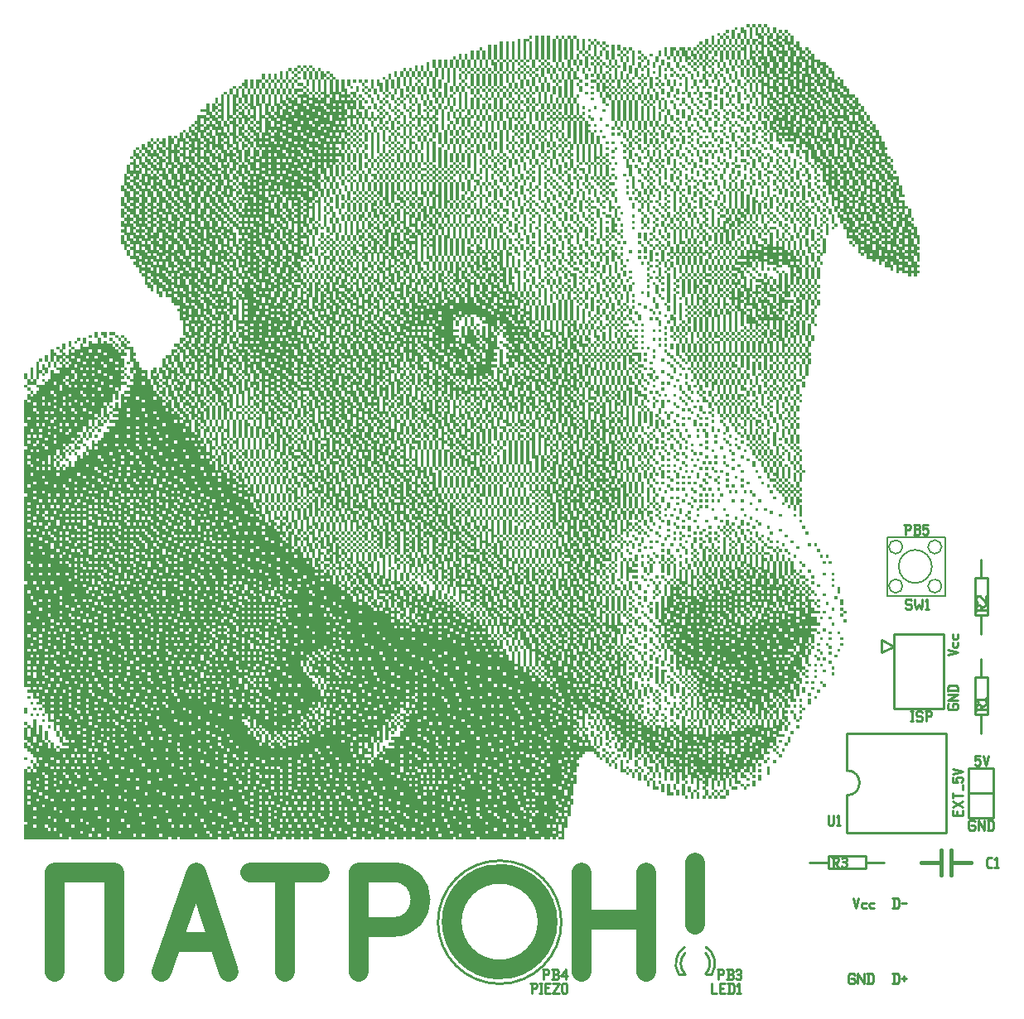
<source format=gto>
G04 start of page 2 for group 1 layer_idx 6 *
G04 Title: (unknown), top_silk *
G04 Creator: pcb-rnd 3.1.4-dev *
G04 CreationDate: 2024-01-01 05:55:27 UTC *
G04 For: STEM4ukraine *
G04 Format: Gerber/RS-274X *
G04 PCB-Dimensions: 393701 402362 *
G04 PCB-Coordinate-Origin: lower left *
%MOIN*%
%FSLAX25Y25*%
%LNTOP_SILK_NONE_1*%
%ADD43C,0.0079*%
%ADD42C,0.0150*%
%ADD41C,0.0100*%
%ADD40C,0.0800*%
%ADD39C,0.0001*%
G54D39*G36*
X1185Y252367D02*Y251177D01*
X0D01*
Y252367D01*
X1185D01*
G37*
G36*
Y251186D02*Y249996D01*
X0D01*
Y251186D01*
X1185D01*
G37*
G36*
X2366Y250005D02*Y248815D01*
X1176D01*
Y250005D01*
X2366D01*
G37*
G36*
X4728D02*Y248815D01*
X3538D01*
Y250005D01*
X4728D01*
G37*
G36*
Y248824D02*Y247634D01*
X3538D01*
Y248824D01*
X4728D01*
G37*
G36*
X5909Y247643D02*Y246453D01*
X4719D01*
Y247643D01*
X5909D01*
G37*
G36*
X1185D02*Y246453D01*
X0D01*
Y247643D01*
X1185D01*
G37*
G36*
X2366Y248824D02*Y247634D01*
X1176D01*
Y248824D01*
X2366D01*
G37*
G36*
Y246461D02*Y245271D01*
X1176D01*
Y246461D01*
X2366D01*
G37*
G36*
Y244099D02*Y242909D01*
X1176D01*
Y244099D01*
X2366D01*
G37*
G36*
Y242918D02*Y241728D01*
X1176D01*
Y242918D01*
X2366D01*
G37*
G36*
X3547D02*Y241728D01*
X2357D01*
Y242918D01*
X3547D01*
G37*
G36*
Y241737D02*Y240547D01*
X2357D01*
Y241737D01*
X3547D01*
G37*
G36*
X4728Y244099D02*Y242909D01*
X3538D01*
Y244099D01*
X4728D01*
G37*
G36*
Y242918D02*Y241728D01*
X3538D01*
Y242918D01*
X4728D01*
G37*
G36*
Y241737D02*Y240547D01*
X3538D01*
Y241737D01*
X4728D01*
G37*
G36*
X3547Y240556D02*Y239366D01*
X2357D01*
Y240556D01*
X3547D01*
G37*
G36*
Y239375D02*Y238185D01*
X2357D01*
Y239375D01*
X3547D01*
G37*
G36*
Y238194D02*Y237004D01*
X2357D01*
Y238194D01*
X3547D01*
G37*
G36*
X4728Y239375D02*Y238185D01*
X3538D01*
Y239375D01*
X4728D01*
G37*
G36*
X5909D02*Y238185D01*
X4719D01*
Y239375D01*
X5909D01*
G37*
G36*
Y238194D02*Y237004D01*
X4719D01*
Y238194D01*
X5909D01*
G37*
G36*
Y235832D02*Y234642D01*
X4719D01*
Y235832D01*
X5909D01*
G37*
G36*
Y233469D02*Y232279D01*
X4719D01*
Y233469D01*
X5909D01*
G37*
G36*
Y231107D02*Y229917D01*
X4719D01*
Y231107D01*
X5909D01*
G37*
G36*
Y229926D02*Y228736D01*
X4719D01*
Y229926D01*
X5909D01*
G37*
G36*
Y228745D02*Y227555D01*
X4719D01*
Y228745D01*
X5909D01*
G37*
G36*
Y227564D02*Y226374D01*
X4719D01*
Y227564D01*
X5909D01*
G37*
G36*
Y226383D02*Y225193D01*
X4719D01*
Y226383D01*
X5909D01*
G37*
G36*
Y224020D02*Y222830D01*
X4719D01*
Y224020D01*
X5909D01*
G37*
G36*
Y222839D02*Y221649D01*
X4719D01*
Y222839D01*
X5909D01*
G37*
G36*
Y220477D02*Y219287D01*
X4719D01*
Y220477D01*
X5909D01*
G37*
G36*
Y219296D02*Y218106D01*
X4719D01*
Y219296D01*
X5909D01*
G37*
G36*
Y216934D02*Y215744D01*
X4719D01*
Y216934D01*
X5909D01*
G37*
G36*
Y215753D02*Y214563D01*
X4719D01*
Y215753D01*
X5909D01*
G37*
G36*
Y213391D02*Y212201D01*
X4719D01*
Y213391D01*
X5909D01*
G37*
G36*
Y212209D02*Y211019D01*
X4719D01*
Y212209D01*
X5909D01*
G37*
G36*
Y211028D02*Y209838D01*
X4719D01*
Y211028D01*
X5909D01*
G37*
G36*
Y209847D02*Y208657D01*
X4719D01*
Y209847D01*
X5909D01*
G37*
G36*
Y208666D02*Y207476D01*
X4719D01*
Y208666D01*
X5909D01*
G37*
G36*
Y207485D02*Y206295D01*
X4719D01*
Y207485D01*
X5909D01*
G37*
G36*
Y206304D02*Y205114D01*
X4719D01*
Y206304D01*
X5909D01*
G37*
G36*
Y205123D02*Y203933D01*
X4719D01*
Y205123D01*
X5909D01*
G37*
G36*
Y203942D02*Y202752D01*
X4719D01*
Y203942D01*
X5909D01*
G37*
G36*
Y202761D02*Y201571D01*
X4719D01*
Y202761D01*
X5909D01*
G37*
G36*
Y201580D02*Y200390D01*
X4719D01*
Y201580D01*
X5909D01*
G37*
G36*
Y200398D02*Y199208D01*
X4719D01*
Y200398D01*
X5909D01*
G37*
G36*
Y198036D02*Y196846D01*
X4719D01*
Y198036D01*
X5909D01*
G37*
G36*
Y195674D02*Y194484D01*
X4719D01*
Y195674D01*
X5909D01*
G37*
G36*
Y194493D02*Y193303D01*
X4719D01*
Y194493D01*
X5909D01*
G37*
G36*
Y193312D02*Y192122D01*
X4719D01*
Y193312D01*
X5909D01*
G37*
G36*
Y192131D02*Y190941D01*
X4719D01*
Y192131D01*
X5909D01*
G37*
G36*
Y190950D02*Y189760D01*
X4719D01*
Y190950D01*
X5909D01*
G37*
G36*
Y188587D02*Y187397D01*
X4719D01*
Y188587D01*
X5909D01*
G37*
G36*
Y187406D02*Y186216D01*
X4719D01*
Y187406D01*
X5909D01*
G37*
G36*
Y186225D02*Y185035D01*
X4719D01*
Y186225D01*
X5909D01*
G37*
G36*
Y185044D02*Y183854D01*
X4719D01*
Y185044D01*
X5909D01*
G37*
G36*
Y183863D02*Y182673D01*
X4719D01*
Y183863D01*
X5909D01*
G37*
G36*
Y182682D02*Y181492D01*
X4719D01*
Y182682D01*
X5909D01*
G37*
G36*
Y181501D02*Y180311D01*
X4719D01*
Y181501D01*
X5909D01*
G37*
G36*
Y180320D02*Y179130D01*
X4719D01*
Y180320D01*
X5909D01*
G37*
G36*
Y179139D02*Y177949D01*
X4719D01*
Y179139D01*
X5909D01*
G37*
G36*
Y177957D02*Y176767D01*
X4719D01*
Y177957D01*
X5909D01*
G37*
G36*
Y176776D02*Y175586D01*
X4719D01*
Y176776D01*
X5909D01*
G37*
G36*
Y175595D02*Y174405D01*
X4719D01*
Y175595D01*
X5909D01*
G37*
G36*
Y174414D02*Y173224D01*
X4719D01*
Y174414D01*
X5909D01*
G37*
G36*
Y173233D02*Y172043D01*
X4719D01*
Y173233D01*
X5909D01*
G37*
G36*
Y172052D02*Y170862D01*
X4719D01*
Y172052D01*
X5909D01*
G37*
G36*
Y170871D02*Y169681D01*
X4719D01*
Y170871D01*
X5909D01*
G37*
G36*
Y169690D02*Y168500D01*
X4719D01*
Y169690D01*
X5909D01*
G37*
G36*
Y168509D02*Y167319D01*
X4719D01*
Y168509D01*
X5909D01*
G37*
G36*
Y167328D02*Y166138D01*
X4719D01*
Y167328D01*
X5909D01*
G37*
G36*
Y164965D02*Y163775D01*
X4719D01*
Y164965D01*
X5909D01*
G37*
G36*
Y163784D02*Y162594D01*
X4719D01*
Y163784D01*
X5909D01*
G37*
G36*
Y162603D02*Y161413D01*
X4719D01*
Y162603D01*
X5909D01*
G37*
G36*
Y161422D02*Y160232D01*
X4719D01*
Y161422D01*
X5909D01*
G37*
G36*
Y160241D02*Y159051D01*
X4719D01*
Y160241D01*
X5909D01*
G37*
G36*
Y159060D02*Y157870D01*
X4719D01*
Y159060D01*
X5909D01*
G37*
G36*
Y157879D02*Y156689D01*
X4719D01*
Y157879D01*
X5909D01*
G37*
G36*
Y156698D02*Y155508D01*
X4719D01*
Y156698D01*
X5909D01*
G37*
G36*
Y155517D02*Y154327D01*
X4719D01*
Y155517D01*
X5909D01*
G37*
G36*
Y153154D02*Y151964D01*
X4719D01*
Y153154D01*
X5909D01*
G37*
G36*
Y151973D02*Y150783D01*
X4719D01*
Y151973D01*
X5909D01*
G37*
G36*
Y150792D02*Y149602D01*
X4719D01*
Y150792D01*
X5909D01*
G37*
G36*
Y149611D02*Y148421D01*
X4719D01*
Y149611D01*
X5909D01*
G37*
G36*
Y148430D02*Y147240D01*
X4719D01*
Y148430D01*
X5909D01*
G37*
G36*
Y147249D02*Y146059D01*
X4719D01*
Y147249D01*
X5909D01*
G37*
G36*
Y146068D02*Y144878D01*
X4719D01*
Y146068D01*
X5909D01*
G37*
G36*
Y144887D02*Y143697D01*
X4719D01*
Y144887D01*
X5909D01*
G37*
G36*
Y143706D02*Y142516D01*
X4719D01*
Y143706D01*
X5909D01*
G37*
G36*
Y142524D02*Y141334D01*
X4719D01*
Y142524D01*
X5909D01*
G37*
G36*
Y141343D02*Y140153D01*
X4719D01*
Y141343D01*
X5909D01*
G37*
G36*
Y140162D02*Y138972D01*
X4719D01*
Y140162D01*
X5909D01*
G37*
G36*
Y137800D02*Y136610D01*
X4719D01*
Y137800D01*
X5909D01*
G37*
G36*
Y135438D02*Y134248D01*
X4719D01*
Y135438D01*
X5909D01*
G37*
G36*
Y134257D02*Y133067D01*
X4719D01*
Y134257D01*
X5909D01*
G37*
G36*
Y133076D02*Y131886D01*
X4719D01*
Y133076D01*
X5909D01*
G37*
G36*
Y131895D02*Y130705D01*
X4719D01*
Y131895D01*
X5909D01*
G37*
G36*
Y130713D02*Y129523D01*
X4719D01*
Y130713D01*
X5909D01*
G37*
G36*
Y129532D02*Y128342D01*
X4719D01*
Y129532D01*
X5909D01*
G37*
G36*
Y127170D02*Y125980D01*
X4719D01*
Y127170D01*
X5909D01*
G37*
G36*
Y125989D02*Y124799D01*
X4719D01*
Y125989D01*
X5909D01*
G37*
G36*
Y124808D02*Y123618D01*
X4719D01*
Y124808D01*
X5909D01*
G37*
G36*
Y122446D02*Y121256D01*
X4719D01*
Y122446D01*
X5909D01*
G37*
G36*
Y120083D02*Y118893D01*
X4719D01*
Y120083D01*
X5909D01*
G37*
G36*
Y115359D02*Y114169D01*
X4719D01*
Y115359D01*
X5909D01*
G37*
G36*
Y107091D02*Y105901D01*
X4719D01*
Y107091D01*
X5909D01*
G37*
G36*
Y105910D02*Y104720D01*
X4719D01*
Y105910D01*
X5909D01*
G37*
G36*
Y104729D02*Y103539D01*
X4719D01*
Y104729D01*
X5909D01*
G37*
G36*
Y103548D02*Y102358D01*
X4719D01*
Y103548D01*
X5909D01*
G37*
G36*
Y102367D02*Y101177D01*
X4719D01*
Y102367D01*
X5909D01*
G37*
G36*
Y100005D02*Y98815D01*
X4719D01*
Y100005D01*
X5909D01*
G37*
G36*
Y98824D02*Y97634D01*
X4719D01*
Y98824D01*
X5909D01*
G37*
G36*
Y97643D02*Y96453D01*
X4719D01*
Y97643D01*
X5909D01*
G37*
G36*
Y96461D02*Y95271D01*
X4719D01*
Y96461D01*
X5909D01*
G37*
G36*
Y94099D02*Y92909D01*
X4719D01*
Y94099D01*
X5909D01*
G37*
G36*
Y92918D02*Y91728D01*
X4719D01*
Y92918D01*
X5909D01*
G37*
G36*
Y91737D02*Y90547D01*
X4719D01*
Y91737D01*
X5909D01*
G37*
G36*
Y90556D02*Y89366D01*
X4719D01*
Y90556D01*
X5909D01*
G37*
G36*
Y88194D02*Y87004D01*
X4719D01*
Y88194D01*
X5909D01*
G37*
G36*
Y85832D02*Y84642D01*
X4719D01*
Y85832D01*
X5909D01*
G37*
G36*
Y84650D02*Y83460D01*
X4719D01*
Y84650D01*
X5909D01*
G37*
G36*
Y83469D02*Y82279D01*
X4719D01*
Y83469D01*
X5909D01*
G37*
G36*
Y82288D02*Y81098D01*
X4719D01*
Y82288D01*
X5909D01*
G37*
G36*
Y79926D02*Y78736D01*
X4719D01*
Y79926D01*
X5909D01*
G37*
G36*
Y78745D02*Y77555D01*
X4719D01*
Y78745D01*
X5909D01*
G37*
G36*
Y77564D02*Y76374D01*
X4719D01*
Y77564D01*
X5909D01*
G37*
G36*
Y76383D02*Y75193D01*
X4719D01*
Y76383D01*
X5909D01*
G37*
G36*
Y75202D02*Y74012D01*
X4719D01*
Y75202D01*
X5909D01*
G37*
G36*
Y74020D02*Y72830D01*
X4719D01*
Y74020D01*
X5909D01*
G37*
G36*
Y72839D02*Y71649D01*
X4719D01*
Y72839D01*
X5909D01*
G37*
G36*
Y71658D02*Y70468D01*
X4719D01*
Y71658D01*
X5909D01*
G37*
G36*
Y70477D02*Y69287D01*
X4719D01*
Y70477D01*
X5909D01*
G37*
G36*
Y69296D02*Y68106D01*
X4719D01*
Y69296D01*
X5909D01*
G37*
G36*
Y68115D02*Y66925D01*
X4719D01*
Y68115D01*
X5909D01*
G37*
G36*
Y66934D02*Y65744D01*
X4719D01*
Y66934D01*
X5909D01*
G37*
G36*
Y65753D02*Y64563D01*
X4719D01*
Y65753D01*
X5909D01*
G37*
G36*
Y245280D02*Y244090D01*
X4719D01*
Y245280D01*
X5909D01*
G37*
G36*
Y244099D02*Y242909D01*
X4719D01*
Y244099D01*
X5909D01*
G37*
G36*
Y242918D02*Y241728D01*
X4719D01*
Y242918D01*
X5909D01*
G37*
G36*
Y241737D02*Y240547D01*
X4719D01*
Y241737D01*
X5909D01*
G37*
G36*
Y240556D02*Y239366D01*
X4719D01*
Y240556D01*
X5909D01*
G37*
G36*
X3547Y254729D02*Y253539D01*
X2357D01*
Y254729D01*
X3547D01*
G37*
G36*
X5909Y257091D02*Y255901D01*
X4719D01*
Y257091D01*
X5909D01*
G37*
G36*
Y255910D02*Y254720D01*
X4719D01*
Y255910D01*
X5909D01*
G37*
G36*
Y254729D02*Y253539D01*
X4719D01*
Y254729D01*
X5909D01*
G37*
G36*
X3547Y253548D02*Y252358D01*
X2357D01*
Y253548D01*
X3547D01*
G37*
G36*
X5909D02*Y252358D01*
X4719D01*
Y253548D01*
X5909D01*
G37*
G36*
Y252367D02*Y251177D01*
X4719D01*
Y252367D01*
X5909D01*
G37*
G36*
Y251186D02*Y249996D01*
X4719D01*
Y251186D01*
X5909D01*
G37*
G36*
X3547Y252367D02*Y251177D01*
X2357D01*
Y252367D01*
X3547D01*
G37*
G36*
Y251186D02*Y249996D01*
X2357D01*
Y251186D01*
X3547D01*
G37*
G36*
Y248824D02*Y247634D01*
X2357D01*
Y248824D01*
X3547D01*
G37*
G36*
Y245280D02*Y244090D01*
X2357D01*
Y245280D01*
X3547D01*
G37*
G36*
X1185Y241737D02*Y240547D01*
X0D01*
Y241737D01*
X1185D01*
G37*
G36*
Y240556D02*Y239366D01*
X0D01*
Y240556D01*
X1185D01*
G37*
G36*
X2366D02*Y239366D01*
X1176D01*
Y240556D01*
X2366D01*
G37*
G36*
X1185Y239375D02*Y238185D01*
X0D01*
Y239375D01*
X1185D01*
G37*
G36*
Y238194D02*Y237004D01*
X0D01*
Y238194D01*
X1185D01*
G37*
G36*
X2366Y239375D02*Y238185D01*
X1176D01*
Y239375D01*
X2366D01*
G37*
G36*
Y238194D02*Y237004D01*
X1176D01*
Y238194D01*
X2366D01*
G37*
G36*
X7091Y258272D02*Y257082D01*
X5901D01*
Y258272D01*
X7091D01*
G37*
G36*
X9453Y259454D02*Y258264D01*
X8263D01*
Y259454D01*
X9453D01*
G37*
G36*
Y258272D02*Y257082D01*
X8263D01*
Y258272D01*
X9453D01*
G37*
G36*
X34256Y264178D02*Y262988D01*
X33066D01*
Y264178D01*
X34256D01*
G37*
G36*
X35437Y268902D02*Y267712D01*
X34247D01*
Y268902D01*
X35437D01*
G37*
G36*
Y266540D02*Y265350D01*
X34247D01*
Y266540D01*
X35437D01*
G37*
G36*
Y264178D02*Y262988D01*
X34247D01*
Y264178D01*
X35437D01*
G37*
G36*
X34256Y262997D02*Y261807D01*
X33066D01*
Y262997D01*
X34256D01*
G37*
G36*
Y261816D02*Y260626D01*
X33066D01*
Y261816D01*
X34256D01*
G37*
G36*
Y260635D02*Y259445D01*
X33066D01*
Y260635D01*
X34256D01*
G37*
G36*
X35437Y262997D02*Y261807D01*
X34247D01*
Y262997D01*
X35437D01*
G37*
G36*
X36618D02*Y261807D01*
X35428D01*
Y262997D01*
X36618D01*
G37*
G36*
X38980D02*Y261807D01*
X37790D01*
Y262997D01*
X38980D01*
G37*
G36*
X35437Y261816D02*Y260626D01*
X34247D01*
Y261816D01*
X35437D01*
G37*
G36*
X36618D02*Y260626D01*
X35428D01*
Y261816D01*
X36618D01*
G37*
G36*
X37799D02*Y260626D01*
X36609D01*
Y261816D01*
X37799D01*
G37*
G36*
X35437Y260635D02*Y259445D01*
X34247D01*
Y260635D01*
X35437D01*
G37*
G36*
X36618D02*Y259445D01*
X35428D01*
Y260635D01*
X36618D01*
G37*
G36*
X37799D02*Y259445D01*
X36609D01*
Y260635D01*
X37799D01*
G37*
G36*
X38980D02*Y259445D01*
X37790D01*
Y260635D01*
X38980D01*
G37*
G36*
Y259454D02*Y258264D01*
X37790D01*
Y259454D01*
X38980D01*
G37*
G36*
Y258272D02*Y257082D01*
X37790D01*
Y258272D01*
X38980D01*
G37*
G36*
Y257091D02*Y255901D01*
X37790D01*
Y257091D01*
X38980D01*
G37*
G36*
Y255910D02*Y254720D01*
X37790D01*
Y255910D01*
X38980D01*
G37*
G36*
Y254729D02*Y253539D01*
X37790D01*
Y254729D01*
X38980D01*
G37*
G36*
Y253548D02*Y252358D01*
X37790D01*
Y253548D01*
X38980D01*
G37*
G36*
Y252367D02*Y251177D01*
X37790D01*
Y252367D01*
X38980D01*
G37*
G36*
Y251186D02*Y249996D01*
X37790D01*
Y251186D01*
X38980D01*
G37*
G36*
Y250005D02*Y248815D01*
X37790D01*
Y250005D01*
X38980D01*
G37*
G36*
Y248824D02*Y247634D01*
X37790D01*
Y248824D01*
X38980D01*
G37*
G36*
Y247643D02*Y246453D01*
X37790D01*
Y247643D01*
X38980D01*
G37*
G36*
Y246461D02*Y245271D01*
X37790D01*
Y246461D01*
X38980D01*
G37*
G36*
Y238194D02*Y237004D01*
X37790D01*
Y238194D01*
X38980D01*
G37*
G36*
Y237013D02*Y235823D01*
X37790D01*
Y237013D01*
X38980D01*
G37*
G36*
Y235832D02*Y234642D01*
X37790D01*
Y235832D01*
X38980D01*
G37*
G36*
Y234650D02*Y233460D01*
X37790D01*
Y234650D01*
X38980D01*
G37*
G36*
Y233469D02*Y232279D01*
X37790D01*
Y233469D01*
X38980D01*
G37*
G36*
Y232288D02*Y231098D01*
X37790D01*
Y232288D01*
X38980D01*
G37*
G36*
Y231107D02*Y229917D01*
X37790D01*
Y231107D01*
X38980D01*
G37*
G36*
Y229926D02*Y228736D01*
X37790D01*
Y229926D01*
X38980D01*
G37*
G36*
Y228745D02*Y227555D01*
X37790D01*
Y228745D01*
X38980D01*
G37*
G36*
Y227564D02*Y226374D01*
X37790D01*
Y227564D01*
X38980D01*
G37*
G36*
Y226383D02*Y225193D01*
X37790D01*
Y226383D01*
X38980D01*
G37*
G36*
Y225202D02*Y224012D01*
X37790D01*
Y225202D01*
X38980D01*
G37*
G36*
Y224020D02*Y222830D01*
X37790D01*
Y224020D01*
X38980D01*
G37*
G36*
Y222839D02*Y221649D01*
X37790D01*
Y222839D01*
X38980D01*
G37*
G36*
Y220477D02*Y219287D01*
X37790D01*
Y220477D01*
X38980D01*
G37*
G36*
Y219296D02*Y218106D01*
X37790D01*
Y219296D01*
X38980D01*
G37*
G36*
Y218115D02*Y216925D01*
X37790D01*
Y218115D01*
X38980D01*
G37*
G36*
Y216934D02*Y215744D01*
X37790D01*
Y216934D01*
X38980D01*
G37*
G36*
Y215753D02*Y214563D01*
X37790D01*
Y215753D01*
X38980D01*
G37*
G36*
Y213391D02*Y212201D01*
X37790D01*
Y213391D01*
X38980D01*
G37*
G36*
Y211028D02*Y209838D01*
X37790D01*
Y211028D01*
X38980D01*
G37*
G36*
Y209847D02*Y208657D01*
X37790D01*
Y209847D01*
X38980D01*
G37*
G36*
Y208666D02*Y207476D01*
X37790D01*
Y208666D01*
X38980D01*
G37*
G36*
Y206304D02*Y205114D01*
X37790D01*
Y206304D01*
X38980D01*
G37*
G36*
Y203942D02*Y202752D01*
X37790D01*
Y203942D01*
X38980D01*
G37*
G36*
Y202761D02*Y201571D01*
X37790D01*
Y202761D01*
X38980D01*
G37*
G36*
Y201580D02*Y200390D01*
X37790D01*
Y201580D01*
X38980D01*
G37*
G36*
Y200398D02*Y199208D01*
X37790D01*
Y200398D01*
X38980D01*
G37*
G36*
Y198036D02*Y196846D01*
X37790D01*
Y198036D01*
X38980D01*
G37*
G36*
Y195674D02*Y194484D01*
X37790D01*
Y195674D01*
X38980D01*
G37*
G36*
Y193312D02*Y192122D01*
X37790D01*
Y193312D01*
X38980D01*
G37*
G36*
Y192131D02*Y190941D01*
X37790D01*
Y192131D01*
X38980D01*
G37*
G36*
Y189769D02*Y188579D01*
X37790D01*
Y189769D01*
X38980D01*
G37*
G36*
Y187406D02*Y186216D01*
X37790D01*
Y187406D01*
X38980D01*
G37*
G36*
Y186225D02*Y185035D01*
X37790D01*
Y186225D01*
X38980D01*
G37*
G36*
Y183863D02*Y182673D01*
X37790D01*
Y183863D01*
X38980D01*
G37*
G36*
Y181501D02*Y180311D01*
X37790D01*
Y181501D01*
X38980D01*
G37*
G36*
Y180320D02*Y179130D01*
X37790D01*
Y180320D01*
X38980D01*
G37*
G36*
Y179139D02*Y177949D01*
X37790D01*
Y179139D01*
X38980D01*
G37*
G36*
Y177957D02*Y176767D01*
X37790D01*
Y177957D01*
X38980D01*
G37*
G36*
Y175595D02*Y174405D01*
X37790D01*
Y175595D01*
X38980D01*
G37*
G36*
Y172052D02*Y170862D01*
X37790D01*
Y172052D01*
X38980D01*
G37*
G36*
Y170871D02*Y169681D01*
X37790D01*
Y170871D01*
X38980D01*
G37*
G36*
Y169690D02*Y168500D01*
X37790D01*
Y169690D01*
X38980D01*
G37*
G36*
Y168509D02*Y167319D01*
X37790D01*
Y168509D01*
X38980D01*
G37*
G36*
Y167328D02*Y166138D01*
X37790D01*
Y167328D01*
X38980D01*
G37*
G36*
Y166146D02*Y164956D01*
X37790D01*
Y166146D01*
X38980D01*
G37*
G36*
Y163784D02*Y162594D01*
X37790D01*
Y163784D01*
X38980D01*
G37*
G36*
Y162603D02*Y161413D01*
X37790D01*
Y162603D01*
X38980D01*
G37*
G36*
Y161422D02*Y160232D01*
X37790D01*
Y161422D01*
X38980D01*
G37*
G36*
Y160241D02*Y159051D01*
X37790D01*
Y160241D01*
X38980D01*
G37*
G36*
Y157879D02*Y156689D01*
X37790D01*
Y157879D01*
X38980D01*
G37*
G36*
Y156698D02*Y155508D01*
X37790D01*
Y156698D01*
X38980D01*
G37*
G36*
Y155517D02*Y154327D01*
X37790D01*
Y155517D01*
X38980D01*
G37*
G36*
Y154335D02*Y153145D01*
X37790D01*
Y154335D01*
X38980D01*
G37*
G36*
Y153154D02*Y151964D01*
X37790D01*
Y153154D01*
X38980D01*
G37*
G36*
Y151973D02*Y150783D01*
X37790D01*
Y151973D01*
X38980D01*
G37*
G36*
Y150792D02*Y149602D01*
X37790D01*
Y150792D01*
X38980D01*
G37*
G36*
Y149611D02*Y148421D01*
X37790D01*
Y149611D01*
X38980D01*
G37*
G36*
Y147249D02*Y146059D01*
X37790D01*
Y147249D01*
X38980D01*
G37*
G36*
Y144887D02*Y143697D01*
X37790D01*
Y144887D01*
X38980D01*
G37*
G36*
Y142524D02*Y141334D01*
X37790D01*
Y142524D01*
X38980D01*
G37*
G36*
Y141343D02*Y140153D01*
X37790D01*
Y141343D01*
X38980D01*
G37*
G36*
Y140162D02*Y138972D01*
X37790D01*
Y140162D01*
X38980D01*
G37*
G36*
Y137800D02*Y136610D01*
X37790D01*
Y137800D01*
X38980D01*
G37*
G36*
Y136619D02*Y135429D01*
X37790D01*
Y136619D01*
X38980D01*
G37*
G36*
Y134257D02*Y133067D01*
X37790D01*
Y134257D01*
X38980D01*
G37*
G36*
Y131895D02*Y130705D01*
X37790D01*
Y131895D01*
X38980D01*
G37*
G36*
Y130713D02*Y129523D01*
X37790D01*
Y130713D01*
X38980D01*
G37*
G36*
Y129532D02*Y128342D01*
X37790D01*
Y129532D01*
X38980D01*
G37*
G36*
Y128351D02*Y127161D01*
X37790D01*
Y128351D01*
X38980D01*
G37*
G36*
Y125989D02*Y124799D01*
X37790D01*
Y125989D01*
X38980D01*
G37*
G36*
Y124808D02*Y123618D01*
X37790D01*
Y124808D01*
X38980D01*
G37*
G36*
Y123627D02*Y122437D01*
X37790D01*
Y123627D01*
X38980D01*
G37*
G36*
Y121265D02*Y120075D01*
X37790D01*
Y121265D01*
X38980D01*
G37*
G36*
Y118902D02*Y117712D01*
X37790D01*
Y118902D01*
X38980D01*
G37*
G36*
Y117721D02*Y116531D01*
X37790D01*
Y117721D01*
X38980D01*
G37*
G36*
Y116540D02*Y115350D01*
X37790D01*
Y116540D01*
X38980D01*
G37*
G36*
Y115359D02*Y114169D01*
X37790D01*
Y115359D01*
X38980D01*
G37*
G36*
Y114178D02*Y112988D01*
X37790D01*
Y114178D01*
X38980D01*
G37*
G36*
Y112997D02*Y111807D01*
X37790D01*
Y112997D01*
X38980D01*
G37*
G36*
Y111816D02*Y110626D01*
X37790D01*
Y111816D01*
X38980D01*
G37*
G36*
Y110635D02*Y109445D01*
X37790D01*
Y110635D01*
X38980D01*
G37*
G36*
Y109454D02*Y108264D01*
X37790D01*
Y109454D01*
X38980D01*
G37*
G36*
Y108272D02*Y107082D01*
X37790D01*
Y108272D01*
X38980D01*
G37*
G36*
Y107091D02*Y105901D01*
X37790D01*
Y107091D01*
X38980D01*
G37*
G36*
Y105910D02*Y104720D01*
X37790D01*
Y105910D01*
X38980D01*
G37*
G36*
Y104729D02*Y103539D01*
X37790D01*
Y104729D01*
X38980D01*
G37*
G36*
Y103548D02*Y102358D01*
X37790D01*
Y103548D01*
X38980D01*
G37*
G36*
Y102367D02*Y101177D01*
X37790D01*
Y102367D01*
X38980D01*
G37*
G36*
Y101186D02*Y99996D01*
X37790D01*
Y101186D01*
X38980D01*
G37*
G36*
Y100005D02*Y98815D01*
X37790D01*
Y100005D01*
X38980D01*
G37*
G36*
Y98824D02*Y97634D01*
X37790D01*
Y98824D01*
X38980D01*
G37*
G36*
Y97643D02*Y96453D01*
X37790D01*
Y97643D01*
X38980D01*
G37*
G36*
Y96461D02*Y95271D01*
X37790D01*
Y96461D01*
X38980D01*
G37*
G36*
Y95280D02*Y94090D01*
X37790D01*
Y95280D01*
X38980D01*
G37*
G36*
Y94099D02*Y92909D01*
X37790D01*
Y94099D01*
X38980D01*
G37*
G36*
Y92918D02*Y91728D01*
X37790D01*
Y92918D01*
X38980D01*
G37*
G36*
Y91737D02*Y90547D01*
X37790D01*
Y91737D01*
X38980D01*
G37*
G36*
Y90556D02*Y89366D01*
X37790D01*
Y90556D01*
X38980D01*
G37*
G36*
Y89375D02*Y88185D01*
X37790D01*
Y89375D01*
X38980D01*
G37*
G36*
Y88194D02*Y87004D01*
X37790D01*
Y88194D01*
X38980D01*
G37*
G36*
Y87013D02*Y85823D01*
X37790D01*
Y87013D01*
X38980D01*
G37*
G36*
Y85832D02*Y84642D01*
X37790D01*
Y85832D01*
X38980D01*
G37*
G36*
Y84650D02*Y83460D01*
X37790D01*
Y84650D01*
X38980D01*
G37*
G36*
Y83469D02*Y82279D01*
X37790D01*
Y83469D01*
X38980D01*
G37*
G36*
Y81107D02*Y79917D01*
X37790D01*
Y81107D01*
X38980D01*
G37*
G36*
Y79926D02*Y78736D01*
X37790D01*
Y79926D01*
X38980D01*
G37*
G36*
Y78745D02*Y77555D01*
X37790D01*
Y78745D01*
X38980D01*
G37*
G36*
Y77564D02*Y76374D01*
X37790D01*
Y77564D01*
X38980D01*
G37*
G36*
Y76383D02*Y75193D01*
X37790D01*
Y76383D01*
X38980D01*
G37*
G36*
Y75202D02*Y74012D01*
X37790D01*
Y75202D01*
X38980D01*
G37*
G36*
Y74020D02*Y72830D01*
X37790D01*
Y74020D01*
X38980D01*
G37*
G36*
Y72839D02*Y71649D01*
X37790D01*
Y72839D01*
X38980D01*
G37*
G36*
Y71658D02*Y70468D01*
X37790D01*
Y71658D01*
X38980D01*
G37*
G36*
Y70477D02*Y69287D01*
X37790D01*
Y70477D01*
X38980D01*
G37*
G36*
Y69296D02*Y68106D01*
X37790D01*
Y69296D01*
X38980D01*
G37*
G36*
Y66934D02*Y65744D01*
X37790D01*
Y66934D01*
X38980D01*
G37*
G36*
Y65753D02*Y64563D01*
X37790D01*
Y65753D01*
X38980D01*
G37*
G36*
X36618Y268902D02*Y267712D01*
X35428D01*
Y268902D01*
X36618D01*
G37*
G36*
Y265359D02*Y264169D01*
X35428D01*
Y265359D01*
X36618D01*
G37*
G36*
X37799Y267721D02*Y266531D01*
X36609D01*
Y267721D01*
X37799D01*
G37*
G36*
Y264178D02*Y262988D01*
X36609D01*
Y264178D01*
X37799D01*
G37*
G36*
X38980Y266540D02*Y265350D01*
X37790D01*
Y266540D01*
X38980D01*
G37*
G36*
X34256Y259454D02*Y258264D01*
X33066D01*
Y259454D01*
X34256D01*
G37*
G36*
X35437D02*Y258264D01*
X34247D01*
Y259454D01*
X35437D01*
G37*
G36*
X36618D02*Y258264D01*
X35428D01*
Y259454D01*
X36618D01*
G37*
G36*
X37799D02*Y258264D01*
X36609D01*
Y259454D01*
X37799D01*
G37*
G36*
Y258272D02*Y257082D01*
X36609D01*
Y258272D01*
X37799D01*
G37*
G36*
Y255910D02*Y254720D01*
X36609D01*
Y255910D01*
X37799D01*
G37*
G36*
Y253548D02*Y252358D01*
X36609D01*
Y253548D01*
X37799D01*
G37*
G36*
Y252367D02*Y251177D01*
X36609D01*
Y252367D01*
X37799D01*
G37*
G36*
Y251186D02*Y249996D01*
X36609D01*
Y251186D01*
X37799D01*
G37*
G36*
Y250005D02*Y248815D01*
X36609D01*
Y250005D01*
X37799D01*
G37*
G36*
Y248824D02*Y247634D01*
X36609D01*
Y248824D01*
X37799D01*
G37*
G36*
Y247643D02*Y246453D01*
X36609D01*
Y247643D01*
X37799D01*
G37*
G36*
Y245280D02*Y244090D01*
X36609D01*
Y245280D01*
X37799D01*
G37*
G36*
Y244099D02*Y242909D01*
X36609D01*
Y244099D01*
X37799D01*
G37*
G36*
Y242918D02*Y241728D01*
X36609D01*
Y242918D01*
X37799D01*
G37*
G36*
Y240556D02*Y239366D01*
X36609D01*
Y240556D01*
X37799D01*
G37*
G36*
Y239375D02*Y238185D01*
X36609D01*
Y239375D01*
X37799D01*
G37*
G36*
Y238194D02*Y237004D01*
X36609D01*
Y238194D01*
X37799D01*
G37*
G36*
Y235832D02*Y234642D01*
X36609D01*
Y235832D01*
X37799D01*
G37*
G36*
Y233469D02*Y232279D01*
X36609D01*
Y233469D01*
X37799D01*
G37*
G36*
Y232288D02*Y231098D01*
X36609D01*
Y232288D01*
X37799D01*
G37*
G36*
Y231107D02*Y229917D01*
X36609D01*
Y231107D01*
X37799D01*
G37*
G36*
Y229926D02*Y228736D01*
X36609D01*
Y229926D01*
X37799D01*
G37*
G36*
Y228745D02*Y227555D01*
X36609D01*
Y228745D01*
X37799D01*
G37*
G36*
Y226383D02*Y225193D01*
X36609D01*
Y226383D01*
X37799D01*
G37*
G36*
Y225202D02*Y224012D01*
X36609D01*
Y225202D01*
X37799D01*
G37*
G36*
Y222839D02*Y221649D01*
X36609D01*
Y222839D01*
X37799D01*
G37*
G36*
Y221658D02*Y220468D01*
X36609D01*
Y221658D01*
X37799D01*
G37*
G36*
Y220477D02*Y219287D01*
X36609D01*
Y220477D01*
X37799D01*
G37*
G36*
Y219296D02*Y218106D01*
X36609D01*
Y219296D01*
X37799D01*
G37*
G36*
Y218115D02*Y216925D01*
X36609D01*
Y218115D01*
X37799D01*
G37*
G36*
Y216934D02*Y215744D01*
X36609D01*
Y216934D01*
X37799D01*
G37*
G36*
Y215753D02*Y214563D01*
X36609D01*
Y215753D01*
X37799D01*
G37*
G36*
Y214572D02*Y213382D01*
X36609D01*
Y214572D01*
X37799D01*
G37*
G36*
Y213391D02*Y212201D01*
X36609D01*
Y213391D01*
X37799D01*
G37*
G36*
Y212209D02*Y211019D01*
X36609D01*
Y212209D01*
X37799D01*
G37*
G36*
Y211028D02*Y209838D01*
X36609D01*
Y211028D01*
X37799D01*
G37*
G36*
Y208666D02*Y207476D01*
X36609D01*
Y208666D01*
X37799D01*
G37*
G36*
Y207485D02*Y206295D01*
X36609D01*
Y207485D01*
X37799D01*
G37*
G36*
Y206304D02*Y205114D01*
X36609D01*
Y206304D01*
X37799D01*
G37*
G36*
Y205123D02*Y203933D01*
X36609D01*
Y205123D01*
X37799D01*
G37*
G36*
Y203942D02*Y202752D01*
X36609D01*
Y203942D01*
X37799D01*
G37*
G36*
Y201580D02*Y200390D01*
X36609D01*
Y201580D01*
X37799D01*
G37*
G36*
Y199217D02*Y198027D01*
X36609D01*
Y199217D01*
X37799D01*
G37*
G36*
Y198036D02*Y196846D01*
X36609D01*
Y198036D01*
X37799D01*
G37*
G36*
Y196855D02*Y195665D01*
X36609D01*
Y196855D01*
X37799D01*
G37*
G36*
Y195674D02*Y194484D01*
X36609D01*
Y195674D01*
X37799D01*
G37*
G36*
Y194493D02*Y193303D01*
X36609D01*
Y194493D01*
X37799D01*
G37*
G36*
Y193312D02*Y192122D01*
X36609D01*
Y193312D01*
X37799D01*
G37*
G36*
Y190950D02*Y189760D01*
X36609D01*
Y190950D01*
X37799D01*
G37*
G36*
Y189769D02*Y188579D01*
X36609D01*
Y189769D01*
X37799D01*
G37*
G36*
Y188587D02*Y187397D01*
X36609D01*
Y188587D01*
X37799D01*
G37*
G36*
Y187406D02*Y186216D01*
X36609D01*
Y187406D01*
X37799D01*
G37*
G36*
Y185044D02*Y183854D01*
X36609D01*
Y185044D01*
X37799D01*
G37*
G36*
Y183863D02*Y182673D01*
X36609D01*
Y183863D01*
X37799D01*
G37*
G36*
Y182682D02*Y181492D01*
X36609D01*
Y182682D01*
X37799D01*
G37*
G36*
Y181501D02*Y180311D01*
X36609D01*
Y181501D01*
X37799D01*
G37*
G36*
Y179139D02*Y177949D01*
X36609D01*
Y179139D01*
X37799D01*
G37*
G36*
Y176776D02*Y175586D01*
X36609D01*
Y176776D01*
X37799D01*
G37*
G36*
Y175595D02*Y174405D01*
X36609D01*
Y175595D01*
X37799D01*
G37*
G36*
Y174414D02*Y173224D01*
X36609D01*
Y174414D01*
X37799D01*
G37*
G36*
Y173233D02*Y172043D01*
X36609D01*
Y173233D01*
X37799D01*
G37*
G36*
Y172052D02*Y170862D01*
X36609D01*
Y172052D01*
X37799D01*
G37*
G36*
Y169690D02*Y168500D01*
X36609D01*
Y169690D01*
X37799D01*
G37*
G36*
Y167328D02*Y166138D01*
X36609D01*
Y167328D01*
X37799D01*
G37*
G36*
Y166146D02*Y164956D01*
X36609D01*
Y166146D01*
X37799D01*
G37*
G36*
Y164965D02*Y163775D01*
X36609D01*
Y164965D01*
X37799D01*
G37*
G36*
Y163784D02*Y162594D01*
X36609D01*
Y163784D01*
X37799D01*
G37*
G36*
Y162603D02*Y161413D01*
X36609D01*
Y162603D01*
X37799D01*
G37*
G36*
Y161422D02*Y160232D01*
X36609D01*
Y161422D01*
X37799D01*
G37*
G36*
Y160241D02*Y159051D01*
X36609D01*
Y160241D01*
X37799D01*
G37*
G36*
Y159060D02*Y157870D01*
X36609D01*
Y159060D01*
X37799D01*
G37*
G36*
Y157879D02*Y156689D01*
X36609D01*
Y157879D01*
X37799D01*
G37*
G36*
Y156698D02*Y155508D01*
X36609D01*
Y156698D01*
X37799D01*
G37*
G36*
Y155517D02*Y154327D01*
X36609D01*
Y155517D01*
X37799D01*
G37*
G36*
Y154335D02*Y153145D01*
X36609D01*
Y154335D01*
X37799D01*
G37*
G36*
Y153154D02*Y151964D01*
X36609D01*
Y153154D01*
X37799D01*
G37*
G36*
Y150792D02*Y149602D01*
X36609D01*
Y150792D01*
X37799D01*
G37*
G36*
Y149611D02*Y148421D01*
X36609D01*
Y149611D01*
X37799D01*
G37*
G36*
Y148430D02*Y147240D01*
X36609D01*
Y148430D01*
X37799D01*
G37*
G36*
Y147249D02*Y146059D01*
X36609D01*
Y147249D01*
X37799D01*
G37*
G36*
Y146068D02*Y144878D01*
X36609D01*
Y146068D01*
X37799D01*
G37*
G36*
Y144887D02*Y143697D01*
X36609D01*
Y144887D01*
X37799D01*
G37*
G36*
Y143706D02*Y142516D01*
X36609D01*
Y143706D01*
X37799D01*
G37*
G36*
Y142524D02*Y141334D01*
X36609D01*
Y142524D01*
X37799D01*
G37*
G36*
Y141343D02*Y140153D01*
X36609D01*
Y141343D01*
X37799D01*
G37*
G36*
Y140162D02*Y138972D01*
X36609D01*
Y140162D01*
X37799D01*
G37*
G36*
Y138981D02*Y137791D01*
X36609D01*
Y138981D01*
X37799D01*
G37*
G36*
Y137800D02*Y136610D01*
X36609D01*
Y137800D01*
X37799D01*
G37*
G36*
Y136619D02*Y135429D01*
X36609D01*
Y136619D01*
X37799D01*
G37*
G36*
Y135438D02*Y134248D01*
X36609D01*
Y135438D01*
X37799D01*
G37*
G36*
Y134257D02*Y133067D01*
X36609D01*
Y134257D01*
X37799D01*
G37*
G36*
Y133076D02*Y131886D01*
X36609D01*
Y133076D01*
X37799D01*
G37*
G36*
Y131895D02*Y130705D01*
X36609D01*
Y131895D01*
X37799D01*
G37*
G36*
Y129532D02*Y128342D01*
X36609D01*
Y129532D01*
X37799D01*
G37*
G36*
Y128351D02*Y127161D01*
X36609D01*
Y128351D01*
X37799D01*
G37*
G36*
Y127170D02*Y125980D01*
X36609D01*
Y127170D01*
X37799D01*
G37*
G36*
Y125989D02*Y124799D01*
X36609D01*
Y125989D01*
X37799D01*
G37*
G36*
Y124808D02*Y123618D01*
X36609D01*
Y124808D01*
X37799D01*
G37*
G36*
Y123627D02*Y122437D01*
X36609D01*
Y123627D01*
X37799D01*
G37*
G36*
Y122446D02*Y121256D01*
X36609D01*
Y122446D01*
X37799D01*
G37*
G36*
Y121265D02*Y120075D01*
X36609D01*
Y121265D01*
X37799D01*
G37*
G36*
Y120083D02*Y118893D01*
X36609D01*
Y120083D01*
X37799D01*
G37*
G36*
Y118902D02*Y117712D01*
X36609D01*
Y118902D01*
X37799D01*
G37*
G36*
Y117721D02*Y116531D01*
X36609D01*
Y117721D01*
X37799D01*
G37*
G36*
Y115359D02*Y114169D01*
X36609D01*
Y115359D01*
X37799D01*
G37*
G36*
Y114178D02*Y112988D01*
X36609D01*
Y114178D01*
X37799D01*
G37*
G36*
Y112997D02*Y111807D01*
X36609D01*
Y112997D01*
X37799D01*
G37*
G36*
Y110635D02*Y109445D01*
X36609D01*
Y110635D01*
X37799D01*
G37*
G36*
Y109454D02*Y108264D01*
X36609D01*
Y109454D01*
X37799D01*
G37*
G36*
Y108272D02*Y107082D01*
X36609D01*
Y108272D01*
X37799D01*
G37*
G36*
Y107091D02*Y105901D01*
X36609D01*
Y107091D01*
X37799D01*
G37*
G36*
Y105910D02*Y104720D01*
X36609D01*
Y105910D01*
X37799D01*
G37*
G36*
Y104729D02*Y103539D01*
X36609D01*
Y104729D01*
X37799D01*
G37*
G36*
Y103548D02*Y102358D01*
X36609D01*
Y103548D01*
X37799D01*
G37*
G36*
Y101186D02*Y99996D01*
X36609D01*
Y101186D01*
X37799D01*
G37*
G36*
Y100005D02*Y98815D01*
X36609D01*
Y100005D01*
X37799D01*
G37*
G36*
Y97643D02*Y96453D01*
X36609D01*
Y97643D01*
X37799D01*
G37*
G36*
Y96461D02*Y95271D01*
X36609D01*
Y96461D01*
X37799D01*
G37*
G36*
Y95280D02*Y94090D01*
X36609D01*
Y95280D01*
X37799D01*
G37*
G36*
Y94099D02*Y92909D01*
X36609D01*
Y94099D01*
X37799D01*
G37*
G36*
Y92918D02*Y91728D01*
X36609D01*
Y92918D01*
X37799D01*
G37*
G36*
Y91737D02*Y90547D01*
X36609D01*
Y91737D01*
X37799D01*
G37*
G36*
Y89375D02*Y88185D01*
X36609D01*
Y89375D01*
X37799D01*
G37*
G36*
Y88194D02*Y87004D01*
X36609D01*
Y88194D01*
X37799D01*
G37*
G36*
Y85832D02*Y84642D01*
X36609D01*
Y85832D01*
X37799D01*
G37*
G36*
Y84650D02*Y83460D01*
X36609D01*
Y84650D01*
X37799D01*
G37*
G36*
Y83469D02*Y82279D01*
X36609D01*
Y83469D01*
X37799D01*
G37*
G36*
Y82288D02*Y81098D01*
X36609D01*
Y82288D01*
X37799D01*
G37*
G36*
Y81107D02*Y79917D01*
X36609D01*
Y81107D01*
X37799D01*
G37*
G36*
Y79926D02*Y78736D01*
X36609D01*
Y79926D01*
X37799D01*
G37*
G36*
Y78745D02*Y77555D01*
X36609D01*
Y78745D01*
X37799D01*
G37*
G36*
Y76383D02*Y75193D01*
X36609D01*
Y76383D01*
X37799D01*
G37*
G36*
Y75202D02*Y74012D01*
X36609D01*
Y75202D01*
X37799D01*
G37*
G36*
Y74020D02*Y72830D01*
X36609D01*
Y74020D01*
X37799D01*
G37*
G36*
Y72839D02*Y71649D01*
X36609D01*
Y72839D01*
X37799D01*
G37*
G36*
Y71658D02*Y70468D01*
X36609D01*
Y71658D01*
X37799D01*
G37*
G36*
Y70477D02*Y69287D01*
X36609D01*
Y70477D01*
X37799D01*
G37*
G36*
Y69296D02*Y68106D01*
X36609D01*
Y69296D01*
X37799D01*
G37*
G36*
Y68115D02*Y66925D01*
X36609D01*
Y68115D01*
X37799D01*
G37*
G36*
Y66934D02*Y65744D01*
X36609D01*
Y66934D01*
X37799D01*
G37*
G36*
Y65753D02*Y64563D01*
X36609D01*
Y65753D01*
X37799D01*
G37*
G36*
X34256Y258272D02*Y257082D01*
X33066D01*
Y258272D01*
X34256D01*
G37*
G36*
X36618D02*Y257082D01*
X35428D01*
Y258272D01*
X36618D01*
G37*
G36*
Y257091D02*Y255901D01*
X35428D01*
Y257091D01*
X36618D01*
G37*
G36*
Y255910D02*Y254720D01*
X35428D01*
Y255910D01*
X36618D01*
G37*
G36*
Y254729D02*Y253539D01*
X35428D01*
Y254729D01*
X36618D01*
G37*
G36*
Y253548D02*Y252358D01*
X35428D01*
Y253548D01*
X36618D01*
G37*
G36*
Y252367D02*Y251177D01*
X35428D01*
Y252367D01*
X36618D01*
G37*
G36*
Y251186D02*Y249996D01*
X35428D01*
Y251186D01*
X36618D01*
G37*
G36*
Y250005D02*Y248815D01*
X35428D01*
Y250005D01*
X36618D01*
G37*
G36*
Y248824D02*Y247634D01*
X35428D01*
Y248824D01*
X36618D01*
G37*
G36*
Y247643D02*Y246453D01*
X35428D01*
Y247643D01*
X36618D01*
G37*
G36*
Y246461D02*Y245271D01*
X35428D01*
Y246461D01*
X36618D01*
G37*
G36*
Y245280D02*Y244090D01*
X35428D01*
Y245280D01*
X36618D01*
G37*
G36*
Y238194D02*Y237004D01*
X35428D01*
Y238194D01*
X36618D01*
G37*
G36*
Y235832D02*Y234642D01*
X35428D01*
Y235832D01*
X36618D01*
G37*
G36*
Y233469D02*Y232279D01*
X35428D01*
Y233469D01*
X36618D01*
G37*
G36*
Y231107D02*Y229917D01*
X35428D01*
Y231107D01*
X36618D01*
G37*
G36*
Y229926D02*Y228736D01*
X35428D01*
Y229926D01*
X36618D01*
G37*
G36*
Y228745D02*Y227555D01*
X35428D01*
Y228745D01*
X36618D01*
G37*
G36*
Y227564D02*Y226374D01*
X35428D01*
Y227564D01*
X36618D01*
G37*
G36*
Y226383D02*Y225193D01*
X35428D01*
Y226383D01*
X36618D01*
G37*
G36*
Y225202D02*Y224012D01*
X35428D01*
Y225202D01*
X36618D01*
G37*
G36*
Y224020D02*Y222830D01*
X35428D01*
Y224020D01*
X36618D01*
G37*
G36*
Y222839D02*Y221649D01*
X35428D01*
Y222839D01*
X36618D01*
G37*
G36*
Y221658D02*Y220468D01*
X35428D01*
Y221658D01*
X36618D01*
G37*
G36*
Y220477D02*Y219287D01*
X35428D01*
Y220477D01*
X36618D01*
G37*
G36*
Y219296D02*Y218106D01*
X35428D01*
Y219296D01*
X36618D01*
G37*
G36*
Y216934D02*Y215744D01*
X35428D01*
Y216934D01*
X36618D01*
G37*
G36*
Y214572D02*Y213382D01*
X35428D01*
Y214572D01*
X36618D01*
G37*
G36*
Y213391D02*Y212201D01*
X35428D01*
Y213391D01*
X36618D01*
G37*
G36*
Y212209D02*Y211019D01*
X35428D01*
Y212209D01*
X36618D01*
G37*
G36*
Y211028D02*Y209838D01*
X35428D01*
Y211028D01*
X36618D01*
G37*
G36*
Y209847D02*Y208657D01*
X35428D01*
Y209847D01*
X36618D01*
G37*
G36*
Y208666D02*Y207476D01*
X35428D01*
Y208666D01*
X36618D01*
G37*
G36*
Y206304D02*Y205114D01*
X35428D01*
Y206304D01*
X36618D01*
G37*
G36*
Y205123D02*Y203933D01*
X35428D01*
Y205123D01*
X36618D01*
G37*
G36*
Y203942D02*Y202752D01*
X35428D01*
Y203942D01*
X36618D01*
G37*
G36*
Y202761D02*Y201571D01*
X35428D01*
Y202761D01*
X36618D01*
G37*
G36*
Y201580D02*Y200390D01*
X35428D01*
Y201580D01*
X36618D01*
G37*
G36*
Y200398D02*Y199208D01*
X35428D01*
Y200398D01*
X36618D01*
G37*
G36*
Y199217D02*Y198027D01*
X35428D01*
Y199217D01*
X36618D01*
G37*
G36*
Y198036D02*Y196846D01*
X35428D01*
Y198036D01*
X36618D01*
G37*
G36*
Y195674D02*Y194484D01*
X35428D01*
Y195674D01*
X36618D01*
G37*
G36*
Y193312D02*Y192122D01*
X35428D01*
Y193312D01*
X36618D01*
G37*
G36*
Y192131D02*Y190941D01*
X35428D01*
Y192131D01*
X36618D01*
G37*
G36*
Y190950D02*Y189760D01*
X35428D01*
Y190950D01*
X36618D01*
G37*
G36*
Y188587D02*Y187397D01*
X35428D01*
Y188587D01*
X36618D01*
G37*
G36*
Y186225D02*Y185035D01*
X35428D01*
Y186225D01*
X36618D01*
G37*
G36*
Y185044D02*Y183854D01*
X35428D01*
Y185044D01*
X36618D01*
G37*
G36*
Y183863D02*Y182673D01*
X35428D01*
Y183863D01*
X36618D01*
G37*
G36*
Y181501D02*Y180311D01*
X35428D01*
Y181501D01*
X36618D01*
G37*
G36*
Y180320D02*Y179130D01*
X35428D01*
Y180320D01*
X36618D01*
G37*
G36*
Y179139D02*Y177949D01*
X35428D01*
Y179139D01*
X36618D01*
G37*
G36*
Y177957D02*Y176767D01*
X35428D01*
Y177957D01*
X36618D01*
G37*
G36*
Y176776D02*Y175586D01*
X35428D01*
Y176776D01*
X36618D01*
G37*
G36*
Y175595D02*Y174405D01*
X35428D01*
Y175595D01*
X36618D01*
G37*
G36*
Y173233D02*Y172043D01*
X35428D01*
Y173233D01*
X36618D01*
G37*
G36*
Y172052D02*Y170862D01*
X35428D01*
Y172052D01*
X36618D01*
G37*
G36*
Y170871D02*Y169681D01*
X35428D01*
Y170871D01*
X36618D01*
G37*
G36*
Y169690D02*Y168500D01*
X35428D01*
Y169690D01*
X36618D01*
G37*
G36*
Y168509D02*Y167319D01*
X35428D01*
Y168509D01*
X36618D01*
G37*
G36*
Y167328D02*Y166138D01*
X35428D01*
Y167328D01*
X36618D01*
G37*
G36*
Y164965D02*Y163775D01*
X35428D01*
Y164965D01*
X36618D01*
G37*
G36*
Y163784D02*Y162594D01*
X35428D01*
Y163784D01*
X36618D01*
G37*
G36*
Y162603D02*Y161413D01*
X35428D01*
Y162603D01*
X36618D01*
G37*
G36*
Y160241D02*Y159051D01*
X35428D01*
Y160241D01*
X36618D01*
G37*
G36*
Y159060D02*Y157870D01*
X35428D01*
Y159060D01*
X36618D01*
G37*
G36*
Y157879D02*Y156689D01*
X35428D01*
Y157879D01*
X36618D01*
G37*
G36*
Y155517D02*Y154327D01*
X35428D01*
Y155517D01*
X36618D01*
G37*
G36*
Y153154D02*Y151964D01*
X35428D01*
Y153154D01*
X36618D01*
G37*
G36*
Y151973D02*Y150783D01*
X35428D01*
Y151973D01*
X36618D01*
G37*
G36*
Y150792D02*Y149602D01*
X35428D01*
Y150792D01*
X36618D01*
G37*
G36*
Y148430D02*Y147240D01*
X35428D01*
Y148430D01*
X36618D01*
G37*
G36*
Y147249D02*Y146059D01*
X35428D01*
Y147249D01*
X36618D01*
G37*
G36*
Y146068D02*Y144878D01*
X35428D01*
Y146068D01*
X36618D01*
G37*
G36*
Y144887D02*Y143697D01*
X35428D01*
Y144887D01*
X36618D01*
G37*
G36*
Y143706D02*Y142516D01*
X35428D01*
Y143706D01*
X36618D01*
G37*
G36*
Y142524D02*Y141334D01*
X35428D01*
Y142524D01*
X36618D01*
G37*
G36*
Y141343D02*Y140153D01*
X35428D01*
Y141343D01*
X36618D01*
G37*
G36*
Y138981D02*Y137791D01*
X35428D01*
Y138981D01*
X36618D01*
G37*
G36*
Y137800D02*Y136610D01*
X35428D01*
Y137800D01*
X36618D01*
G37*
G36*
Y136619D02*Y135429D01*
X35428D01*
Y136619D01*
X36618D01*
G37*
G36*
Y135438D02*Y134248D01*
X35428D01*
Y135438D01*
X36618D01*
G37*
G36*
Y134257D02*Y133067D01*
X35428D01*
Y134257D01*
X36618D01*
G37*
G36*
Y133076D02*Y131886D01*
X35428D01*
Y133076D01*
X36618D01*
G37*
G36*
Y131895D02*Y130705D01*
X35428D01*
Y131895D01*
X36618D01*
G37*
G36*
Y130713D02*Y129523D01*
X35428D01*
Y130713D01*
X36618D01*
G37*
G36*
Y129532D02*Y128342D01*
X35428D01*
Y129532D01*
X36618D01*
G37*
G36*
Y128351D02*Y127161D01*
X35428D01*
Y128351D01*
X36618D01*
G37*
G36*
Y127170D02*Y125980D01*
X35428D01*
Y127170D01*
X36618D01*
G37*
G36*
Y125989D02*Y124799D01*
X35428D01*
Y125989D01*
X36618D01*
G37*
G36*
Y124808D02*Y123618D01*
X35428D01*
Y124808D01*
X36618D01*
G37*
G36*
Y122446D02*Y121256D01*
X35428D01*
Y122446D01*
X36618D01*
G37*
G36*
Y121265D02*Y120075D01*
X35428D01*
Y121265D01*
X36618D01*
G37*
G36*
Y120083D02*Y118893D01*
X35428D01*
Y120083D01*
X36618D01*
G37*
G36*
Y118902D02*Y117712D01*
X35428D01*
Y118902D01*
X36618D01*
G37*
G36*
Y116540D02*Y115350D01*
X35428D01*
Y116540D01*
X36618D01*
G37*
G36*
Y115359D02*Y114169D01*
X35428D01*
Y115359D01*
X36618D01*
G37*
G36*
Y114178D02*Y112988D01*
X35428D01*
Y114178D01*
X36618D01*
G37*
G36*
Y111816D02*Y110626D01*
X35428D01*
Y111816D01*
X36618D01*
G37*
G36*
Y110635D02*Y109445D01*
X35428D01*
Y110635D01*
X36618D01*
G37*
G36*
Y108272D02*Y107082D01*
X35428D01*
Y108272D01*
X36618D01*
G37*
G36*
Y105910D02*Y104720D01*
X35428D01*
Y105910D01*
X36618D01*
G37*
G36*
Y103548D02*Y102358D01*
X35428D01*
Y103548D01*
X36618D01*
G37*
G36*
Y102367D02*Y101177D01*
X35428D01*
Y102367D01*
X36618D01*
G37*
G36*
Y101186D02*Y99996D01*
X35428D01*
Y101186D01*
X36618D01*
G37*
G36*
Y100005D02*Y98815D01*
X35428D01*
Y100005D01*
X36618D01*
G37*
G36*
Y98824D02*Y97634D01*
X35428D01*
Y98824D01*
X36618D01*
G37*
G36*
Y97643D02*Y96453D01*
X35428D01*
Y97643D01*
X36618D01*
G37*
G36*
Y96461D02*Y95271D01*
X35428D01*
Y96461D01*
X36618D01*
G37*
G36*
Y95280D02*Y94090D01*
X35428D01*
Y95280D01*
X36618D01*
G37*
G36*
Y94099D02*Y92909D01*
X35428D01*
Y94099D01*
X36618D01*
G37*
G36*
Y92918D02*Y91728D01*
X35428D01*
Y92918D01*
X36618D01*
G37*
G36*
Y91737D02*Y90547D01*
X35428D01*
Y91737D01*
X36618D01*
G37*
G36*
Y90556D02*Y89366D01*
X35428D01*
Y90556D01*
X36618D01*
G37*
G36*
Y89375D02*Y88185D01*
X35428D01*
Y89375D01*
X36618D01*
G37*
G36*
Y88194D02*Y87004D01*
X35428D01*
Y88194D01*
X36618D01*
G37*
G36*
Y87013D02*Y85823D01*
X35428D01*
Y87013D01*
X36618D01*
G37*
G36*
Y85832D02*Y84642D01*
X35428D01*
Y85832D01*
X36618D01*
G37*
G36*
Y84650D02*Y83460D01*
X35428D01*
Y84650D01*
X36618D01*
G37*
G36*
Y83469D02*Y82279D01*
X35428D01*
Y83469D01*
X36618D01*
G37*
G36*
Y82288D02*Y81098D01*
X35428D01*
Y82288D01*
X36618D01*
G37*
G36*
Y81107D02*Y79917D01*
X35428D01*
Y81107D01*
X36618D01*
G37*
G36*
Y79926D02*Y78736D01*
X35428D01*
Y79926D01*
X36618D01*
G37*
G36*
Y78745D02*Y77555D01*
X35428D01*
Y78745D01*
X36618D01*
G37*
G36*
Y77564D02*Y76374D01*
X35428D01*
Y77564D01*
X36618D01*
G37*
G36*
Y76383D02*Y75193D01*
X35428D01*
Y76383D01*
X36618D01*
G37*
G36*
Y75202D02*Y74012D01*
X35428D01*
Y75202D01*
X36618D01*
G37*
G36*
Y74020D02*Y72830D01*
X35428D01*
Y74020D01*
X36618D01*
G37*
G36*
Y72839D02*Y71649D01*
X35428D01*
Y72839D01*
X36618D01*
G37*
G36*
Y71658D02*Y70468D01*
X35428D01*
Y71658D01*
X36618D01*
G37*
G36*
Y70477D02*Y69287D01*
X35428D01*
Y70477D01*
X36618D01*
G37*
G36*
Y69296D02*Y68106D01*
X35428D01*
Y69296D01*
X36618D01*
G37*
G36*
Y68115D02*Y66925D01*
X35428D01*
Y68115D01*
X36618D01*
G37*
G36*
Y66934D02*Y65744D01*
X35428D01*
Y66934D01*
X36618D01*
G37*
G36*
Y65753D02*Y64563D01*
X35428D01*
Y65753D01*
X36618D01*
G37*
G36*
X34256Y257091D02*Y255901D01*
X33066D01*
Y257091D01*
X34256D01*
G37*
G36*
X35437D02*Y255901D01*
X34247D01*
Y257091D01*
X35437D01*
G37*
G36*
Y255910D02*Y254720D01*
X34247D01*
Y255910D01*
X35437D01*
G37*
G36*
Y254729D02*Y253539D01*
X34247D01*
Y254729D01*
X35437D01*
G37*
G36*
Y253548D02*Y252358D01*
X34247D01*
Y253548D01*
X35437D01*
G37*
G36*
Y252367D02*Y251177D01*
X34247D01*
Y252367D01*
X35437D01*
G37*
G36*
Y250005D02*Y248815D01*
X34247D01*
Y250005D01*
X35437D01*
G37*
G36*
Y248824D02*Y247634D01*
X34247D01*
Y248824D01*
X35437D01*
G37*
G36*
Y246461D02*Y245271D01*
X34247D01*
Y246461D01*
X35437D01*
G37*
G36*
Y245280D02*Y244090D01*
X34247D01*
Y245280D01*
X35437D01*
G37*
G36*
Y244099D02*Y242909D01*
X34247D01*
Y244099D01*
X35437D01*
G37*
G36*
Y242918D02*Y241728D01*
X34247D01*
Y242918D01*
X35437D01*
G37*
G36*
Y241737D02*Y240547D01*
X34247D01*
Y241737D01*
X35437D01*
G37*
G36*
Y239375D02*Y238185D01*
X34247D01*
Y239375D01*
X35437D01*
G37*
G36*
Y237013D02*Y235823D01*
X34247D01*
Y237013D01*
X35437D01*
G37*
G36*
Y233469D02*Y232279D01*
X34247D01*
Y233469D01*
X35437D01*
G37*
G36*
Y231107D02*Y229917D01*
X34247D01*
Y231107D01*
X35437D01*
G37*
G36*
Y229926D02*Y228736D01*
X34247D01*
Y229926D01*
X35437D01*
G37*
G36*
Y228745D02*Y227555D01*
X34247D01*
Y228745D01*
X35437D01*
G37*
G36*
Y227564D02*Y226374D01*
X34247D01*
Y227564D01*
X35437D01*
G37*
G36*
Y226383D02*Y225193D01*
X34247D01*
Y226383D01*
X35437D01*
G37*
G36*
Y225202D02*Y224012D01*
X34247D01*
Y225202D01*
X35437D01*
G37*
G36*
Y224020D02*Y222830D01*
X34247D01*
Y224020D01*
X35437D01*
G37*
G36*
Y222839D02*Y221649D01*
X34247D01*
Y222839D01*
X35437D01*
G37*
G36*
Y221658D02*Y220468D01*
X34247D01*
Y221658D01*
X35437D01*
G37*
G36*
Y219296D02*Y218106D01*
X34247D01*
Y219296D01*
X35437D01*
G37*
G36*
Y218115D02*Y216925D01*
X34247D01*
Y218115D01*
X35437D01*
G37*
G36*
Y216934D02*Y215744D01*
X34247D01*
Y216934D01*
X35437D01*
G37*
G36*
Y215753D02*Y214563D01*
X34247D01*
Y215753D01*
X35437D01*
G37*
G36*
Y214572D02*Y213382D01*
X34247D01*
Y214572D01*
X35437D01*
G37*
G36*
Y212209D02*Y211019D01*
X34247D01*
Y212209D01*
X35437D01*
G37*
G36*
Y209847D02*Y208657D01*
X34247D01*
Y209847D01*
X35437D01*
G37*
G36*
Y208666D02*Y207476D01*
X34247D01*
Y208666D01*
X35437D01*
G37*
G36*
Y207485D02*Y206295D01*
X34247D01*
Y207485D01*
X35437D01*
G37*
G36*
Y206304D02*Y205114D01*
X34247D01*
Y206304D01*
X35437D01*
G37*
G36*
Y202761D02*Y201571D01*
X34247D01*
Y202761D01*
X35437D01*
G37*
G36*
Y201580D02*Y200390D01*
X34247D01*
Y201580D01*
X35437D01*
G37*
G36*
Y199217D02*Y198027D01*
X34247D01*
Y199217D01*
X35437D01*
G37*
G36*
Y196855D02*Y195665D01*
X34247D01*
Y196855D01*
X35437D01*
G37*
G36*
Y195674D02*Y194484D01*
X34247D01*
Y195674D01*
X35437D01*
G37*
G36*
Y194493D02*Y193303D01*
X34247D01*
Y194493D01*
X35437D01*
G37*
G36*
Y193312D02*Y192122D01*
X34247D01*
Y193312D01*
X35437D01*
G37*
G36*
Y190950D02*Y189760D01*
X34247D01*
Y190950D01*
X35437D01*
G37*
G36*
Y189769D02*Y188579D01*
X34247D01*
Y189769D01*
X35437D01*
G37*
G36*
Y188587D02*Y187397D01*
X34247D01*
Y188587D01*
X35437D01*
G37*
G36*
Y187406D02*Y186216D01*
X34247D01*
Y187406D01*
X35437D01*
G37*
G36*
Y186225D02*Y185035D01*
X34247D01*
Y186225D01*
X35437D01*
G37*
G36*
Y185044D02*Y183854D01*
X34247D01*
Y185044D01*
X35437D01*
G37*
G36*
Y182682D02*Y181492D01*
X34247D01*
Y182682D01*
X35437D01*
G37*
G36*
Y181501D02*Y180311D01*
X34247D01*
Y181501D01*
X35437D01*
G37*
G36*
Y180320D02*Y179130D01*
X34247D01*
Y180320D01*
X35437D01*
G37*
G36*
Y177957D02*Y176767D01*
X34247D01*
Y177957D01*
X35437D01*
G37*
G36*
Y176776D02*Y175586D01*
X34247D01*
Y176776D01*
X35437D01*
G37*
G36*
Y174414D02*Y173224D01*
X34247D01*
Y174414D01*
X35437D01*
G37*
G36*
Y173233D02*Y172043D01*
X34247D01*
Y173233D01*
X35437D01*
G37*
G36*
Y170871D02*Y169681D01*
X34247D01*
Y170871D01*
X35437D01*
G37*
G36*
Y168509D02*Y167319D01*
X34247D01*
Y168509D01*
X35437D01*
G37*
G36*
Y167328D02*Y166138D01*
X34247D01*
Y167328D01*
X35437D01*
G37*
G36*
Y166146D02*Y164956D01*
X34247D01*
Y166146D01*
X35437D01*
G37*
G36*
Y164965D02*Y163775D01*
X34247D01*
Y164965D01*
X35437D01*
G37*
G36*
Y162603D02*Y161413D01*
X34247D01*
Y162603D01*
X35437D01*
G37*
G36*
Y161422D02*Y160232D01*
X34247D01*
Y161422D01*
X35437D01*
G37*
G36*
Y160241D02*Y159051D01*
X34247D01*
Y160241D01*
X35437D01*
G37*
G36*
Y157879D02*Y156689D01*
X34247D01*
Y157879D01*
X35437D01*
G37*
G36*
Y156698D02*Y155508D01*
X34247D01*
Y156698D01*
X35437D01*
G37*
G36*
Y155517D02*Y154327D01*
X34247D01*
Y155517D01*
X35437D01*
G37*
G36*
Y154335D02*Y153145D01*
X34247D01*
Y154335D01*
X35437D01*
G37*
G36*
Y153154D02*Y151964D01*
X34247D01*
Y153154D01*
X35437D01*
G37*
G36*
Y151973D02*Y150783D01*
X34247D01*
Y151973D01*
X35437D01*
G37*
G36*
Y150792D02*Y149602D01*
X34247D01*
Y150792D01*
X35437D01*
G37*
G36*
Y149611D02*Y148421D01*
X34247D01*
Y149611D01*
X35437D01*
G37*
G36*
Y148430D02*Y147240D01*
X34247D01*
Y148430D01*
X35437D01*
G37*
G36*
Y147249D02*Y146059D01*
X34247D01*
Y147249D01*
X35437D01*
G37*
G36*
Y146068D02*Y144878D01*
X34247D01*
Y146068D01*
X35437D01*
G37*
G36*
Y143706D02*Y142516D01*
X34247D01*
Y143706D01*
X35437D01*
G37*
G36*
Y142524D02*Y141334D01*
X34247D01*
Y142524D01*
X35437D01*
G37*
G36*
Y141343D02*Y140153D01*
X34247D01*
Y141343D01*
X35437D01*
G37*
G36*
Y140162D02*Y138972D01*
X34247D01*
Y140162D01*
X35437D01*
G37*
G36*
Y138981D02*Y137791D01*
X34247D01*
Y138981D01*
X35437D01*
G37*
G36*
Y137800D02*Y136610D01*
X34247D01*
Y137800D01*
X35437D01*
G37*
G36*
Y136619D02*Y135429D01*
X34247D01*
Y136619D01*
X35437D01*
G37*
G36*
Y134257D02*Y133067D01*
X34247D01*
Y134257D01*
X35437D01*
G37*
G36*
Y131895D02*Y130705D01*
X34247D01*
Y131895D01*
X35437D01*
G37*
G36*
Y130713D02*Y129523D01*
X34247D01*
Y130713D01*
X35437D01*
G37*
G36*
Y128351D02*Y127161D01*
X34247D01*
Y128351D01*
X35437D01*
G37*
G36*
Y125989D02*Y124799D01*
X34247D01*
Y125989D01*
X35437D01*
G37*
G36*
Y123627D02*Y122437D01*
X34247D01*
Y123627D01*
X35437D01*
G37*
G36*
Y122446D02*Y121256D01*
X34247D01*
Y122446D01*
X35437D01*
G37*
G36*
Y121265D02*Y120075D01*
X34247D01*
Y121265D01*
X35437D01*
G37*
G36*
Y118902D02*Y117712D01*
X34247D01*
Y118902D01*
X35437D01*
G37*
G36*
Y117721D02*Y116531D01*
X34247D01*
Y117721D01*
X35437D01*
G37*
G36*
Y116540D02*Y115350D01*
X34247D01*
Y116540D01*
X35437D01*
G37*
G36*
Y115359D02*Y114169D01*
X34247D01*
Y115359D01*
X35437D01*
G37*
G36*
Y114178D02*Y112988D01*
X34247D01*
Y114178D01*
X35437D01*
G37*
G36*
Y112997D02*Y111807D01*
X34247D01*
Y112997D01*
X35437D01*
G37*
G36*
Y111816D02*Y110626D01*
X34247D01*
Y111816D01*
X35437D01*
G37*
G36*
Y110635D02*Y109445D01*
X34247D01*
Y110635D01*
X35437D01*
G37*
G36*
Y109454D02*Y108264D01*
X34247D01*
Y109454D01*
X35437D01*
G37*
G36*
Y108272D02*Y107082D01*
X34247D01*
Y108272D01*
X35437D01*
G37*
G36*
Y107091D02*Y105901D01*
X34247D01*
Y107091D01*
X35437D01*
G37*
G36*
Y105910D02*Y104720D01*
X34247D01*
Y105910D01*
X35437D01*
G37*
G36*
Y104729D02*Y103539D01*
X34247D01*
Y104729D01*
X35437D01*
G37*
G36*
Y103548D02*Y102358D01*
X34247D01*
Y103548D01*
X35437D01*
G37*
G36*
Y102367D02*Y101177D01*
X34247D01*
Y102367D01*
X35437D01*
G37*
G36*
Y101186D02*Y99996D01*
X34247D01*
Y101186D01*
X35437D01*
G37*
G36*
Y100005D02*Y98815D01*
X34247D01*
Y100005D01*
X35437D01*
G37*
G36*
Y98824D02*Y97634D01*
X34247D01*
Y98824D01*
X35437D01*
G37*
G36*
Y97643D02*Y96453D01*
X34247D01*
Y97643D01*
X35437D01*
G37*
G36*
Y96461D02*Y95271D01*
X34247D01*
Y96461D01*
X35437D01*
G37*
G36*
Y95280D02*Y94090D01*
X34247D01*
Y95280D01*
X35437D01*
G37*
G36*
Y92918D02*Y91728D01*
X34247D01*
Y92918D01*
X35437D01*
G37*
G36*
Y91737D02*Y90547D01*
X34247D01*
Y91737D01*
X35437D01*
G37*
G36*
Y90556D02*Y89366D01*
X34247D01*
Y90556D01*
X35437D01*
G37*
G36*
Y89375D02*Y88185D01*
X34247D01*
Y89375D01*
X35437D01*
G37*
G36*
Y88194D02*Y87004D01*
X34247D01*
Y88194D01*
X35437D01*
G37*
G36*
Y87013D02*Y85823D01*
X34247D01*
Y87013D01*
X35437D01*
G37*
G36*
Y85832D02*Y84642D01*
X34247D01*
Y85832D01*
X35437D01*
G37*
G36*
Y84650D02*Y83460D01*
X34247D01*
Y84650D01*
X35437D01*
G37*
G36*
Y83469D02*Y82279D01*
X34247D01*
Y83469D01*
X35437D01*
G37*
G36*
Y82288D02*Y81098D01*
X34247D01*
Y82288D01*
X35437D01*
G37*
G36*
Y81107D02*Y79917D01*
X34247D01*
Y81107D01*
X35437D01*
G37*
G36*
Y79926D02*Y78736D01*
X34247D01*
Y79926D01*
X35437D01*
G37*
G36*
Y78745D02*Y77555D01*
X34247D01*
Y78745D01*
X35437D01*
G37*
G36*
Y77564D02*Y76374D01*
X34247D01*
Y77564D01*
X35437D01*
G37*
G36*
Y76383D02*Y75193D01*
X34247D01*
Y76383D01*
X35437D01*
G37*
G36*
Y75202D02*Y74012D01*
X34247D01*
Y75202D01*
X35437D01*
G37*
G36*
Y74020D02*Y72830D01*
X34247D01*
Y74020D01*
X35437D01*
G37*
G36*
Y72839D02*Y71649D01*
X34247D01*
Y72839D01*
X35437D01*
G37*
G36*
Y71658D02*Y70468D01*
X34247D01*
Y71658D01*
X35437D01*
G37*
G36*
Y70477D02*Y69287D01*
X34247D01*
Y70477D01*
X35437D01*
G37*
G36*
Y69296D02*Y68106D01*
X34247D01*
Y69296D01*
X35437D01*
G37*
G36*
Y68115D02*Y66925D01*
X34247D01*
Y68115D01*
X35437D01*
G37*
G36*
Y66934D02*Y65744D01*
X34247D01*
Y66934D01*
X35437D01*
G37*
G36*
Y65753D02*Y64563D01*
X34247D01*
Y65753D01*
X35437D01*
G37*
G36*
X34256Y255910D02*Y254720D01*
X33066D01*
Y255910D01*
X34256D01*
G37*
G36*
Y254729D02*Y253539D01*
X33066D01*
Y254729D01*
X34256D01*
G37*
G36*
Y253548D02*Y252358D01*
X33066D01*
Y253548D01*
X34256D01*
G37*
G36*
Y252367D02*Y251177D01*
X33066D01*
Y252367D01*
X34256D01*
G37*
G36*
Y251186D02*Y249996D01*
X33066D01*
Y251186D01*
X34256D01*
G37*
G36*
Y250005D02*Y248815D01*
X33066D01*
Y250005D01*
X34256D01*
G37*
G36*
Y248824D02*Y247634D01*
X33066D01*
Y248824D01*
X34256D01*
G37*
G36*
Y247643D02*Y246453D01*
X33066D01*
Y247643D01*
X34256D01*
G37*
G36*
Y246461D02*Y245271D01*
X33066D01*
Y246461D01*
X34256D01*
G37*
G36*
Y245280D02*Y244090D01*
X33066D01*
Y245280D01*
X34256D01*
G37*
G36*
Y244099D02*Y242909D01*
X33066D01*
Y244099D01*
X34256D01*
G37*
G36*
Y242918D02*Y241728D01*
X33066D01*
Y242918D01*
X34256D01*
G37*
G36*
Y241737D02*Y240547D01*
X33066D01*
Y241737D01*
X34256D01*
G37*
G36*
Y240556D02*Y239366D01*
X33066D01*
Y240556D01*
X34256D01*
G37*
G36*
Y235832D02*Y234642D01*
X33066D01*
Y235832D01*
X34256D01*
G37*
G36*
Y234650D02*Y233460D01*
X33066D01*
Y234650D01*
X34256D01*
G37*
G36*
Y231107D02*Y229917D01*
X33066D01*
Y231107D01*
X34256D01*
G37*
G36*
Y228745D02*Y227555D01*
X33066D01*
Y228745D01*
X34256D01*
G37*
G36*
Y227564D02*Y226374D01*
X33066D01*
Y227564D01*
X34256D01*
G37*
G36*
Y226383D02*Y225193D01*
X33066D01*
Y226383D01*
X34256D01*
G37*
G36*
Y225202D02*Y224012D01*
X33066D01*
Y225202D01*
X34256D01*
G37*
G36*
Y224020D02*Y222830D01*
X33066D01*
Y224020D01*
X34256D01*
G37*
G36*
Y222839D02*Y221649D01*
X33066D01*
Y222839D01*
X34256D01*
G37*
G36*
Y221658D02*Y220468D01*
X33066D01*
Y221658D01*
X34256D01*
G37*
G36*
Y220477D02*Y219287D01*
X33066D01*
Y220477D01*
X34256D01*
G37*
G36*
Y219296D02*Y218106D01*
X33066D01*
Y219296D01*
X34256D01*
G37*
G36*
Y218115D02*Y216925D01*
X33066D01*
Y218115D01*
X34256D01*
G37*
G36*
Y216934D02*Y215744D01*
X33066D01*
Y216934D01*
X34256D01*
G37*
G36*
Y215753D02*Y214563D01*
X33066D01*
Y215753D01*
X34256D01*
G37*
G36*
Y214572D02*Y213382D01*
X33066D01*
Y214572D01*
X34256D01*
G37*
G36*
Y213391D02*Y212201D01*
X33066D01*
Y213391D01*
X34256D01*
G37*
G36*
Y212209D02*Y211019D01*
X33066D01*
Y212209D01*
X34256D01*
G37*
G36*
Y211028D02*Y209838D01*
X33066D01*
Y211028D01*
X34256D01*
G37*
G36*
Y209847D02*Y208657D01*
X33066D01*
Y209847D01*
X34256D01*
G37*
G36*
Y207485D02*Y206295D01*
X33066D01*
Y207485D01*
X34256D01*
G37*
G36*
Y206304D02*Y205114D01*
X33066D01*
Y206304D01*
X34256D01*
G37*
G36*
Y205123D02*Y203933D01*
X33066D01*
Y205123D01*
X34256D01*
G37*
G36*
Y203942D02*Y202752D01*
X33066D01*
Y203942D01*
X34256D01*
G37*
G36*
Y202761D02*Y201571D01*
X33066D01*
Y202761D01*
X34256D01*
G37*
G36*
Y200398D02*Y199208D01*
X33066D01*
Y200398D01*
X34256D01*
G37*
G36*
Y199217D02*Y198027D01*
X33066D01*
Y199217D01*
X34256D01*
G37*
G36*
Y198036D02*Y196846D01*
X33066D01*
Y198036D01*
X34256D01*
G37*
G36*
Y196855D02*Y195665D01*
X33066D01*
Y196855D01*
X34256D01*
G37*
G36*
Y195674D02*Y194484D01*
X33066D01*
Y195674D01*
X34256D01*
G37*
G36*
Y193312D02*Y192122D01*
X33066D01*
Y193312D01*
X34256D01*
G37*
G36*
Y192131D02*Y190941D01*
X33066D01*
Y192131D01*
X34256D01*
G37*
G36*
Y190950D02*Y189760D01*
X33066D01*
Y190950D01*
X34256D01*
G37*
G36*
Y188587D02*Y187397D01*
X33066D01*
Y188587D01*
X34256D01*
G37*
G36*
Y186225D02*Y185035D01*
X33066D01*
Y186225D01*
X34256D01*
G37*
G36*
Y183863D02*Y182673D01*
X33066D01*
Y183863D01*
X34256D01*
G37*
G36*
Y182682D02*Y181492D01*
X33066D01*
Y182682D01*
X34256D01*
G37*
G36*
Y180320D02*Y179130D01*
X33066D01*
Y180320D01*
X34256D01*
G37*
G36*
Y179139D02*Y177949D01*
X33066D01*
Y179139D01*
X34256D01*
G37*
G36*
Y177957D02*Y176767D01*
X33066D01*
Y177957D01*
X34256D01*
G37*
G36*
Y175595D02*Y174405D01*
X33066D01*
Y175595D01*
X34256D01*
G37*
G36*
Y174414D02*Y173224D01*
X33066D01*
Y174414D01*
X34256D01*
G37*
G36*
Y173233D02*Y172043D01*
X33066D01*
Y173233D01*
X34256D01*
G37*
G36*
Y172052D02*Y170862D01*
X33066D01*
Y172052D01*
X34256D01*
G37*
G36*
Y170871D02*Y169681D01*
X33066D01*
Y170871D01*
X34256D01*
G37*
G36*
Y169690D02*Y168500D01*
X33066D01*
Y169690D01*
X34256D01*
G37*
G36*
Y168509D02*Y167319D01*
X33066D01*
Y168509D01*
X34256D01*
G37*
G36*
Y166146D02*Y164956D01*
X33066D01*
Y166146D01*
X34256D01*
G37*
G36*
Y164965D02*Y163775D01*
X33066D01*
Y164965D01*
X34256D01*
G37*
G36*
Y163784D02*Y162594D01*
X33066D01*
Y163784D01*
X34256D01*
G37*
G36*
Y162603D02*Y161413D01*
X33066D01*
Y162603D01*
X34256D01*
G37*
G36*
Y161422D02*Y160232D01*
X33066D01*
Y161422D01*
X34256D01*
G37*
G36*
Y160241D02*Y159051D01*
X33066D01*
Y160241D01*
X34256D01*
G37*
G36*
Y159060D02*Y157870D01*
X33066D01*
Y159060D01*
X34256D01*
G37*
G36*
Y157879D02*Y156689D01*
X33066D01*
Y157879D01*
X34256D01*
G37*
G36*
Y156698D02*Y155508D01*
X33066D01*
Y156698D01*
X34256D01*
G37*
G36*
Y155517D02*Y154327D01*
X33066D01*
Y155517D01*
X34256D01*
G37*
G36*
Y154335D02*Y153145D01*
X33066D01*
Y154335D01*
X34256D01*
G37*
G36*
Y153154D02*Y151964D01*
X33066D01*
Y153154D01*
X34256D01*
G37*
G36*
Y151973D02*Y150783D01*
X33066D01*
Y151973D01*
X34256D01*
G37*
G36*
Y150792D02*Y149602D01*
X33066D01*
Y150792D01*
X34256D01*
G37*
G36*
Y149611D02*Y148421D01*
X33066D01*
Y149611D01*
X34256D01*
G37*
G36*
Y147249D02*Y146059D01*
X33066D01*
Y147249D01*
X34256D01*
G37*
G36*
Y144887D02*Y143697D01*
X33066D01*
Y144887D01*
X34256D01*
G37*
G36*
Y143706D02*Y142516D01*
X33066D01*
Y143706D01*
X34256D01*
G37*
G36*
Y142524D02*Y141334D01*
X33066D01*
Y142524D01*
X34256D01*
G37*
G36*
Y140162D02*Y138972D01*
X33066D01*
Y140162D01*
X34256D01*
G37*
G36*
Y138981D02*Y137791D01*
X33066D01*
Y138981D01*
X34256D01*
G37*
G36*
Y136619D02*Y135429D01*
X33066D01*
Y136619D01*
X34256D01*
G37*
G36*
Y135438D02*Y134248D01*
X33066D01*
Y135438D01*
X34256D01*
G37*
G36*
Y134257D02*Y133067D01*
X33066D01*
Y134257D01*
X34256D01*
G37*
G36*
Y133076D02*Y131886D01*
X33066D01*
Y133076D01*
X34256D01*
G37*
G36*
Y131895D02*Y130705D01*
X33066D01*
Y131895D01*
X34256D01*
G37*
G36*
Y130713D02*Y129523D01*
X33066D01*
Y130713D01*
X34256D01*
G37*
G36*
Y129532D02*Y128342D01*
X33066D01*
Y129532D01*
X34256D01*
G37*
G36*
Y128351D02*Y127161D01*
X33066D01*
Y128351D01*
X34256D01*
G37*
G36*
Y127170D02*Y125980D01*
X33066D01*
Y127170D01*
X34256D01*
G37*
G36*
Y125989D02*Y124799D01*
X33066D01*
Y125989D01*
X34256D01*
G37*
G36*
Y124808D02*Y123618D01*
X33066D01*
Y124808D01*
X34256D01*
G37*
G36*
Y123627D02*Y122437D01*
X33066D01*
Y123627D01*
X34256D01*
G37*
G36*
Y122446D02*Y121256D01*
X33066D01*
Y122446D01*
X34256D01*
G37*
G36*
Y121265D02*Y120075D01*
X33066D01*
Y121265D01*
X34256D01*
G37*
G36*
Y120083D02*Y118893D01*
X33066D01*
Y120083D01*
X34256D01*
G37*
G36*
Y118902D02*Y117712D01*
X33066D01*
Y118902D01*
X34256D01*
G37*
G36*
Y117721D02*Y116531D01*
X33066D01*
Y117721D01*
X34256D01*
G37*
G36*
Y116540D02*Y115350D01*
X33066D01*
Y116540D01*
X34256D01*
G37*
G36*
Y114178D02*Y112988D01*
X33066D01*
Y114178D01*
X34256D01*
G37*
G36*
Y111816D02*Y110626D01*
X33066D01*
Y111816D01*
X34256D01*
G37*
G36*
Y110635D02*Y109445D01*
X33066D01*
Y110635D01*
X34256D01*
G37*
G36*
Y108272D02*Y107082D01*
X33066D01*
Y108272D01*
X34256D01*
G37*
G36*
Y107091D02*Y105901D01*
X33066D01*
Y107091D01*
X34256D01*
G37*
G36*
Y104729D02*Y103539D01*
X33066D01*
Y104729D01*
X34256D01*
G37*
G36*
Y103548D02*Y102358D01*
X33066D01*
Y103548D01*
X34256D01*
G37*
G36*
Y102367D02*Y101177D01*
X33066D01*
Y102367D01*
X34256D01*
G37*
G36*
Y101186D02*Y99996D01*
X33066D01*
Y101186D01*
X34256D01*
G37*
G36*
Y98824D02*Y97634D01*
X33066D01*
Y98824D01*
X34256D01*
G37*
G36*
Y97643D02*Y96453D01*
X33066D01*
Y97643D01*
X34256D01*
G37*
G36*
Y95280D02*Y94090D01*
X33066D01*
Y95280D01*
X34256D01*
G37*
G36*
Y94099D02*Y92909D01*
X33066D01*
Y94099D01*
X34256D01*
G37*
G36*
Y92918D02*Y91728D01*
X33066D01*
Y92918D01*
X34256D01*
G37*
G36*
Y91737D02*Y90547D01*
X33066D01*
Y91737D01*
X34256D01*
G37*
G36*
Y90556D02*Y89366D01*
X33066D01*
Y90556D01*
X34256D01*
G37*
G36*
Y89375D02*Y88185D01*
X33066D01*
Y89375D01*
X34256D01*
G37*
G36*
Y88194D02*Y87004D01*
X33066D01*
Y88194D01*
X34256D01*
G37*
G36*
Y87013D02*Y85823D01*
X33066D01*
Y87013D01*
X34256D01*
G37*
G36*
Y85832D02*Y84642D01*
X33066D01*
Y85832D01*
X34256D01*
G37*
G36*
Y84650D02*Y83460D01*
X33066D01*
Y84650D01*
X34256D01*
G37*
G36*
Y83469D02*Y82279D01*
X33066D01*
Y83469D01*
X34256D01*
G37*
G36*
Y81107D02*Y79917D01*
X33066D01*
Y81107D01*
X34256D01*
G37*
G36*
Y79926D02*Y78736D01*
X33066D01*
Y79926D01*
X34256D01*
G37*
G36*
Y77564D02*Y76374D01*
X33066D01*
Y77564D01*
X34256D01*
G37*
G36*
Y76383D02*Y75193D01*
X33066D01*
Y76383D01*
X34256D01*
G37*
G36*
Y75202D02*Y74012D01*
X33066D01*
Y75202D01*
X34256D01*
G37*
G36*
Y74020D02*Y72830D01*
X33066D01*
Y74020D01*
X34256D01*
G37*
G36*
Y71658D02*Y70468D01*
X33066D01*
Y71658D01*
X34256D01*
G37*
G36*
Y70477D02*Y69287D01*
X33066D01*
Y70477D01*
X34256D01*
G37*
G36*
Y68115D02*Y66925D01*
X33066D01*
Y68115D01*
X34256D01*
G37*
G36*
Y66934D02*Y65744D01*
X33066D01*
Y66934D01*
X34256D01*
G37*
G36*
X28350Y264178D02*Y262988D01*
X27160D01*
Y264178D01*
X28350D01*
G37*
G36*
X29532Y268902D02*Y267712D01*
X28342D01*
Y268902D01*
X29532D01*
G37*
G36*
Y267721D02*Y266531D01*
X28342D01*
Y267721D01*
X29532D01*
G37*
G36*
Y264178D02*Y262988D01*
X28342D01*
Y264178D01*
X29532D01*
G37*
G36*
X28350Y262997D02*Y261807D01*
X27160D01*
Y262997D01*
X28350D01*
G37*
G36*
Y261816D02*Y260626D01*
X27160D01*
Y261816D01*
X28350D01*
G37*
G36*
Y260635D02*Y259445D01*
X27160D01*
Y260635D01*
X28350D01*
G37*
G36*
X29532Y262997D02*Y261807D01*
X28342D01*
Y262997D01*
X29532D01*
G37*
G36*
X30713D02*Y261807D01*
X29523D01*
Y262997D01*
X30713D01*
G37*
G36*
X31894D02*Y261807D01*
X30704D01*
Y262997D01*
X31894D01*
G37*
G36*
X33075D02*Y261807D01*
X31885D01*
Y262997D01*
X33075D01*
G37*
G36*
X41343D02*Y261807D01*
X40153D01*
Y262997D01*
X41343D01*
G37*
G36*
Y260635D02*Y259445D01*
X40153D01*
Y260635D01*
X41343D01*
G37*
G36*
Y254729D02*Y253539D01*
X40153D01*
Y254729D01*
X41343D01*
G37*
G36*
Y252367D02*Y251177D01*
X40153D01*
Y252367D01*
X41343D01*
G37*
G36*
Y248824D02*Y247634D01*
X40153D01*
Y248824D01*
X41343D01*
G37*
G36*
Y245280D02*Y244090D01*
X40153D01*
Y245280D01*
X41343D01*
G37*
G36*
Y242918D02*Y241728D01*
X40153D01*
Y242918D01*
X41343D01*
G37*
G36*
Y240556D02*Y239366D01*
X40153D01*
Y240556D01*
X41343D01*
G37*
G36*
Y239375D02*Y238185D01*
X40153D01*
Y239375D01*
X41343D01*
G37*
G36*
Y238194D02*Y237004D01*
X40153D01*
Y238194D01*
X41343D01*
G37*
G36*
Y237013D02*Y235823D01*
X40153D01*
Y237013D01*
X41343D01*
G37*
G36*
Y235832D02*Y234642D01*
X40153D01*
Y235832D01*
X41343D01*
G37*
G36*
Y234650D02*Y233460D01*
X40153D01*
Y234650D01*
X41343D01*
G37*
G36*
Y233469D02*Y232279D01*
X40153D01*
Y233469D01*
X41343D01*
G37*
G36*
Y232288D02*Y231098D01*
X40153D01*
Y232288D01*
X41343D01*
G37*
G36*
Y231107D02*Y229917D01*
X40153D01*
Y231107D01*
X41343D01*
G37*
G36*
Y229926D02*Y228736D01*
X40153D01*
Y229926D01*
X41343D01*
G37*
G36*
Y228745D02*Y227555D01*
X40153D01*
Y228745D01*
X41343D01*
G37*
G36*
Y227564D02*Y226374D01*
X40153D01*
Y227564D01*
X41343D01*
G37*
G36*
Y226383D02*Y225193D01*
X40153D01*
Y226383D01*
X41343D01*
G37*
G36*
Y225202D02*Y224012D01*
X40153D01*
Y225202D01*
X41343D01*
G37*
G36*
Y222839D02*Y221649D01*
X40153D01*
Y222839D01*
X41343D01*
G37*
G36*
Y221658D02*Y220468D01*
X40153D01*
Y221658D01*
X41343D01*
G37*
G36*
Y220477D02*Y219287D01*
X40153D01*
Y220477D01*
X41343D01*
G37*
G36*
Y219296D02*Y218106D01*
X40153D01*
Y219296D01*
X41343D01*
G37*
G36*
Y218115D02*Y216925D01*
X40153D01*
Y218115D01*
X41343D01*
G37*
G36*
Y216934D02*Y215744D01*
X40153D01*
Y216934D01*
X41343D01*
G37*
G36*
Y215753D02*Y214563D01*
X40153D01*
Y215753D01*
X41343D01*
G37*
G36*
Y214572D02*Y213382D01*
X40153D01*
Y214572D01*
X41343D01*
G37*
G36*
Y213391D02*Y212201D01*
X40153D01*
Y213391D01*
X41343D01*
G37*
G36*
Y212209D02*Y211019D01*
X40153D01*
Y212209D01*
X41343D01*
G37*
G36*
Y211028D02*Y209838D01*
X40153D01*
Y211028D01*
X41343D01*
G37*
G36*
Y208666D02*Y207476D01*
X40153D01*
Y208666D01*
X41343D01*
G37*
G36*
Y207485D02*Y206295D01*
X40153D01*
Y207485D01*
X41343D01*
G37*
G36*
Y206304D02*Y205114D01*
X40153D01*
Y206304D01*
X41343D01*
G37*
G36*
Y205123D02*Y203933D01*
X40153D01*
Y205123D01*
X41343D01*
G37*
G36*
Y203942D02*Y202752D01*
X40153D01*
Y203942D01*
X41343D01*
G37*
G36*
Y202761D02*Y201571D01*
X40153D01*
Y202761D01*
X41343D01*
G37*
G36*
Y201580D02*Y200390D01*
X40153D01*
Y201580D01*
X41343D01*
G37*
G36*
Y200398D02*Y199208D01*
X40153D01*
Y200398D01*
X41343D01*
G37*
G36*
Y199217D02*Y198027D01*
X40153D01*
Y199217D01*
X41343D01*
G37*
G36*
Y196855D02*Y195665D01*
X40153D01*
Y196855D01*
X41343D01*
G37*
G36*
Y194493D02*Y193303D01*
X40153D01*
Y194493D01*
X41343D01*
G37*
G36*
Y192131D02*Y190941D01*
X40153D01*
Y192131D01*
X41343D01*
G37*
G36*
Y190950D02*Y189760D01*
X40153D01*
Y190950D01*
X41343D01*
G37*
G36*
Y188587D02*Y187397D01*
X40153D01*
Y188587D01*
X41343D01*
G37*
G36*
Y186225D02*Y185035D01*
X40153D01*
Y186225D01*
X41343D01*
G37*
G36*
Y183863D02*Y182673D01*
X40153D01*
Y183863D01*
X41343D01*
G37*
G36*
Y181501D02*Y180311D01*
X40153D01*
Y181501D01*
X41343D01*
G37*
G36*
Y180320D02*Y179130D01*
X40153D01*
Y180320D01*
X41343D01*
G37*
G36*
Y177957D02*Y176767D01*
X40153D01*
Y177957D01*
X41343D01*
G37*
G36*
Y175595D02*Y174405D01*
X40153D01*
Y175595D01*
X41343D01*
G37*
G36*
Y174414D02*Y173224D01*
X40153D01*
Y174414D01*
X41343D01*
G37*
G36*
Y173233D02*Y172043D01*
X40153D01*
Y173233D01*
X41343D01*
G37*
G36*
Y169690D02*Y168500D01*
X40153D01*
Y169690D01*
X41343D01*
G37*
G36*
Y168509D02*Y167319D01*
X40153D01*
Y168509D01*
X41343D01*
G37*
G36*
Y167328D02*Y166138D01*
X40153D01*
Y167328D01*
X41343D01*
G37*
G36*
Y164965D02*Y163775D01*
X40153D01*
Y164965D01*
X41343D01*
G37*
G36*
Y163784D02*Y162594D01*
X40153D01*
Y163784D01*
X41343D01*
G37*
G36*
Y162603D02*Y161413D01*
X40153D01*
Y162603D01*
X41343D01*
G37*
G36*
Y160241D02*Y159051D01*
X40153D01*
Y160241D01*
X41343D01*
G37*
G36*
Y159060D02*Y157870D01*
X40153D01*
Y159060D01*
X41343D01*
G37*
G36*
Y156698D02*Y155508D01*
X40153D01*
Y156698D01*
X41343D01*
G37*
G36*
Y155517D02*Y154327D01*
X40153D01*
Y155517D01*
X41343D01*
G37*
G36*
Y154335D02*Y153145D01*
X40153D01*
Y154335D01*
X41343D01*
G37*
G36*
Y153154D02*Y151964D01*
X40153D01*
Y153154D01*
X41343D01*
G37*
G36*
Y151973D02*Y150783D01*
X40153D01*
Y151973D01*
X41343D01*
G37*
G36*
Y150792D02*Y149602D01*
X40153D01*
Y150792D01*
X41343D01*
G37*
G36*
Y149611D02*Y148421D01*
X40153D01*
Y149611D01*
X41343D01*
G37*
G36*
Y148430D02*Y147240D01*
X40153D01*
Y148430D01*
X41343D01*
G37*
G36*
Y147249D02*Y146059D01*
X40153D01*
Y147249D01*
X41343D01*
G37*
G36*
Y146068D02*Y144878D01*
X40153D01*
Y146068D01*
X41343D01*
G37*
G36*
Y144887D02*Y143697D01*
X40153D01*
Y144887D01*
X41343D01*
G37*
G36*
Y143706D02*Y142516D01*
X40153D01*
Y143706D01*
X41343D01*
G37*
G36*
Y142524D02*Y141334D01*
X40153D01*
Y142524D01*
X41343D01*
G37*
G36*
Y141343D02*Y140153D01*
X40153D01*
Y141343D01*
X41343D01*
G37*
G36*
Y138981D02*Y137791D01*
X40153D01*
Y138981D01*
X41343D01*
G37*
G36*
Y136619D02*Y135429D01*
X40153D01*
Y136619D01*
X41343D01*
G37*
G36*
Y135438D02*Y134248D01*
X40153D01*
Y135438D01*
X41343D01*
G37*
G36*
Y134257D02*Y133067D01*
X40153D01*
Y134257D01*
X41343D01*
G37*
G36*
Y133076D02*Y131886D01*
X40153D01*
Y133076D01*
X41343D01*
G37*
G36*
Y131895D02*Y130705D01*
X40153D01*
Y131895D01*
X41343D01*
G37*
G36*
Y130713D02*Y129523D01*
X40153D01*
Y130713D01*
X41343D01*
G37*
G36*
Y128351D02*Y127161D01*
X40153D01*
Y128351D01*
X41343D01*
G37*
G36*
Y127170D02*Y125980D01*
X40153D01*
Y127170D01*
X41343D01*
G37*
G36*
Y125989D02*Y124799D01*
X40153D01*
Y125989D01*
X41343D01*
G37*
G36*
Y124808D02*Y123618D01*
X40153D01*
Y124808D01*
X41343D01*
G37*
G36*
Y123627D02*Y122437D01*
X40153D01*
Y123627D01*
X41343D01*
G37*
G36*
Y122446D02*Y121256D01*
X40153D01*
Y122446D01*
X41343D01*
G37*
G36*
Y121265D02*Y120075D01*
X40153D01*
Y121265D01*
X41343D01*
G37*
G36*
Y118902D02*Y117712D01*
X40153D01*
Y118902D01*
X41343D01*
G37*
G36*
Y117721D02*Y116531D01*
X40153D01*
Y117721D01*
X41343D01*
G37*
G36*
Y115359D02*Y114169D01*
X40153D01*
Y115359D01*
X41343D01*
G37*
G36*
Y114178D02*Y112988D01*
X40153D01*
Y114178D01*
X41343D01*
G37*
G36*
Y112997D02*Y111807D01*
X40153D01*
Y112997D01*
X41343D01*
G37*
G36*
Y111816D02*Y110626D01*
X40153D01*
Y111816D01*
X41343D01*
G37*
G36*
Y110635D02*Y109445D01*
X40153D01*
Y110635D01*
X41343D01*
G37*
G36*
Y108272D02*Y107082D01*
X40153D01*
Y108272D01*
X41343D01*
G37*
G36*
Y107091D02*Y105901D01*
X40153D01*
Y107091D01*
X41343D01*
G37*
G36*
Y105910D02*Y104720D01*
X40153D01*
Y105910D01*
X41343D01*
G37*
G36*
Y103548D02*Y102358D01*
X40153D01*
Y103548D01*
X41343D01*
G37*
G36*
Y102367D02*Y101177D01*
X40153D01*
Y102367D01*
X41343D01*
G37*
G36*
Y100005D02*Y98815D01*
X40153D01*
Y100005D01*
X41343D01*
G37*
G36*
Y98824D02*Y97634D01*
X40153D01*
Y98824D01*
X41343D01*
G37*
G36*
Y97643D02*Y96453D01*
X40153D01*
Y97643D01*
X41343D01*
G37*
G36*
Y96461D02*Y95271D01*
X40153D01*
Y96461D01*
X41343D01*
G37*
G36*
Y95280D02*Y94090D01*
X40153D01*
Y95280D01*
X41343D01*
G37*
G36*
Y94099D02*Y92909D01*
X40153D01*
Y94099D01*
X41343D01*
G37*
G36*
Y92918D02*Y91728D01*
X40153D01*
Y92918D01*
X41343D01*
G37*
G36*
Y91737D02*Y90547D01*
X40153D01*
Y91737D01*
X41343D01*
G37*
G36*
Y90556D02*Y89366D01*
X40153D01*
Y90556D01*
X41343D01*
G37*
G36*
Y89375D02*Y88185D01*
X40153D01*
Y89375D01*
X41343D01*
G37*
G36*
Y88194D02*Y87004D01*
X40153D01*
Y88194D01*
X41343D01*
G37*
G36*
Y87013D02*Y85823D01*
X40153D01*
Y87013D01*
X41343D01*
G37*
G36*
Y85832D02*Y84642D01*
X40153D01*
Y85832D01*
X41343D01*
G37*
G36*
Y83469D02*Y82279D01*
X40153D01*
Y83469D01*
X41343D01*
G37*
G36*
Y82288D02*Y81098D01*
X40153D01*
Y82288D01*
X41343D01*
G37*
G36*
Y79926D02*Y78736D01*
X40153D01*
Y79926D01*
X41343D01*
G37*
G36*
Y78745D02*Y77555D01*
X40153D01*
Y78745D01*
X41343D01*
G37*
G36*
Y77564D02*Y76374D01*
X40153D01*
Y77564D01*
X41343D01*
G37*
G36*
Y75202D02*Y74012D01*
X40153D01*
Y75202D01*
X41343D01*
G37*
G36*
Y74020D02*Y72830D01*
X40153D01*
Y74020D01*
X41343D01*
G37*
G36*
Y72839D02*Y71649D01*
X40153D01*
Y72839D01*
X41343D01*
G37*
G36*
Y71658D02*Y70468D01*
X40153D01*
Y71658D01*
X41343D01*
G37*
G36*
Y70477D02*Y69287D01*
X40153D01*
Y70477D01*
X41343D01*
G37*
G36*
Y69296D02*Y68106D01*
X40153D01*
Y69296D01*
X41343D01*
G37*
G36*
Y68115D02*Y66925D01*
X40153D01*
Y68115D01*
X41343D01*
G37*
G36*
Y66934D02*Y65744D01*
X40153D01*
Y66934D01*
X41343D01*
G37*
G36*
Y65753D02*Y64563D01*
X40153D01*
Y65753D01*
X41343D01*
G37*
G36*
X29532Y261816D02*Y260626D01*
X28342D01*
Y261816D01*
X29532D01*
G37*
G36*
X31894D02*Y260626D01*
X30704D01*
Y261816D01*
X31894D01*
G37*
G36*
X33075D02*Y260626D01*
X31885D01*
Y261816D01*
X33075D01*
G37*
G36*
X40161D02*Y260626D01*
X38971D01*
Y261816D01*
X40161D01*
G37*
G36*
Y260635D02*Y259445D01*
X38971D01*
Y260635D01*
X40161D01*
G37*
G36*
Y258272D02*Y257082D01*
X38971D01*
Y258272D01*
X40161D01*
G37*
G36*
Y257091D02*Y255901D01*
X38971D01*
Y257091D01*
X40161D01*
G37*
G36*
Y255910D02*Y254720D01*
X38971D01*
Y255910D01*
X40161D01*
G37*
G36*
Y253548D02*Y252358D01*
X38971D01*
Y253548D01*
X40161D01*
G37*
G36*
Y251186D02*Y249996D01*
X38971D01*
Y251186D01*
X40161D01*
G37*
G36*
Y248824D02*Y247634D01*
X38971D01*
Y248824D01*
X40161D01*
G37*
G36*
Y244099D02*Y242909D01*
X38971D01*
Y244099D01*
X40161D01*
G37*
G36*
Y242918D02*Y241728D01*
X38971D01*
Y242918D01*
X40161D01*
G37*
G36*
Y241737D02*Y240547D01*
X38971D01*
Y241737D01*
X40161D01*
G37*
G36*
Y240556D02*Y239366D01*
X38971D01*
Y240556D01*
X40161D01*
G37*
G36*
Y239375D02*Y238185D01*
X38971D01*
Y239375D01*
X40161D01*
G37*
G36*
Y238194D02*Y237004D01*
X38971D01*
Y238194D01*
X40161D01*
G37*
G36*
Y237013D02*Y235823D01*
X38971D01*
Y237013D01*
X40161D01*
G37*
G36*
Y235832D02*Y234642D01*
X38971D01*
Y235832D01*
X40161D01*
G37*
G36*
Y234650D02*Y233460D01*
X38971D01*
Y234650D01*
X40161D01*
G37*
G36*
Y233469D02*Y232279D01*
X38971D01*
Y233469D01*
X40161D01*
G37*
G36*
Y232288D02*Y231098D01*
X38971D01*
Y232288D01*
X40161D01*
G37*
G36*
Y231107D02*Y229917D01*
X38971D01*
Y231107D01*
X40161D01*
G37*
G36*
Y229926D02*Y228736D01*
X38971D01*
Y229926D01*
X40161D01*
G37*
G36*
Y228745D02*Y227555D01*
X38971D01*
Y228745D01*
X40161D01*
G37*
G36*
Y227564D02*Y226374D01*
X38971D01*
Y227564D01*
X40161D01*
G37*
G36*
Y226383D02*Y225193D01*
X38971D01*
Y226383D01*
X40161D01*
G37*
G36*
Y225202D02*Y224012D01*
X38971D01*
Y225202D01*
X40161D01*
G37*
G36*
Y224020D02*Y222830D01*
X38971D01*
Y224020D01*
X40161D01*
G37*
G36*
Y222839D02*Y221649D01*
X38971D01*
Y222839D01*
X40161D01*
G37*
G36*
Y221658D02*Y220468D01*
X38971D01*
Y221658D01*
X40161D01*
G37*
G36*
Y220477D02*Y219287D01*
X38971D01*
Y220477D01*
X40161D01*
G37*
G36*
Y218115D02*Y216925D01*
X38971D01*
Y218115D01*
X40161D01*
G37*
G36*
Y215753D02*Y214563D01*
X38971D01*
Y215753D01*
X40161D01*
G37*
G36*
Y214572D02*Y213382D01*
X38971D01*
Y214572D01*
X40161D01*
G37*
G36*
Y213391D02*Y212201D01*
X38971D01*
Y213391D01*
X40161D01*
G37*
G36*
Y212209D02*Y211019D01*
X38971D01*
Y212209D01*
X40161D01*
G37*
G36*
Y211028D02*Y209838D01*
X38971D01*
Y211028D01*
X40161D01*
G37*
G36*
Y209847D02*Y208657D01*
X38971D01*
Y209847D01*
X40161D01*
G37*
G36*
Y208666D02*Y207476D01*
X38971D01*
Y208666D01*
X40161D01*
G37*
G36*
Y207485D02*Y206295D01*
X38971D01*
Y207485D01*
X40161D01*
G37*
G36*
Y206304D02*Y205114D01*
X38971D01*
Y206304D01*
X40161D01*
G37*
G36*
Y205123D02*Y203933D01*
X38971D01*
Y205123D01*
X40161D01*
G37*
G36*
Y202761D02*Y201571D01*
X38971D01*
Y202761D01*
X40161D01*
G37*
G36*
Y200398D02*Y199208D01*
X38971D01*
Y200398D01*
X40161D01*
G37*
G36*
Y199217D02*Y198027D01*
X38971D01*
Y199217D01*
X40161D01*
G37*
G36*
Y198036D02*Y196846D01*
X38971D01*
Y198036D01*
X40161D01*
G37*
G36*
Y196855D02*Y195665D01*
X38971D01*
Y196855D01*
X40161D01*
G37*
G36*
Y195674D02*Y194484D01*
X38971D01*
Y195674D01*
X40161D01*
G37*
G36*
Y194493D02*Y193303D01*
X38971D01*
Y194493D01*
X40161D01*
G37*
G36*
Y193312D02*Y192122D01*
X38971D01*
Y193312D01*
X40161D01*
G37*
G36*
Y192131D02*Y190941D01*
X38971D01*
Y192131D01*
X40161D01*
G37*
G36*
Y190950D02*Y189760D01*
X38971D01*
Y190950D01*
X40161D01*
G37*
G36*
Y189769D02*Y188579D01*
X38971D01*
Y189769D01*
X40161D01*
G37*
G36*
Y188587D02*Y187397D01*
X38971D01*
Y188587D01*
X40161D01*
G37*
G36*
Y187406D02*Y186216D01*
X38971D01*
Y187406D01*
X40161D01*
G37*
G36*
Y186225D02*Y185035D01*
X38971D01*
Y186225D01*
X40161D01*
G37*
G36*
Y185044D02*Y183854D01*
X38971D01*
Y185044D01*
X40161D01*
G37*
G36*
Y183863D02*Y182673D01*
X38971D01*
Y183863D01*
X40161D01*
G37*
G36*
Y182682D02*Y181492D01*
X38971D01*
Y182682D01*
X40161D01*
G37*
G36*
Y181501D02*Y180311D01*
X38971D01*
Y181501D01*
X40161D01*
G37*
G36*
Y179139D02*Y177949D01*
X38971D01*
Y179139D01*
X40161D01*
G37*
G36*
Y177957D02*Y176767D01*
X38971D01*
Y177957D01*
X40161D01*
G37*
G36*
Y176776D02*Y175586D01*
X38971D01*
Y176776D01*
X40161D01*
G37*
G36*
Y175595D02*Y174405D01*
X38971D01*
Y175595D01*
X40161D01*
G37*
G36*
Y174414D02*Y173224D01*
X38971D01*
Y174414D01*
X40161D01*
G37*
G36*
Y173233D02*Y172043D01*
X38971D01*
Y173233D01*
X40161D01*
G37*
G36*
Y172052D02*Y170862D01*
X38971D01*
Y172052D01*
X40161D01*
G37*
G36*
Y170871D02*Y169681D01*
X38971D01*
Y170871D01*
X40161D01*
G37*
G36*
Y169690D02*Y168500D01*
X38971D01*
Y169690D01*
X40161D01*
G37*
G36*
Y167328D02*Y166138D01*
X38971D01*
Y167328D01*
X40161D01*
G37*
G36*
Y166146D02*Y164956D01*
X38971D01*
Y166146D01*
X40161D01*
G37*
G36*
Y164965D02*Y163775D01*
X38971D01*
Y164965D01*
X40161D01*
G37*
G36*
Y163784D02*Y162594D01*
X38971D01*
Y163784D01*
X40161D01*
G37*
G36*
Y161422D02*Y160232D01*
X38971D01*
Y161422D01*
X40161D01*
G37*
G36*
Y160241D02*Y159051D01*
X38971D01*
Y160241D01*
X40161D01*
G37*
G36*
Y159060D02*Y157870D01*
X38971D01*
Y159060D01*
X40161D01*
G37*
G36*
Y157879D02*Y156689D01*
X38971D01*
Y157879D01*
X40161D01*
G37*
G36*
Y156698D02*Y155508D01*
X38971D01*
Y156698D01*
X40161D01*
G37*
G36*
Y154335D02*Y153145D01*
X38971D01*
Y154335D01*
X40161D01*
G37*
G36*
Y153154D02*Y151964D01*
X38971D01*
Y153154D01*
X40161D01*
G37*
G36*
Y150792D02*Y149602D01*
X38971D01*
Y150792D01*
X40161D01*
G37*
G36*
Y149611D02*Y148421D01*
X38971D01*
Y149611D01*
X40161D01*
G37*
G36*
Y148430D02*Y147240D01*
X38971D01*
Y148430D01*
X40161D01*
G37*
G36*
Y147249D02*Y146059D01*
X38971D01*
Y147249D01*
X40161D01*
G37*
G36*
Y146068D02*Y144878D01*
X38971D01*
Y146068D01*
X40161D01*
G37*
G36*
Y144887D02*Y143697D01*
X38971D01*
Y144887D01*
X40161D01*
G37*
G36*
Y143706D02*Y142516D01*
X38971D01*
Y143706D01*
X40161D01*
G37*
G36*
Y141343D02*Y140153D01*
X38971D01*
Y141343D01*
X40161D01*
G37*
G36*
Y140162D02*Y138972D01*
X38971D01*
Y140162D01*
X40161D01*
G37*
G36*
Y138981D02*Y137791D01*
X38971D01*
Y138981D01*
X40161D01*
G37*
G36*
Y137800D02*Y136610D01*
X38971D01*
Y137800D01*
X40161D01*
G37*
G36*
Y136619D02*Y135429D01*
X38971D01*
Y136619D01*
X40161D01*
G37*
G36*
Y135438D02*Y134248D01*
X38971D01*
Y135438D01*
X40161D01*
G37*
G36*
Y134257D02*Y133067D01*
X38971D01*
Y134257D01*
X40161D01*
G37*
G36*
Y133076D02*Y131886D01*
X38971D01*
Y133076D01*
X40161D01*
G37*
G36*
Y131895D02*Y130705D01*
X38971D01*
Y131895D01*
X40161D01*
G37*
G36*
Y130713D02*Y129523D01*
X38971D01*
Y130713D01*
X40161D01*
G37*
G36*
Y129532D02*Y128342D01*
X38971D01*
Y129532D01*
X40161D01*
G37*
G36*
Y128351D02*Y127161D01*
X38971D01*
Y128351D01*
X40161D01*
G37*
G36*
Y127170D02*Y125980D01*
X38971D01*
Y127170D01*
X40161D01*
G37*
G36*
Y124808D02*Y123618D01*
X38971D01*
Y124808D01*
X40161D01*
G37*
G36*
Y123627D02*Y122437D01*
X38971D01*
Y123627D01*
X40161D01*
G37*
G36*
Y122446D02*Y121256D01*
X38971D01*
Y122446D01*
X40161D01*
G37*
G36*
Y121265D02*Y120075D01*
X38971D01*
Y121265D01*
X40161D01*
G37*
G36*
Y120083D02*Y118893D01*
X38971D01*
Y120083D01*
X40161D01*
G37*
G36*
Y118902D02*Y117712D01*
X38971D01*
Y118902D01*
X40161D01*
G37*
G36*
Y117721D02*Y116531D01*
X38971D01*
Y117721D01*
X40161D01*
G37*
G36*
Y116540D02*Y115350D01*
X38971D01*
Y116540D01*
X40161D01*
G37*
G36*
Y115359D02*Y114169D01*
X38971D01*
Y115359D01*
X40161D01*
G37*
G36*
Y112997D02*Y111807D01*
X38971D01*
Y112997D01*
X40161D01*
G37*
G36*
Y111816D02*Y110626D01*
X38971D01*
Y111816D01*
X40161D01*
G37*
G36*
Y109454D02*Y108264D01*
X38971D01*
Y109454D01*
X40161D01*
G37*
G36*
Y108272D02*Y107082D01*
X38971D01*
Y108272D01*
X40161D01*
G37*
G36*
Y105910D02*Y104720D01*
X38971D01*
Y105910D01*
X40161D01*
G37*
G36*
Y104729D02*Y103539D01*
X38971D01*
Y104729D01*
X40161D01*
G37*
G36*
Y103548D02*Y102358D01*
X38971D01*
Y103548D01*
X40161D01*
G37*
G36*
Y102367D02*Y101177D01*
X38971D01*
Y102367D01*
X40161D01*
G37*
G36*
Y101186D02*Y99996D01*
X38971D01*
Y101186D01*
X40161D01*
G37*
G36*
Y100005D02*Y98815D01*
X38971D01*
Y100005D01*
X40161D01*
G37*
G36*
Y98824D02*Y97634D01*
X38971D01*
Y98824D01*
X40161D01*
G37*
G36*
Y96461D02*Y95271D01*
X38971D01*
Y96461D01*
X40161D01*
G37*
G36*
Y95280D02*Y94090D01*
X38971D01*
Y95280D01*
X40161D01*
G37*
G36*
Y92918D02*Y91728D01*
X38971D01*
Y92918D01*
X40161D01*
G37*
G36*
Y91737D02*Y90547D01*
X38971D01*
Y91737D01*
X40161D01*
G37*
G36*
Y90556D02*Y89366D01*
X38971D01*
Y90556D01*
X40161D01*
G37*
G36*
Y89375D02*Y88185D01*
X38971D01*
Y89375D01*
X40161D01*
G37*
G36*
Y88194D02*Y87004D01*
X38971D01*
Y88194D01*
X40161D01*
G37*
G36*
Y87013D02*Y85823D01*
X38971D01*
Y87013D01*
X40161D01*
G37*
G36*
Y85832D02*Y84642D01*
X38971D01*
Y85832D01*
X40161D01*
G37*
G36*
Y84650D02*Y83460D01*
X38971D01*
Y84650D01*
X40161D01*
G37*
G36*
Y83469D02*Y82279D01*
X38971D01*
Y83469D01*
X40161D01*
G37*
G36*
Y82288D02*Y81098D01*
X38971D01*
Y82288D01*
X40161D01*
G37*
G36*
Y81107D02*Y79917D01*
X38971D01*
Y81107D01*
X40161D01*
G37*
G36*
Y79926D02*Y78736D01*
X38971D01*
Y79926D01*
X40161D01*
G37*
G36*
Y78745D02*Y77555D01*
X38971D01*
Y78745D01*
X40161D01*
G37*
G36*
Y77564D02*Y76374D01*
X38971D01*
Y77564D01*
X40161D01*
G37*
G36*
Y76383D02*Y75193D01*
X38971D01*
Y76383D01*
X40161D01*
G37*
G36*
Y75202D02*Y74012D01*
X38971D01*
Y75202D01*
X40161D01*
G37*
G36*
Y74020D02*Y72830D01*
X38971D01*
Y74020D01*
X40161D01*
G37*
G36*
Y71658D02*Y70468D01*
X38971D01*
Y71658D01*
X40161D01*
G37*
G36*
Y70477D02*Y69287D01*
X38971D01*
Y70477D01*
X40161D01*
G37*
G36*
Y69296D02*Y68106D01*
X38971D01*
Y69296D01*
X40161D01*
G37*
G36*
Y68115D02*Y66925D01*
X38971D01*
Y68115D01*
X40161D01*
G37*
G36*
Y66934D02*Y65744D01*
X38971D01*
Y66934D01*
X40161D01*
G37*
G36*
Y65753D02*Y64563D01*
X38971D01*
Y65753D01*
X40161D01*
G37*
G36*
X29532Y260635D02*Y259445D01*
X28342D01*
Y260635D01*
X29532D01*
G37*
G36*
X30713D02*Y259445D01*
X29523D01*
Y260635D01*
X30713D01*
G37*
G36*
X31894D02*Y259445D01*
X30704D01*
Y260635D01*
X31894D01*
G37*
G36*
X33075Y259454D02*Y258264D01*
X31885D01*
Y259454D01*
X33075D01*
G37*
G36*
Y258272D02*Y257082D01*
X31885D01*
Y258272D01*
X33075D01*
G37*
G36*
Y257091D02*Y255901D01*
X31885D01*
Y257091D01*
X33075D01*
G37*
G36*
Y254729D02*Y253539D01*
X31885D01*
Y254729D01*
X33075D01*
G37*
G36*
Y253548D02*Y252358D01*
X31885D01*
Y253548D01*
X33075D01*
G37*
G36*
Y251186D02*Y249996D01*
X31885D01*
Y251186D01*
X33075D01*
G37*
G36*
Y250005D02*Y248815D01*
X31885D01*
Y250005D01*
X33075D01*
G37*
G36*
Y248824D02*Y247634D01*
X31885D01*
Y248824D01*
X33075D01*
G37*
G36*
Y247643D02*Y246453D01*
X31885D01*
Y247643D01*
X33075D01*
G37*
G36*
Y246461D02*Y245271D01*
X31885D01*
Y246461D01*
X33075D01*
G37*
G36*
Y245280D02*Y244090D01*
X31885D01*
Y245280D01*
X33075D01*
G37*
G36*
Y244099D02*Y242909D01*
X31885D01*
Y244099D01*
X33075D01*
G37*
G36*
Y242918D02*Y241728D01*
X31885D01*
Y242918D01*
X33075D01*
G37*
G36*
Y241737D02*Y240547D01*
X31885D01*
Y241737D01*
X33075D01*
G37*
G36*
Y239375D02*Y238185D01*
X31885D01*
Y239375D01*
X33075D01*
G37*
G36*
Y238194D02*Y237004D01*
X31885D01*
Y238194D01*
X33075D01*
G37*
G36*
Y237013D02*Y235823D01*
X31885D01*
Y237013D01*
X33075D01*
G37*
G36*
Y235832D02*Y234642D01*
X31885D01*
Y235832D01*
X33075D01*
G37*
G36*
Y233469D02*Y232279D01*
X31885D01*
Y233469D01*
X33075D01*
G37*
G36*
Y228745D02*Y227555D01*
X31885D01*
Y228745D01*
X33075D01*
G37*
G36*
Y227564D02*Y226374D01*
X31885D01*
Y227564D01*
X33075D01*
G37*
G36*
Y226383D02*Y225193D01*
X31885D01*
Y226383D01*
X33075D01*
G37*
G36*
Y225202D02*Y224012D01*
X31885D01*
Y225202D01*
X33075D01*
G37*
G36*
Y222839D02*Y221649D01*
X31885D01*
Y222839D01*
X33075D01*
G37*
G36*
Y221658D02*Y220468D01*
X31885D01*
Y221658D01*
X33075D01*
G37*
G36*
Y220477D02*Y219287D01*
X31885D01*
Y220477D01*
X33075D01*
G37*
G36*
Y219296D02*Y218106D01*
X31885D01*
Y219296D01*
X33075D01*
G37*
G36*
Y218115D02*Y216925D01*
X31885D01*
Y218115D01*
X33075D01*
G37*
G36*
Y216934D02*Y215744D01*
X31885D01*
Y216934D01*
X33075D01*
G37*
G36*
Y214572D02*Y213382D01*
X31885D01*
Y214572D01*
X33075D01*
G37*
G36*
Y213391D02*Y212201D01*
X31885D01*
Y213391D01*
X33075D01*
G37*
G36*
Y211028D02*Y209838D01*
X31885D01*
Y211028D01*
X33075D01*
G37*
G36*
Y209847D02*Y208657D01*
X31885D01*
Y209847D01*
X33075D01*
G37*
G36*
Y208666D02*Y207476D01*
X31885D01*
Y208666D01*
X33075D01*
G37*
G36*
Y207485D02*Y206295D01*
X31885D01*
Y207485D01*
X33075D01*
G37*
G36*
Y205123D02*Y203933D01*
X31885D01*
Y205123D01*
X33075D01*
G37*
G36*
Y203942D02*Y202752D01*
X31885D01*
Y203942D01*
X33075D01*
G37*
G36*
Y202761D02*Y201571D01*
X31885D01*
Y202761D01*
X33075D01*
G37*
G36*
Y201580D02*Y200390D01*
X31885D01*
Y201580D01*
X33075D01*
G37*
G36*
Y200398D02*Y199208D01*
X31885D01*
Y200398D01*
X33075D01*
G37*
G36*
Y199217D02*Y198027D01*
X31885D01*
Y199217D01*
X33075D01*
G37*
G36*
Y196855D02*Y195665D01*
X31885D01*
Y196855D01*
X33075D01*
G37*
G36*
Y194493D02*Y193303D01*
X31885D01*
Y194493D01*
X33075D01*
G37*
G36*
Y193312D02*Y192122D01*
X31885D01*
Y193312D01*
X33075D01*
G37*
G36*
Y190950D02*Y189760D01*
X31885D01*
Y190950D01*
X33075D01*
G37*
G36*
Y189769D02*Y188579D01*
X31885D01*
Y189769D01*
X33075D01*
G37*
G36*
Y188587D02*Y187397D01*
X31885D01*
Y188587D01*
X33075D01*
G37*
G36*
Y187406D02*Y186216D01*
X31885D01*
Y187406D01*
X33075D01*
G37*
G36*
Y186225D02*Y185035D01*
X31885D01*
Y186225D01*
X33075D01*
G37*
G36*
Y185044D02*Y183854D01*
X31885D01*
Y185044D01*
X33075D01*
G37*
G36*
Y183863D02*Y182673D01*
X31885D01*
Y183863D01*
X33075D01*
G37*
G36*
Y182682D02*Y181492D01*
X31885D01*
Y182682D01*
X33075D01*
G37*
G36*
Y181501D02*Y180311D01*
X31885D01*
Y181501D01*
X33075D01*
G37*
G36*
Y180320D02*Y179130D01*
X31885D01*
Y180320D01*
X33075D01*
G37*
G36*
Y177957D02*Y176767D01*
X31885D01*
Y177957D01*
X33075D01*
G37*
G36*
Y176776D02*Y175586D01*
X31885D01*
Y176776D01*
X33075D01*
G37*
G36*
Y175595D02*Y174405D01*
X31885D01*
Y175595D01*
X33075D01*
G37*
G36*
Y174414D02*Y173224D01*
X31885D01*
Y174414D01*
X33075D01*
G37*
G36*
Y172052D02*Y170862D01*
X31885D01*
Y172052D01*
X33075D01*
G37*
G36*
Y170871D02*Y169681D01*
X31885D01*
Y170871D01*
X33075D01*
G37*
G36*
Y168509D02*Y167319D01*
X31885D01*
Y168509D01*
X33075D01*
G37*
G36*
Y167328D02*Y166138D01*
X31885D01*
Y167328D01*
X33075D01*
G37*
G36*
Y166146D02*Y164956D01*
X31885D01*
Y166146D01*
X33075D01*
G37*
G36*
Y164965D02*Y163775D01*
X31885D01*
Y164965D01*
X33075D01*
G37*
G36*
Y162603D02*Y161413D01*
X31885D01*
Y162603D01*
X33075D01*
G37*
G36*
Y161422D02*Y160232D01*
X31885D01*
Y161422D01*
X33075D01*
G37*
G36*
Y160241D02*Y159051D01*
X31885D01*
Y160241D01*
X33075D01*
G37*
G36*
Y157879D02*Y156689D01*
X31885D01*
Y157879D01*
X33075D01*
G37*
G36*
Y156698D02*Y155508D01*
X31885D01*
Y156698D01*
X33075D01*
G37*
G36*
Y154335D02*Y153145D01*
X31885D01*
Y154335D01*
X33075D01*
G37*
G36*
Y151973D02*Y150783D01*
X31885D01*
Y151973D01*
X33075D01*
G37*
G36*
Y149611D02*Y148421D01*
X31885D01*
Y149611D01*
X33075D01*
G37*
G36*
Y148430D02*Y147240D01*
X31885D01*
Y148430D01*
X33075D01*
G37*
G36*
Y147249D02*Y146059D01*
X31885D01*
Y147249D01*
X33075D01*
G37*
G36*
Y146068D02*Y144878D01*
X31885D01*
Y146068D01*
X33075D01*
G37*
G36*
Y144887D02*Y143697D01*
X31885D01*
Y144887D01*
X33075D01*
G37*
G36*
Y143706D02*Y142516D01*
X31885D01*
Y143706D01*
X33075D01*
G37*
G36*
Y142524D02*Y141334D01*
X31885D01*
Y142524D01*
X33075D01*
G37*
G36*
Y141343D02*Y140153D01*
X31885D01*
Y141343D01*
X33075D01*
G37*
G36*
Y140162D02*Y138972D01*
X31885D01*
Y140162D01*
X33075D01*
G37*
G36*
Y138981D02*Y137791D01*
X31885D01*
Y138981D01*
X33075D01*
G37*
G36*
Y137800D02*Y136610D01*
X31885D01*
Y137800D01*
X33075D01*
G37*
G36*
Y136619D02*Y135429D01*
X31885D01*
Y136619D01*
X33075D01*
G37*
G36*
Y135438D02*Y134248D01*
X31885D01*
Y135438D01*
X33075D01*
G37*
G36*
Y134257D02*Y133067D01*
X31885D01*
Y134257D01*
X33075D01*
G37*
G36*
Y133076D02*Y131886D01*
X31885D01*
Y133076D01*
X33075D01*
G37*
G36*
Y131895D02*Y130705D01*
X31885D01*
Y131895D01*
X33075D01*
G37*
G36*
Y129532D02*Y128342D01*
X31885D01*
Y129532D01*
X33075D01*
G37*
G36*
Y128351D02*Y127161D01*
X31885D01*
Y128351D01*
X33075D01*
G37*
G36*
Y127170D02*Y125980D01*
X31885D01*
Y127170D01*
X33075D01*
G37*
G36*
Y125989D02*Y124799D01*
X31885D01*
Y125989D01*
X33075D01*
G37*
G36*
Y124808D02*Y123618D01*
X31885D01*
Y124808D01*
X33075D01*
G37*
G36*
Y123627D02*Y122437D01*
X31885D01*
Y123627D01*
X33075D01*
G37*
G36*
Y122446D02*Y121256D01*
X31885D01*
Y122446D01*
X33075D01*
G37*
G36*
Y120083D02*Y118893D01*
X31885D01*
Y120083D01*
X33075D01*
G37*
G36*
Y118902D02*Y117712D01*
X31885D01*
Y118902D01*
X33075D01*
G37*
G36*
Y117721D02*Y116531D01*
X31885D01*
Y117721D01*
X33075D01*
G37*
G36*
Y116540D02*Y115350D01*
X31885D01*
Y116540D01*
X33075D01*
G37*
G36*
Y115359D02*Y114169D01*
X31885D01*
Y115359D01*
X33075D01*
G37*
G36*
Y114178D02*Y112988D01*
X31885D01*
Y114178D01*
X33075D01*
G37*
G36*
Y112997D02*Y111807D01*
X31885D01*
Y112997D01*
X33075D01*
G37*
G36*
Y111816D02*Y110626D01*
X31885D01*
Y111816D01*
X33075D01*
G37*
G36*
Y110635D02*Y109445D01*
X31885D01*
Y110635D01*
X33075D01*
G37*
G36*
Y109454D02*Y108264D01*
X31885D01*
Y109454D01*
X33075D01*
G37*
G36*
Y108272D02*Y107082D01*
X31885D01*
Y108272D01*
X33075D01*
G37*
G36*
Y107091D02*Y105901D01*
X31885D01*
Y107091D01*
X33075D01*
G37*
G36*
Y105910D02*Y104720D01*
X31885D01*
Y105910D01*
X33075D01*
G37*
G36*
Y104729D02*Y103539D01*
X31885D01*
Y104729D01*
X33075D01*
G37*
G36*
Y102367D02*Y101177D01*
X31885D01*
Y102367D01*
X33075D01*
G37*
G36*
Y100005D02*Y98815D01*
X31885D01*
Y100005D01*
X33075D01*
G37*
G36*
Y98824D02*Y97634D01*
X31885D01*
Y98824D01*
X33075D01*
G37*
G36*
Y97643D02*Y96453D01*
X31885D01*
Y97643D01*
X33075D01*
G37*
G36*
Y96461D02*Y95271D01*
X31885D01*
Y96461D01*
X33075D01*
G37*
G36*
Y95280D02*Y94090D01*
X31885D01*
Y95280D01*
X33075D01*
G37*
G36*
Y94099D02*Y92909D01*
X31885D01*
Y94099D01*
X33075D01*
G37*
G36*
Y92918D02*Y91728D01*
X31885D01*
Y92918D01*
X33075D01*
G37*
G36*
Y91737D02*Y90547D01*
X31885D01*
Y91737D01*
X33075D01*
G37*
G36*
Y90556D02*Y89366D01*
X31885D01*
Y90556D01*
X33075D01*
G37*
G36*
Y88194D02*Y87004D01*
X31885D01*
Y88194D01*
X33075D01*
G37*
G36*
Y87013D02*Y85823D01*
X31885D01*
Y87013D01*
X33075D01*
G37*
G36*
Y85832D02*Y84642D01*
X31885D01*
Y85832D01*
X33075D01*
G37*
G36*
Y84650D02*Y83460D01*
X31885D01*
Y84650D01*
X33075D01*
G37*
G36*
Y83469D02*Y82279D01*
X31885D01*
Y83469D01*
X33075D01*
G37*
G36*
Y82288D02*Y81098D01*
X31885D01*
Y82288D01*
X33075D01*
G37*
G36*
Y81107D02*Y79917D01*
X31885D01*
Y81107D01*
X33075D01*
G37*
G36*
Y79926D02*Y78736D01*
X31885D01*
Y79926D01*
X33075D01*
G37*
G36*
Y78745D02*Y77555D01*
X31885D01*
Y78745D01*
X33075D01*
G37*
G36*
Y77564D02*Y76374D01*
X31885D01*
Y77564D01*
X33075D01*
G37*
G36*
Y76383D02*Y75193D01*
X31885D01*
Y76383D01*
X33075D01*
G37*
G36*
Y75202D02*Y74012D01*
X31885D01*
Y75202D01*
X33075D01*
G37*
G36*
Y74020D02*Y72830D01*
X31885D01*
Y74020D01*
X33075D01*
G37*
G36*
Y72839D02*Y71649D01*
X31885D01*
Y72839D01*
X33075D01*
G37*
G36*
Y71658D02*Y70468D01*
X31885D01*
Y71658D01*
X33075D01*
G37*
G36*
Y70477D02*Y69287D01*
X31885D01*
Y70477D01*
X33075D01*
G37*
G36*
Y69296D02*Y68106D01*
X31885D01*
Y69296D01*
X33075D01*
G37*
G36*
Y68115D02*Y66925D01*
X31885D01*
Y68115D01*
X33075D01*
G37*
G36*
Y66934D02*Y65744D01*
X31885D01*
Y66934D01*
X33075D01*
G37*
G36*
Y65753D02*Y64563D01*
X31885D01*
Y65753D01*
X33075D01*
G37*
G36*
X30713Y266540D02*Y265350D01*
X29523D01*
Y266540D01*
X30713D01*
G37*
G36*
X31894Y268902D02*Y267712D01*
X30704D01*
Y268902D01*
X31894D01*
G37*
G36*
X33075D02*Y267712D01*
X31885D01*
Y268902D01*
X33075D01*
G37*
G36*
Y267721D02*Y266531D01*
X31885D01*
Y267721D01*
X33075D01*
G37*
G36*
X61421Y264178D02*Y262988D01*
X60231D01*
Y264178D01*
X61421D01*
G37*
G36*
X62602D02*Y262988D01*
X61412D01*
Y264178D01*
X62602D01*
G37*
G36*
Y262997D02*Y261807D01*
X61412D01*
Y262997D01*
X62602D01*
G37*
G36*
X61421Y261816D02*Y260626D01*
X60231D01*
Y261816D01*
X61421D01*
G37*
G36*
Y259454D02*Y258264D01*
X60231D01*
Y259454D01*
X61421D01*
G37*
G36*
X62602Y260635D02*Y259445D01*
X61412D01*
Y260635D01*
X62602D01*
G37*
G36*
Y259454D02*Y258264D01*
X61412D01*
Y259454D01*
X62602D01*
G37*
G36*
X61421Y258272D02*Y257082D01*
X60231D01*
Y258272D01*
X61421D01*
G37*
G36*
X62602D02*Y257082D01*
X61412D01*
Y258272D01*
X62602D01*
G37*
G36*
Y257091D02*Y255901D01*
X61412D01*
Y257091D01*
X62602D01*
G37*
G36*
Y255910D02*Y254720D01*
X61412D01*
Y255910D01*
X62602D01*
G37*
G36*
X61421Y254729D02*Y253539D01*
X60231D01*
Y254729D01*
X61421D01*
G37*
G36*
Y253548D02*Y252358D01*
X60231D01*
Y253548D01*
X61421D01*
G37*
G36*
X62602Y252367D02*Y251177D01*
X61412D01*
Y252367D01*
X62602D01*
G37*
G36*
Y250005D02*Y248815D01*
X61412D01*
Y250005D01*
X62602D01*
G37*
G36*
Y248824D02*Y247634D01*
X61412D01*
Y248824D01*
X62602D01*
G37*
G36*
Y246461D02*Y245271D01*
X61412D01*
Y246461D01*
X62602D01*
G37*
G36*
Y245280D02*Y244090D01*
X61412D01*
Y245280D01*
X62602D01*
G37*
G36*
Y244099D02*Y242909D01*
X61412D01*
Y244099D01*
X62602D01*
G37*
G36*
Y240556D02*Y239366D01*
X61412D01*
Y240556D01*
X62602D01*
G37*
G36*
Y239375D02*Y238185D01*
X61412D01*
Y239375D01*
X62602D01*
G37*
G36*
Y238194D02*Y237004D01*
X61412D01*
Y238194D01*
X62602D01*
G37*
G36*
Y235832D02*Y234642D01*
X61412D01*
Y235832D01*
X62602D01*
G37*
G36*
Y234650D02*Y233460D01*
X61412D01*
Y234650D01*
X62602D01*
G37*
G36*
Y233469D02*Y232279D01*
X61412D01*
Y233469D01*
X62602D01*
G37*
G36*
Y232288D02*Y231098D01*
X61412D01*
Y232288D01*
X62602D01*
G37*
G36*
Y231107D02*Y229917D01*
X61412D01*
Y231107D01*
X62602D01*
G37*
G36*
Y229926D02*Y228736D01*
X61412D01*
Y229926D01*
X62602D01*
G37*
G36*
Y228745D02*Y227555D01*
X61412D01*
Y228745D01*
X62602D01*
G37*
G36*
Y227564D02*Y226374D01*
X61412D01*
Y227564D01*
X62602D01*
G37*
G36*
Y226383D02*Y225193D01*
X61412D01*
Y226383D01*
X62602D01*
G37*
G36*
Y225202D02*Y224012D01*
X61412D01*
Y225202D01*
X62602D01*
G37*
G36*
Y224020D02*Y222830D01*
X61412D01*
Y224020D01*
X62602D01*
G37*
G36*
Y222839D02*Y221649D01*
X61412D01*
Y222839D01*
X62602D01*
G37*
G36*
Y221658D02*Y220468D01*
X61412D01*
Y221658D01*
X62602D01*
G37*
G36*
Y220477D02*Y219287D01*
X61412D01*
Y220477D01*
X62602D01*
G37*
G36*
Y219296D02*Y218106D01*
X61412D01*
Y219296D01*
X62602D01*
G37*
G36*
Y218115D02*Y216925D01*
X61412D01*
Y218115D01*
X62602D01*
G37*
G36*
Y216934D02*Y215744D01*
X61412D01*
Y216934D01*
X62602D01*
G37*
G36*
Y215753D02*Y214563D01*
X61412D01*
Y215753D01*
X62602D01*
G37*
G36*
Y214572D02*Y213382D01*
X61412D01*
Y214572D01*
X62602D01*
G37*
G36*
Y213391D02*Y212201D01*
X61412D01*
Y213391D01*
X62602D01*
G37*
G36*
Y212209D02*Y211019D01*
X61412D01*
Y212209D01*
X62602D01*
G37*
G36*
Y211028D02*Y209838D01*
X61412D01*
Y211028D01*
X62602D01*
G37*
G36*
Y209847D02*Y208657D01*
X61412D01*
Y209847D01*
X62602D01*
G37*
G36*
Y208666D02*Y207476D01*
X61412D01*
Y208666D01*
X62602D01*
G37*
G36*
Y207485D02*Y206295D01*
X61412D01*
Y207485D01*
X62602D01*
G37*
G36*
Y206304D02*Y205114D01*
X61412D01*
Y206304D01*
X62602D01*
G37*
G36*
Y203942D02*Y202752D01*
X61412D01*
Y203942D01*
X62602D01*
G37*
G36*
Y201580D02*Y200390D01*
X61412D01*
Y201580D01*
X62602D01*
G37*
G36*
Y200398D02*Y199208D01*
X61412D01*
Y200398D01*
X62602D01*
G37*
G36*
Y198036D02*Y196846D01*
X61412D01*
Y198036D01*
X62602D01*
G37*
G36*
Y196855D02*Y195665D01*
X61412D01*
Y196855D01*
X62602D01*
G37*
G36*
Y195674D02*Y194484D01*
X61412D01*
Y195674D01*
X62602D01*
G37*
G36*
Y194493D02*Y193303D01*
X61412D01*
Y194493D01*
X62602D01*
G37*
G36*
Y192131D02*Y190941D01*
X61412D01*
Y192131D01*
X62602D01*
G37*
G36*
Y190950D02*Y189760D01*
X61412D01*
Y190950D01*
X62602D01*
G37*
G36*
Y189769D02*Y188579D01*
X61412D01*
Y189769D01*
X62602D01*
G37*
G36*
Y188587D02*Y187397D01*
X61412D01*
Y188587D01*
X62602D01*
G37*
G36*
Y187406D02*Y186216D01*
X61412D01*
Y187406D01*
X62602D01*
G37*
G36*
Y186225D02*Y185035D01*
X61412D01*
Y186225D01*
X62602D01*
G37*
G36*
Y185044D02*Y183854D01*
X61412D01*
Y185044D01*
X62602D01*
G37*
G36*
Y183863D02*Y182673D01*
X61412D01*
Y183863D01*
X62602D01*
G37*
G36*
Y182682D02*Y181492D01*
X61412D01*
Y182682D01*
X62602D01*
G37*
G36*
Y180320D02*Y179130D01*
X61412D01*
Y180320D01*
X62602D01*
G37*
G36*
Y179139D02*Y177949D01*
X61412D01*
Y179139D01*
X62602D01*
G37*
G36*
Y177957D02*Y176767D01*
X61412D01*
Y177957D01*
X62602D01*
G37*
G36*
Y176776D02*Y175586D01*
X61412D01*
Y176776D01*
X62602D01*
G37*
G36*
Y175595D02*Y174405D01*
X61412D01*
Y175595D01*
X62602D01*
G37*
G36*
Y174414D02*Y173224D01*
X61412D01*
Y174414D01*
X62602D01*
G37*
G36*
Y173233D02*Y172043D01*
X61412D01*
Y173233D01*
X62602D01*
G37*
G36*
Y172052D02*Y170862D01*
X61412D01*
Y172052D01*
X62602D01*
G37*
G36*
Y170871D02*Y169681D01*
X61412D01*
Y170871D01*
X62602D01*
G37*
G36*
Y169690D02*Y168500D01*
X61412D01*
Y169690D01*
X62602D01*
G37*
G36*
Y168509D02*Y167319D01*
X61412D01*
Y168509D01*
X62602D01*
G37*
G36*
Y167328D02*Y166138D01*
X61412D01*
Y167328D01*
X62602D01*
G37*
G36*
Y166146D02*Y164956D01*
X61412D01*
Y166146D01*
X62602D01*
G37*
G36*
Y164965D02*Y163775D01*
X61412D01*
Y164965D01*
X62602D01*
G37*
G36*
Y163784D02*Y162594D01*
X61412D01*
Y163784D01*
X62602D01*
G37*
G36*
Y161422D02*Y160232D01*
X61412D01*
Y161422D01*
X62602D01*
G37*
G36*
Y160241D02*Y159051D01*
X61412D01*
Y160241D01*
X62602D01*
G37*
G36*
Y159060D02*Y157870D01*
X61412D01*
Y159060D01*
X62602D01*
G37*
G36*
Y157879D02*Y156689D01*
X61412D01*
Y157879D01*
X62602D01*
G37*
G36*
Y156698D02*Y155508D01*
X61412D01*
Y156698D01*
X62602D01*
G37*
G36*
Y154335D02*Y153145D01*
X61412D01*
Y154335D01*
X62602D01*
G37*
G36*
Y153154D02*Y151964D01*
X61412D01*
Y153154D01*
X62602D01*
G37*
G36*
Y151973D02*Y150783D01*
X61412D01*
Y151973D01*
X62602D01*
G37*
G36*
Y150792D02*Y149602D01*
X61412D01*
Y150792D01*
X62602D01*
G37*
G36*
Y149611D02*Y148421D01*
X61412D01*
Y149611D01*
X62602D01*
G37*
G36*
Y148430D02*Y147240D01*
X61412D01*
Y148430D01*
X62602D01*
G37*
G36*
Y147249D02*Y146059D01*
X61412D01*
Y147249D01*
X62602D01*
G37*
G36*
Y144887D02*Y143697D01*
X61412D01*
Y144887D01*
X62602D01*
G37*
G36*
Y143706D02*Y142516D01*
X61412D01*
Y143706D01*
X62602D01*
G37*
G36*
Y142524D02*Y141334D01*
X61412D01*
Y142524D01*
X62602D01*
G37*
G36*
Y140162D02*Y138972D01*
X61412D01*
Y140162D01*
X62602D01*
G37*
G36*
Y138981D02*Y137791D01*
X61412D01*
Y138981D01*
X62602D01*
G37*
G36*
Y137800D02*Y136610D01*
X61412D01*
Y137800D01*
X62602D01*
G37*
G36*
Y136619D02*Y135429D01*
X61412D01*
Y136619D01*
X62602D01*
G37*
G36*
Y135438D02*Y134248D01*
X61412D01*
Y135438D01*
X62602D01*
G37*
G36*
Y133076D02*Y131886D01*
X61412D01*
Y133076D01*
X62602D01*
G37*
G36*
Y131895D02*Y130705D01*
X61412D01*
Y131895D01*
X62602D01*
G37*
G36*
Y130713D02*Y129523D01*
X61412D01*
Y130713D01*
X62602D01*
G37*
G36*
Y129532D02*Y128342D01*
X61412D01*
Y129532D01*
X62602D01*
G37*
G36*
Y128351D02*Y127161D01*
X61412D01*
Y128351D01*
X62602D01*
G37*
G36*
Y127170D02*Y125980D01*
X61412D01*
Y127170D01*
X62602D01*
G37*
G36*
Y125989D02*Y124799D01*
X61412D01*
Y125989D01*
X62602D01*
G37*
G36*
Y124808D02*Y123618D01*
X61412D01*
Y124808D01*
X62602D01*
G37*
G36*
Y123627D02*Y122437D01*
X61412D01*
Y123627D01*
X62602D01*
G37*
G36*
Y122446D02*Y121256D01*
X61412D01*
Y122446D01*
X62602D01*
G37*
G36*
Y120083D02*Y118893D01*
X61412D01*
Y120083D01*
X62602D01*
G37*
G36*
Y118902D02*Y117712D01*
X61412D01*
Y118902D01*
X62602D01*
G37*
G36*
Y117721D02*Y116531D01*
X61412D01*
Y117721D01*
X62602D01*
G37*
G36*
Y116540D02*Y115350D01*
X61412D01*
Y116540D01*
X62602D01*
G37*
G36*
Y115359D02*Y114169D01*
X61412D01*
Y115359D01*
X62602D01*
G37*
G36*
Y114178D02*Y112988D01*
X61412D01*
Y114178D01*
X62602D01*
G37*
G36*
Y112997D02*Y111807D01*
X61412D01*
Y112997D01*
X62602D01*
G37*
G36*
Y111816D02*Y110626D01*
X61412D01*
Y111816D01*
X62602D01*
G37*
G36*
Y110635D02*Y109445D01*
X61412D01*
Y110635D01*
X62602D01*
G37*
G36*
Y109454D02*Y108264D01*
X61412D01*
Y109454D01*
X62602D01*
G37*
G36*
Y108272D02*Y107082D01*
X61412D01*
Y108272D01*
X62602D01*
G37*
G36*
Y107091D02*Y105901D01*
X61412D01*
Y107091D01*
X62602D01*
G37*
G36*
Y105910D02*Y104720D01*
X61412D01*
Y105910D01*
X62602D01*
G37*
G36*
Y104729D02*Y103539D01*
X61412D01*
Y104729D01*
X62602D01*
G37*
G36*
Y102367D02*Y101177D01*
X61412D01*
Y102367D01*
X62602D01*
G37*
G36*
Y100005D02*Y98815D01*
X61412D01*
Y100005D01*
X62602D01*
G37*
G36*
Y98824D02*Y97634D01*
X61412D01*
Y98824D01*
X62602D01*
G37*
G36*
Y97643D02*Y96453D01*
X61412D01*
Y97643D01*
X62602D01*
G37*
G36*
Y96461D02*Y95271D01*
X61412D01*
Y96461D01*
X62602D01*
G37*
G36*
Y95280D02*Y94090D01*
X61412D01*
Y95280D01*
X62602D01*
G37*
G36*
Y94099D02*Y92909D01*
X61412D01*
Y94099D01*
X62602D01*
G37*
G36*
Y92918D02*Y91728D01*
X61412D01*
Y92918D01*
X62602D01*
G37*
G36*
Y91737D02*Y90547D01*
X61412D01*
Y91737D01*
X62602D01*
G37*
G36*
Y90556D02*Y89366D01*
X61412D01*
Y90556D01*
X62602D01*
G37*
G36*
Y89375D02*Y88185D01*
X61412D01*
Y89375D01*
X62602D01*
G37*
G36*
Y88194D02*Y87004D01*
X61412D01*
Y88194D01*
X62602D01*
G37*
G36*
Y87013D02*Y85823D01*
X61412D01*
Y87013D01*
X62602D01*
G37*
G36*
Y85832D02*Y84642D01*
X61412D01*
Y85832D01*
X62602D01*
G37*
G36*
Y84650D02*Y83460D01*
X61412D01*
Y84650D01*
X62602D01*
G37*
G36*
Y83469D02*Y82279D01*
X61412D01*
Y83469D01*
X62602D01*
G37*
G36*
Y82288D02*Y81098D01*
X61412D01*
Y82288D01*
X62602D01*
G37*
G36*
Y81107D02*Y79917D01*
X61412D01*
Y81107D01*
X62602D01*
G37*
G36*
Y79926D02*Y78736D01*
X61412D01*
Y79926D01*
X62602D01*
G37*
G36*
Y77564D02*Y76374D01*
X61412D01*
Y77564D01*
X62602D01*
G37*
G36*
Y76383D02*Y75193D01*
X61412D01*
Y76383D01*
X62602D01*
G37*
G36*
Y75202D02*Y74012D01*
X61412D01*
Y75202D01*
X62602D01*
G37*
G36*
Y74020D02*Y72830D01*
X61412D01*
Y74020D01*
X62602D01*
G37*
G36*
Y72839D02*Y71649D01*
X61412D01*
Y72839D01*
X62602D01*
G37*
G36*
Y71658D02*Y70468D01*
X61412D01*
Y71658D01*
X62602D01*
G37*
G36*
Y70477D02*Y69287D01*
X61412D01*
Y70477D01*
X62602D01*
G37*
G36*
Y69296D02*Y68106D01*
X61412D01*
Y69296D01*
X62602D01*
G37*
G36*
Y68115D02*Y66925D01*
X61412D01*
Y68115D01*
X62602D01*
G37*
G36*
Y66934D02*Y65744D01*
X61412D01*
Y66934D01*
X62602D01*
G37*
G36*
X61421Y252367D02*Y251177D01*
X60231D01*
Y252367D01*
X61421D01*
G37*
G36*
Y251186D02*Y249996D01*
X60231D01*
Y251186D01*
X61421D01*
G37*
G36*
Y250005D02*Y248815D01*
X60231D01*
Y250005D01*
X61421D01*
G37*
G36*
Y247643D02*Y246453D01*
X60231D01*
Y247643D01*
X61421D01*
G37*
G36*
Y246461D02*Y245271D01*
X60231D01*
Y246461D01*
X61421D01*
G37*
G36*
Y242918D02*Y241728D01*
X60231D01*
Y242918D01*
X61421D01*
G37*
G36*
Y241737D02*Y240547D01*
X60231D01*
Y241737D01*
X61421D01*
G37*
G36*
Y240556D02*Y239366D01*
X60231D01*
Y240556D01*
X61421D01*
G37*
G36*
Y239375D02*Y238185D01*
X60231D01*
Y239375D01*
X61421D01*
G37*
G36*
Y237013D02*Y235823D01*
X60231D01*
Y237013D01*
X61421D01*
G37*
G36*
Y235832D02*Y234642D01*
X60231D01*
Y235832D01*
X61421D01*
G37*
G36*
Y234650D02*Y233460D01*
X60231D01*
Y234650D01*
X61421D01*
G37*
G36*
Y232288D02*Y231098D01*
X60231D01*
Y232288D01*
X61421D01*
G37*
G36*
Y231107D02*Y229917D01*
X60231D01*
Y231107D01*
X61421D01*
G37*
G36*
Y229926D02*Y228736D01*
X60231D01*
Y229926D01*
X61421D01*
G37*
G36*
Y228745D02*Y227555D01*
X60231D01*
Y228745D01*
X61421D01*
G37*
G36*
Y227564D02*Y226374D01*
X60231D01*
Y227564D01*
X61421D01*
G37*
G36*
Y226383D02*Y225193D01*
X60231D01*
Y226383D01*
X61421D01*
G37*
G36*
Y224020D02*Y222830D01*
X60231D01*
Y224020D01*
X61421D01*
G37*
G36*
Y222839D02*Y221649D01*
X60231D01*
Y222839D01*
X61421D01*
G37*
G36*
Y221658D02*Y220468D01*
X60231D01*
Y221658D01*
X61421D01*
G37*
G36*
Y220477D02*Y219287D01*
X60231D01*
Y220477D01*
X61421D01*
G37*
G36*
Y219296D02*Y218106D01*
X60231D01*
Y219296D01*
X61421D01*
G37*
G36*
Y216934D02*Y215744D01*
X60231D01*
Y216934D01*
X61421D01*
G37*
G36*
Y215753D02*Y214563D01*
X60231D01*
Y215753D01*
X61421D01*
G37*
G36*
Y214572D02*Y213382D01*
X60231D01*
Y214572D01*
X61421D01*
G37*
G36*
Y213391D02*Y212201D01*
X60231D01*
Y213391D01*
X61421D01*
G37*
G36*
Y212209D02*Y211019D01*
X60231D01*
Y212209D01*
X61421D01*
G37*
G36*
Y209847D02*Y208657D01*
X60231D01*
Y209847D01*
X61421D01*
G37*
G36*
Y208666D02*Y207476D01*
X60231D01*
Y208666D01*
X61421D01*
G37*
G36*
Y206304D02*Y205114D01*
X60231D01*
Y206304D01*
X61421D01*
G37*
G36*
Y205123D02*Y203933D01*
X60231D01*
Y205123D01*
X61421D01*
G37*
G36*
Y203942D02*Y202752D01*
X60231D01*
Y203942D01*
X61421D01*
G37*
G36*
Y202761D02*Y201571D01*
X60231D01*
Y202761D01*
X61421D01*
G37*
G36*
Y201580D02*Y200390D01*
X60231D01*
Y201580D01*
X61421D01*
G37*
G36*
Y199217D02*Y198027D01*
X60231D01*
Y199217D01*
X61421D01*
G37*
G36*
Y198036D02*Y196846D01*
X60231D01*
Y198036D01*
X61421D01*
G37*
G36*
Y195674D02*Y194484D01*
X60231D01*
Y195674D01*
X61421D01*
G37*
G36*
Y194493D02*Y193303D01*
X60231D01*
Y194493D01*
X61421D01*
G37*
G36*
Y193312D02*Y192122D01*
X60231D01*
Y193312D01*
X61421D01*
G37*
G36*
Y192131D02*Y190941D01*
X60231D01*
Y192131D01*
X61421D01*
G37*
G36*
Y189769D02*Y188579D01*
X60231D01*
Y189769D01*
X61421D01*
G37*
G36*
Y188587D02*Y187397D01*
X60231D01*
Y188587D01*
X61421D01*
G37*
G36*
Y186225D02*Y185035D01*
X60231D01*
Y186225D01*
X61421D01*
G37*
G36*
Y183863D02*Y182673D01*
X60231D01*
Y183863D01*
X61421D01*
G37*
G36*
Y182682D02*Y181492D01*
X60231D01*
Y182682D01*
X61421D01*
G37*
G36*
Y181501D02*Y180311D01*
X60231D01*
Y181501D01*
X61421D01*
G37*
G36*
Y180320D02*Y179130D01*
X60231D01*
Y180320D01*
X61421D01*
G37*
G36*
Y177957D02*Y176767D01*
X60231D01*
Y177957D01*
X61421D01*
G37*
G36*
Y175595D02*Y174405D01*
X60231D01*
Y175595D01*
X61421D01*
G37*
G36*
Y173233D02*Y172043D01*
X60231D01*
Y173233D01*
X61421D01*
G37*
G36*
Y172052D02*Y170862D01*
X60231D01*
Y172052D01*
X61421D01*
G37*
G36*
Y170871D02*Y169681D01*
X60231D01*
Y170871D01*
X61421D01*
G37*
G36*
Y168509D02*Y167319D01*
X60231D01*
Y168509D01*
X61421D01*
G37*
G36*
Y166146D02*Y164956D01*
X60231D01*
Y166146D01*
X61421D01*
G37*
G36*
Y164965D02*Y163775D01*
X60231D01*
Y164965D01*
X61421D01*
G37*
G36*
Y163784D02*Y162594D01*
X60231D01*
Y163784D01*
X61421D01*
G37*
G36*
Y162603D02*Y161413D01*
X60231D01*
Y162603D01*
X61421D01*
G37*
G36*
Y161422D02*Y160232D01*
X60231D01*
Y161422D01*
X61421D01*
G37*
G36*
Y160241D02*Y159051D01*
X60231D01*
Y160241D01*
X61421D01*
G37*
G36*
Y159060D02*Y157870D01*
X60231D01*
Y159060D01*
X61421D01*
G37*
G36*
Y157879D02*Y156689D01*
X60231D01*
Y157879D01*
X61421D01*
G37*
G36*
Y156698D02*Y155508D01*
X60231D01*
Y156698D01*
X61421D01*
G37*
G36*
Y155517D02*Y154327D01*
X60231D01*
Y155517D01*
X61421D01*
G37*
G36*
Y154335D02*Y153145D01*
X60231D01*
Y154335D01*
X61421D01*
G37*
G36*
Y151973D02*Y150783D01*
X60231D01*
Y151973D01*
X61421D01*
G37*
G36*
Y150792D02*Y149602D01*
X60231D01*
Y150792D01*
X61421D01*
G37*
G36*
Y149611D02*Y148421D01*
X60231D01*
Y149611D01*
X61421D01*
G37*
G36*
Y147249D02*Y146059D01*
X60231D01*
Y147249D01*
X61421D01*
G37*
G36*
Y146068D02*Y144878D01*
X60231D01*
Y146068D01*
X61421D01*
G37*
G36*
Y144887D02*Y143697D01*
X60231D01*
Y144887D01*
X61421D01*
G37*
G36*
Y142524D02*Y141334D01*
X60231D01*
Y142524D01*
X61421D01*
G37*
G36*
Y141343D02*Y140153D01*
X60231D01*
Y141343D01*
X61421D01*
G37*
G36*
Y140162D02*Y138972D01*
X60231D01*
Y140162D01*
X61421D01*
G37*
G36*
Y137800D02*Y136610D01*
X60231D01*
Y137800D01*
X61421D01*
G37*
G36*
Y136619D02*Y135429D01*
X60231D01*
Y136619D01*
X61421D01*
G37*
G36*
Y135438D02*Y134248D01*
X60231D01*
Y135438D01*
X61421D01*
G37*
G36*
Y134257D02*Y133067D01*
X60231D01*
Y134257D01*
X61421D01*
G37*
G36*
Y133076D02*Y131886D01*
X60231D01*
Y133076D01*
X61421D01*
G37*
G36*
Y131895D02*Y130705D01*
X60231D01*
Y131895D01*
X61421D01*
G37*
G36*
Y130713D02*Y129523D01*
X60231D01*
Y130713D01*
X61421D01*
G37*
G36*
Y129532D02*Y128342D01*
X60231D01*
Y129532D01*
X61421D01*
G37*
G36*
Y128351D02*Y127161D01*
X60231D01*
Y128351D01*
X61421D01*
G37*
G36*
Y127170D02*Y125980D01*
X60231D01*
Y127170D01*
X61421D01*
G37*
G36*
Y125989D02*Y124799D01*
X60231D01*
Y125989D01*
X61421D01*
G37*
G36*
Y124808D02*Y123618D01*
X60231D01*
Y124808D01*
X61421D01*
G37*
G36*
Y122446D02*Y121256D01*
X60231D01*
Y122446D01*
X61421D01*
G37*
G36*
Y121265D02*Y120075D01*
X60231D01*
Y121265D01*
X61421D01*
G37*
G36*
Y120083D02*Y118893D01*
X60231D01*
Y120083D01*
X61421D01*
G37*
G36*
Y118902D02*Y117712D01*
X60231D01*
Y118902D01*
X61421D01*
G37*
G36*
Y117721D02*Y116531D01*
X60231D01*
Y117721D01*
X61421D01*
G37*
G36*
Y116540D02*Y115350D01*
X60231D01*
Y116540D01*
X61421D01*
G37*
G36*
Y115359D02*Y114169D01*
X60231D01*
Y115359D01*
X61421D01*
G37*
G36*
Y114178D02*Y112988D01*
X60231D01*
Y114178D01*
X61421D01*
G37*
G36*
Y111816D02*Y110626D01*
X60231D01*
Y111816D01*
X61421D01*
G37*
G36*
Y110635D02*Y109445D01*
X60231D01*
Y110635D01*
X61421D01*
G37*
G36*
Y109454D02*Y108264D01*
X60231D01*
Y109454D01*
X61421D01*
G37*
G36*
Y108272D02*Y107082D01*
X60231D01*
Y108272D01*
X61421D01*
G37*
G36*
Y107091D02*Y105901D01*
X60231D01*
Y107091D01*
X61421D01*
G37*
G36*
Y105910D02*Y104720D01*
X60231D01*
Y105910D01*
X61421D01*
G37*
G36*
Y104729D02*Y103539D01*
X60231D01*
Y104729D01*
X61421D01*
G37*
G36*
Y103548D02*Y102358D01*
X60231D01*
Y103548D01*
X61421D01*
G37*
G36*
Y102367D02*Y101177D01*
X60231D01*
Y102367D01*
X61421D01*
G37*
G36*
Y101186D02*Y99996D01*
X60231D01*
Y101186D01*
X61421D01*
G37*
G36*
Y100005D02*Y98815D01*
X60231D01*
Y100005D01*
X61421D01*
G37*
G36*
Y98824D02*Y97634D01*
X60231D01*
Y98824D01*
X61421D01*
G37*
G36*
Y97643D02*Y96453D01*
X60231D01*
Y97643D01*
X61421D01*
G37*
G36*
Y96461D02*Y95271D01*
X60231D01*
Y96461D01*
X61421D01*
G37*
G36*
Y95280D02*Y94090D01*
X60231D01*
Y95280D01*
X61421D01*
G37*
G36*
Y94099D02*Y92909D01*
X60231D01*
Y94099D01*
X61421D01*
G37*
G36*
Y92918D02*Y91728D01*
X60231D01*
Y92918D01*
X61421D01*
G37*
G36*
Y91737D02*Y90547D01*
X60231D01*
Y91737D01*
X61421D01*
G37*
G36*
Y90556D02*Y89366D01*
X60231D01*
Y90556D01*
X61421D01*
G37*
G36*
Y89375D02*Y88185D01*
X60231D01*
Y89375D01*
X61421D01*
G37*
G36*
Y88194D02*Y87004D01*
X60231D01*
Y88194D01*
X61421D01*
G37*
G36*
Y85832D02*Y84642D01*
X60231D01*
Y85832D01*
X61421D01*
G37*
G36*
Y84650D02*Y83460D01*
X60231D01*
Y84650D01*
X61421D01*
G37*
G36*
Y83469D02*Y82279D01*
X60231D01*
Y83469D01*
X61421D01*
G37*
G36*
Y82288D02*Y81098D01*
X60231D01*
Y82288D01*
X61421D01*
G37*
G36*
Y81107D02*Y79917D01*
X60231D01*
Y81107D01*
X61421D01*
G37*
G36*
Y79926D02*Y78736D01*
X60231D01*
Y79926D01*
X61421D01*
G37*
G36*
Y78745D02*Y77555D01*
X60231D01*
Y78745D01*
X61421D01*
G37*
G36*
Y77564D02*Y76374D01*
X60231D01*
Y77564D01*
X61421D01*
G37*
G36*
Y76383D02*Y75193D01*
X60231D01*
Y76383D01*
X61421D01*
G37*
G36*
Y75202D02*Y74012D01*
X60231D01*
Y75202D01*
X61421D01*
G37*
G36*
Y74020D02*Y72830D01*
X60231D01*
Y74020D01*
X61421D01*
G37*
G36*
Y72839D02*Y71649D01*
X60231D01*
Y72839D01*
X61421D01*
G37*
G36*
Y71658D02*Y70468D01*
X60231D01*
Y71658D01*
X61421D01*
G37*
G36*
Y70477D02*Y69287D01*
X60231D01*
Y70477D01*
X61421D01*
G37*
G36*
Y69296D02*Y68106D01*
X60231D01*
Y69296D01*
X61421D01*
G37*
G36*
Y68115D02*Y66925D01*
X60231D01*
Y68115D01*
X61421D01*
G37*
G36*
Y66934D02*Y65744D01*
X60231D01*
Y66934D01*
X61421D01*
G37*
G36*
Y65753D02*Y64563D01*
X60231D01*
Y65753D01*
X61421D01*
G37*
G36*
X40161Y267721D02*Y266531D01*
X38971D01*
Y267721D01*
X40161D01*
G37*
G36*
X41343Y266540D02*Y265350D01*
X40153D01*
Y266540D01*
X41343D01*
G37*
G36*
X46067Y257091D02*Y255901D01*
X44877D01*
Y257091D01*
X46067D01*
G37*
G36*
X56697Y258272D02*Y257082D01*
X55507D01*
Y258272D01*
X56697D01*
G37*
G36*
Y257091D02*Y255901D01*
X55507D01*
Y257091D01*
X56697D01*
G37*
G36*
X57878Y259454D02*Y258264D01*
X56688D01*
Y259454D01*
X57878D01*
G37*
G36*
X56697Y255910D02*Y254720D01*
X55507D01*
Y255910D01*
X56697D01*
G37*
G36*
Y253548D02*Y252358D01*
X55507D01*
Y253548D01*
X56697D01*
G37*
G36*
X57878Y255910D02*Y254720D01*
X56688D01*
Y255910D01*
X57878D01*
G37*
G36*
Y254729D02*Y253539D01*
X56688D01*
Y254729D01*
X57878D01*
G37*
G36*
X59059Y259454D02*Y258264D01*
X57869D01*
Y259454D01*
X59059D01*
G37*
G36*
X60240Y261816D02*Y260626D01*
X59050D01*
Y261816D01*
X60240D01*
G37*
G36*
Y260635D02*Y259445D01*
X59050D01*
Y260635D01*
X60240D01*
G37*
G36*
X59059Y258272D02*Y257082D01*
X57869D01*
Y258272D01*
X59059D01*
G37*
G36*
Y257091D02*Y255901D01*
X57869D01*
Y257091D01*
X59059D01*
G37*
G36*
X60240D02*Y255901D01*
X59050D01*
Y257091D01*
X60240D01*
G37*
G36*
Y255910D02*Y254720D01*
X59050D01*
Y255910D01*
X60240D01*
G37*
G36*
X59059Y254729D02*Y253539D01*
X57869D01*
Y254729D01*
X59059D01*
G37*
G36*
Y253548D02*Y252358D01*
X57869D01*
Y253548D01*
X59059D01*
G37*
G36*
X60240D02*Y252358D01*
X59050D01*
Y253548D01*
X60240D01*
G37*
G36*
X56697Y252367D02*Y251177D01*
X55507D01*
Y252367D01*
X56697D01*
G37*
G36*
X59059D02*Y251177D01*
X57869D01*
Y252367D01*
X59059D01*
G37*
G36*
X60240Y250005D02*Y248815D01*
X59050D01*
Y250005D01*
X60240D01*
G37*
G36*
Y248824D02*Y247634D01*
X59050D01*
Y248824D01*
X60240D01*
G37*
G36*
Y245280D02*Y244090D01*
X59050D01*
Y245280D01*
X60240D01*
G37*
G36*
Y244099D02*Y242909D01*
X59050D01*
Y244099D01*
X60240D01*
G37*
G36*
Y242918D02*Y241728D01*
X59050D01*
Y242918D01*
X60240D01*
G37*
G36*
Y238194D02*Y237004D01*
X59050D01*
Y238194D01*
X60240D01*
G37*
G36*
Y235832D02*Y234642D01*
X59050D01*
Y235832D01*
X60240D01*
G37*
G36*
Y234650D02*Y233460D01*
X59050D01*
Y234650D01*
X60240D01*
G37*
G36*
Y233469D02*Y232279D01*
X59050D01*
Y233469D01*
X60240D01*
G37*
G36*
Y232288D02*Y231098D01*
X59050D01*
Y232288D01*
X60240D01*
G37*
G36*
Y231107D02*Y229917D01*
X59050D01*
Y231107D01*
X60240D01*
G37*
G36*
Y229926D02*Y228736D01*
X59050D01*
Y229926D01*
X60240D01*
G37*
G36*
Y228745D02*Y227555D01*
X59050D01*
Y228745D01*
X60240D01*
G37*
G36*
Y227564D02*Y226374D01*
X59050D01*
Y227564D01*
X60240D01*
G37*
G36*
Y226383D02*Y225193D01*
X59050D01*
Y226383D01*
X60240D01*
G37*
G36*
Y225202D02*Y224012D01*
X59050D01*
Y225202D01*
X60240D01*
G37*
G36*
Y224020D02*Y222830D01*
X59050D01*
Y224020D01*
X60240D01*
G37*
G36*
Y222839D02*Y221649D01*
X59050D01*
Y222839D01*
X60240D01*
G37*
G36*
Y220477D02*Y219287D01*
X59050D01*
Y220477D01*
X60240D01*
G37*
G36*
Y219296D02*Y218106D01*
X59050D01*
Y219296D01*
X60240D01*
G37*
G36*
Y218115D02*Y216925D01*
X59050D01*
Y218115D01*
X60240D01*
G37*
G36*
Y216934D02*Y215744D01*
X59050D01*
Y216934D01*
X60240D01*
G37*
G36*
Y215753D02*Y214563D01*
X59050D01*
Y215753D01*
X60240D01*
G37*
G36*
Y213391D02*Y212201D01*
X59050D01*
Y213391D01*
X60240D01*
G37*
G36*
Y212209D02*Y211019D01*
X59050D01*
Y212209D01*
X60240D01*
G37*
G36*
Y211028D02*Y209838D01*
X59050D01*
Y211028D01*
X60240D01*
G37*
G36*
Y209847D02*Y208657D01*
X59050D01*
Y209847D01*
X60240D01*
G37*
G36*
Y208666D02*Y207476D01*
X59050D01*
Y208666D01*
X60240D01*
G37*
G36*
Y207485D02*Y206295D01*
X59050D01*
Y207485D01*
X60240D01*
G37*
G36*
Y206304D02*Y205114D01*
X59050D01*
Y206304D01*
X60240D01*
G37*
G36*
Y203942D02*Y202752D01*
X59050D01*
Y203942D01*
X60240D01*
G37*
G36*
Y201580D02*Y200390D01*
X59050D01*
Y201580D01*
X60240D01*
G37*
G36*
Y200398D02*Y199208D01*
X59050D01*
Y200398D01*
X60240D01*
G37*
G36*
Y199217D02*Y198027D01*
X59050D01*
Y199217D01*
X60240D01*
G37*
G36*
Y196855D02*Y195665D01*
X59050D01*
Y196855D01*
X60240D01*
G37*
G36*
Y195674D02*Y194484D01*
X59050D01*
Y195674D01*
X60240D01*
G37*
G36*
Y193312D02*Y192122D01*
X59050D01*
Y193312D01*
X60240D01*
G37*
G36*
Y192131D02*Y190941D01*
X59050D01*
Y192131D01*
X60240D01*
G37*
G36*
Y190950D02*Y189760D01*
X59050D01*
Y190950D01*
X60240D01*
G37*
G36*
Y189769D02*Y188579D01*
X59050D01*
Y189769D01*
X60240D01*
G37*
G36*
Y187406D02*Y186216D01*
X59050D01*
Y187406D01*
X60240D01*
G37*
G36*
Y186225D02*Y185035D01*
X59050D01*
Y186225D01*
X60240D01*
G37*
G36*
Y185044D02*Y183854D01*
X59050D01*
Y185044D01*
X60240D01*
G37*
G36*
Y183863D02*Y182673D01*
X59050D01*
Y183863D01*
X60240D01*
G37*
G36*
Y181501D02*Y180311D01*
X59050D01*
Y181501D01*
X60240D01*
G37*
G36*
Y180320D02*Y179130D01*
X59050D01*
Y180320D01*
X60240D01*
G37*
G36*
Y179139D02*Y177949D01*
X59050D01*
Y179139D01*
X60240D01*
G37*
G36*
Y177957D02*Y176767D01*
X59050D01*
Y177957D01*
X60240D01*
G37*
G36*
Y176776D02*Y175586D01*
X59050D01*
Y176776D01*
X60240D01*
G37*
G36*
Y175595D02*Y174405D01*
X59050D01*
Y175595D01*
X60240D01*
G37*
G36*
Y174414D02*Y173224D01*
X59050D01*
Y174414D01*
X60240D01*
G37*
G36*
Y173233D02*Y172043D01*
X59050D01*
Y173233D01*
X60240D01*
G37*
G36*
Y170871D02*Y169681D01*
X59050D01*
Y170871D01*
X60240D01*
G37*
G36*
Y169690D02*Y168500D01*
X59050D01*
Y169690D01*
X60240D01*
G37*
G36*
Y168509D02*Y167319D01*
X59050D01*
Y168509D01*
X60240D01*
G37*
G36*
Y167328D02*Y166138D01*
X59050D01*
Y167328D01*
X60240D01*
G37*
G36*
Y166146D02*Y164956D01*
X59050D01*
Y166146D01*
X60240D01*
G37*
G36*
Y164965D02*Y163775D01*
X59050D01*
Y164965D01*
X60240D01*
G37*
G36*
Y162603D02*Y161413D01*
X59050D01*
Y162603D01*
X60240D01*
G37*
G36*
Y161422D02*Y160232D01*
X59050D01*
Y161422D01*
X60240D01*
G37*
G36*
Y160241D02*Y159051D01*
X59050D01*
Y160241D01*
X60240D01*
G37*
G36*
Y157879D02*Y156689D01*
X59050D01*
Y157879D01*
X60240D01*
G37*
G36*
Y155517D02*Y154327D01*
X59050D01*
Y155517D01*
X60240D01*
G37*
G36*
Y154335D02*Y153145D01*
X59050D01*
Y154335D01*
X60240D01*
G37*
G36*
Y153154D02*Y151964D01*
X59050D01*
Y153154D01*
X60240D01*
G37*
G36*
Y151973D02*Y150783D01*
X59050D01*
Y151973D01*
X60240D01*
G37*
G36*
Y149611D02*Y148421D01*
X59050D01*
Y149611D01*
X60240D01*
G37*
G36*
Y148430D02*Y147240D01*
X59050D01*
Y148430D01*
X60240D01*
G37*
G36*
Y147249D02*Y146059D01*
X59050D01*
Y147249D01*
X60240D01*
G37*
G36*
Y144887D02*Y143697D01*
X59050D01*
Y144887D01*
X60240D01*
G37*
G36*
Y143706D02*Y142516D01*
X59050D01*
Y143706D01*
X60240D01*
G37*
G36*
Y142524D02*Y141334D01*
X59050D01*
Y142524D01*
X60240D01*
G37*
G36*
Y141343D02*Y140153D01*
X59050D01*
Y141343D01*
X60240D01*
G37*
G36*
Y140162D02*Y138972D01*
X59050D01*
Y140162D01*
X60240D01*
G37*
G36*
Y138981D02*Y137791D01*
X59050D01*
Y138981D01*
X60240D01*
G37*
G36*
Y137800D02*Y136610D01*
X59050D01*
Y137800D01*
X60240D01*
G37*
G36*
Y135438D02*Y134248D01*
X59050D01*
Y135438D01*
X60240D01*
G37*
G36*
Y134257D02*Y133067D01*
X59050D01*
Y134257D01*
X60240D01*
G37*
G36*
Y133076D02*Y131886D01*
X59050D01*
Y133076D01*
X60240D01*
G37*
G36*
Y131895D02*Y130705D01*
X59050D01*
Y131895D01*
X60240D01*
G37*
G36*
Y130713D02*Y129523D01*
X59050D01*
Y130713D01*
X60240D01*
G37*
G36*
Y128351D02*Y127161D01*
X59050D01*
Y128351D01*
X60240D01*
G37*
G36*
Y125989D02*Y124799D01*
X59050D01*
Y125989D01*
X60240D01*
G37*
G36*
Y123627D02*Y122437D01*
X59050D01*
Y123627D01*
X60240D01*
G37*
G36*
Y122446D02*Y121256D01*
X59050D01*
Y122446D01*
X60240D01*
G37*
G36*
Y121265D02*Y120075D01*
X59050D01*
Y121265D01*
X60240D01*
G37*
G36*
Y120083D02*Y118893D01*
X59050D01*
Y120083D01*
X60240D01*
G37*
G36*
Y118902D02*Y117712D01*
X59050D01*
Y118902D01*
X60240D01*
G37*
G36*
Y117721D02*Y116531D01*
X59050D01*
Y117721D01*
X60240D01*
G37*
G36*
Y115359D02*Y114169D01*
X59050D01*
Y115359D01*
X60240D01*
G37*
G36*
Y114178D02*Y112988D01*
X59050D01*
Y114178D01*
X60240D01*
G37*
G36*
Y112997D02*Y111807D01*
X59050D01*
Y112997D01*
X60240D01*
G37*
G36*
Y111816D02*Y110626D01*
X59050D01*
Y111816D01*
X60240D01*
G37*
G36*
Y110635D02*Y109445D01*
X59050D01*
Y110635D01*
X60240D01*
G37*
G36*
Y109454D02*Y108264D01*
X59050D01*
Y109454D01*
X60240D01*
G37*
G36*
Y108272D02*Y107082D01*
X59050D01*
Y108272D01*
X60240D01*
G37*
G36*
Y107091D02*Y105901D01*
X59050D01*
Y107091D01*
X60240D01*
G37*
G36*
Y105910D02*Y104720D01*
X59050D01*
Y105910D01*
X60240D01*
G37*
G36*
Y104729D02*Y103539D01*
X59050D01*
Y104729D01*
X60240D01*
G37*
G36*
Y103548D02*Y102358D01*
X59050D01*
Y103548D01*
X60240D01*
G37*
G36*
Y102367D02*Y101177D01*
X59050D01*
Y102367D01*
X60240D01*
G37*
G36*
Y101186D02*Y99996D01*
X59050D01*
Y101186D01*
X60240D01*
G37*
G36*
Y100005D02*Y98815D01*
X59050D01*
Y100005D01*
X60240D01*
G37*
G36*
Y98824D02*Y97634D01*
X59050D01*
Y98824D01*
X60240D01*
G37*
G36*
Y97643D02*Y96453D01*
X59050D01*
Y97643D01*
X60240D01*
G37*
G36*
Y96461D02*Y95271D01*
X59050D01*
Y96461D01*
X60240D01*
G37*
G36*
Y94099D02*Y92909D01*
X59050D01*
Y94099D01*
X60240D01*
G37*
G36*
Y92918D02*Y91728D01*
X59050D01*
Y92918D01*
X60240D01*
G37*
G36*
Y91737D02*Y90547D01*
X59050D01*
Y91737D01*
X60240D01*
G37*
G36*
Y90556D02*Y89366D01*
X59050D01*
Y90556D01*
X60240D01*
G37*
G36*
Y89375D02*Y88185D01*
X59050D01*
Y89375D01*
X60240D01*
G37*
G36*
Y88194D02*Y87004D01*
X59050D01*
Y88194D01*
X60240D01*
G37*
G36*
Y87013D02*Y85823D01*
X59050D01*
Y87013D01*
X60240D01*
G37*
G36*
Y85832D02*Y84642D01*
X59050D01*
Y85832D01*
X60240D01*
G37*
G36*
Y84650D02*Y83460D01*
X59050D01*
Y84650D01*
X60240D01*
G37*
G36*
Y83469D02*Y82279D01*
X59050D01*
Y83469D01*
X60240D01*
G37*
G36*
Y81107D02*Y79917D01*
X59050D01*
Y81107D01*
X60240D01*
G37*
G36*
Y79926D02*Y78736D01*
X59050D01*
Y79926D01*
X60240D01*
G37*
G36*
Y78745D02*Y77555D01*
X59050D01*
Y78745D01*
X60240D01*
G37*
G36*
Y77564D02*Y76374D01*
X59050D01*
Y77564D01*
X60240D01*
G37*
G36*
Y76383D02*Y75193D01*
X59050D01*
Y76383D01*
X60240D01*
G37*
G36*
Y75202D02*Y74012D01*
X59050D01*
Y75202D01*
X60240D01*
G37*
G36*
Y74020D02*Y72830D01*
X59050D01*
Y74020D01*
X60240D01*
G37*
G36*
Y72839D02*Y71649D01*
X59050D01*
Y72839D01*
X60240D01*
G37*
G36*
Y71658D02*Y70468D01*
X59050D01*
Y71658D01*
X60240D01*
G37*
G36*
Y69296D02*Y68106D01*
X59050D01*
Y69296D01*
X60240D01*
G37*
G36*
Y68115D02*Y66925D01*
X59050D01*
Y68115D01*
X60240D01*
G37*
G36*
Y66934D02*Y65744D01*
X59050D01*
Y66934D01*
X60240D01*
G37*
G36*
Y65753D02*Y64563D01*
X59050D01*
Y65753D01*
X60240D01*
G37*
G36*
X56697Y251186D02*Y249996D01*
X55507D01*
Y251186D01*
X56697D01*
G37*
G36*
X57878D02*Y249996D01*
X56688D01*
Y251186D01*
X57878D01*
G37*
G36*
Y250005D02*Y248815D01*
X56688D01*
Y250005D01*
X57878D01*
G37*
G36*
X59059Y251186D02*Y249996D01*
X57869D01*
Y251186D01*
X59059D01*
G37*
G36*
Y247643D02*Y246453D01*
X57869D01*
Y247643D01*
X59059D01*
G37*
G36*
Y246461D02*Y245271D01*
X57869D01*
Y246461D01*
X59059D01*
G37*
G36*
Y245280D02*Y244090D01*
X57869D01*
Y245280D01*
X59059D01*
G37*
G36*
Y244099D02*Y242909D01*
X57869D01*
Y244099D01*
X59059D01*
G37*
G36*
Y241737D02*Y240547D01*
X57869D01*
Y241737D01*
X59059D01*
G37*
G36*
Y240556D02*Y239366D01*
X57869D01*
Y240556D01*
X59059D01*
G37*
G36*
Y239375D02*Y238185D01*
X57869D01*
Y239375D01*
X59059D01*
G37*
G36*
Y238194D02*Y237004D01*
X57869D01*
Y238194D01*
X59059D01*
G37*
G36*
Y237013D02*Y235823D01*
X57869D01*
Y237013D01*
X59059D01*
G37*
G36*
Y235832D02*Y234642D01*
X57869D01*
Y235832D01*
X59059D01*
G37*
G36*
Y234650D02*Y233460D01*
X57869D01*
Y234650D01*
X59059D01*
G37*
G36*
Y233469D02*Y232279D01*
X57869D01*
Y233469D01*
X59059D01*
G37*
G36*
Y232288D02*Y231098D01*
X57869D01*
Y232288D01*
X59059D01*
G37*
G36*
Y231107D02*Y229917D01*
X57869D01*
Y231107D01*
X59059D01*
G37*
G36*
Y229926D02*Y228736D01*
X57869D01*
Y229926D01*
X59059D01*
G37*
G36*
Y228745D02*Y227555D01*
X57869D01*
Y228745D01*
X59059D01*
G37*
G36*
Y227564D02*Y226374D01*
X57869D01*
Y227564D01*
X59059D01*
G37*
G36*
Y226383D02*Y225193D01*
X57869D01*
Y226383D01*
X59059D01*
G37*
G36*
Y225202D02*Y224012D01*
X57869D01*
Y225202D01*
X59059D01*
G37*
G36*
Y224020D02*Y222830D01*
X57869D01*
Y224020D01*
X59059D01*
G37*
G36*
Y222839D02*Y221649D01*
X57869D01*
Y222839D01*
X59059D01*
G37*
G36*
Y221658D02*Y220468D01*
X57869D01*
Y221658D01*
X59059D01*
G37*
G36*
Y220477D02*Y219287D01*
X57869D01*
Y220477D01*
X59059D01*
G37*
G36*
Y219296D02*Y218106D01*
X57869D01*
Y219296D01*
X59059D01*
G37*
G36*
Y218115D02*Y216925D01*
X57869D01*
Y218115D01*
X59059D01*
G37*
G36*
Y216934D02*Y215744D01*
X57869D01*
Y216934D01*
X59059D01*
G37*
G36*
Y215753D02*Y214563D01*
X57869D01*
Y215753D01*
X59059D01*
G37*
G36*
Y214572D02*Y213382D01*
X57869D01*
Y214572D01*
X59059D01*
G37*
G36*
Y213391D02*Y212201D01*
X57869D01*
Y213391D01*
X59059D01*
G37*
G36*
Y212209D02*Y211019D01*
X57869D01*
Y212209D01*
X59059D01*
G37*
G36*
Y211028D02*Y209838D01*
X57869D01*
Y211028D01*
X59059D01*
G37*
G36*
Y209847D02*Y208657D01*
X57869D01*
Y209847D01*
X59059D01*
G37*
G36*
Y207485D02*Y206295D01*
X57869D01*
Y207485D01*
X59059D01*
G37*
G36*
Y206304D02*Y205114D01*
X57869D01*
Y206304D01*
X59059D01*
G37*
G36*
Y205123D02*Y203933D01*
X57869D01*
Y205123D01*
X59059D01*
G37*
G36*
Y203942D02*Y202752D01*
X57869D01*
Y203942D01*
X59059D01*
G37*
G36*
Y202761D02*Y201571D01*
X57869D01*
Y202761D01*
X59059D01*
G37*
G36*
Y201580D02*Y200390D01*
X57869D01*
Y201580D01*
X59059D01*
G37*
G36*
Y200398D02*Y199208D01*
X57869D01*
Y200398D01*
X59059D01*
G37*
G36*
Y199217D02*Y198027D01*
X57869D01*
Y199217D01*
X59059D01*
G37*
G36*
Y198036D02*Y196846D01*
X57869D01*
Y198036D01*
X59059D01*
G37*
G36*
Y196855D02*Y195665D01*
X57869D01*
Y196855D01*
X59059D01*
G37*
G36*
Y194493D02*Y193303D01*
X57869D01*
Y194493D01*
X59059D01*
G37*
G36*
Y193312D02*Y192122D01*
X57869D01*
Y193312D01*
X59059D01*
G37*
G36*
Y190950D02*Y189760D01*
X57869D01*
Y190950D01*
X59059D01*
G37*
G36*
Y189769D02*Y188579D01*
X57869D01*
Y189769D01*
X59059D01*
G37*
G36*
Y188587D02*Y187397D01*
X57869D01*
Y188587D01*
X59059D01*
G37*
G36*
Y187406D02*Y186216D01*
X57869D01*
Y187406D01*
X59059D01*
G37*
G36*
Y185044D02*Y183854D01*
X57869D01*
Y185044D01*
X59059D01*
G37*
G36*
Y183863D02*Y182673D01*
X57869D01*
Y183863D01*
X59059D01*
G37*
G36*
Y182682D02*Y181492D01*
X57869D01*
Y182682D01*
X59059D01*
G37*
G36*
Y181501D02*Y180311D01*
X57869D01*
Y181501D01*
X59059D01*
G37*
G36*
Y179139D02*Y177949D01*
X57869D01*
Y179139D01*
X59059D01*
G37*
G36*
Y177957D02*Y176767D01*
X57869D01*
Y177957D01*
X59059D01*
G37*
G36*
Y175595D02*Y174405D01*
X57869D01*
Y175595D01*
X59059D01*
G37*
G36*
Y174414D02*Y173224D01*
X57869D01*
Y174414D01*
X59059D01*
G37*
G36*
Y173233D02*Y172043D01*
X57869D01*
Y173233D01*
X59059D01*
G37*
G36*
Y172052D02*Y170862D01*
X57869D01*
Y172052D01*
X59059D01*
G37*
G36*
Y170871D02*Y169681D01*
X57869D01*
Y170871D01*
X59059D01*
G37*
G36*
Y168509D02*Y167319D01*
X57869D01*
Y168509D01*
X59059D01*
G37*
G36*
Y167328D02*Y166138D01*
X57869D01*
Y167328D01*
X59059D01*
G37*
G36*
Y166146D02*Y164956D01*
X57869D01*
Y166146D01*
X59059D01*
G37*
G36*
Y164965D02*Y163775D01*
X57869D01*
Y164965D01*
X59059D01*
G37*
G36*
Y163784D02*Y162594D01*
X57869D01*
Y163784D01*
X59059D01*
G37*
G36*
Y162603D02*Y161413D01*
X57869D01*
Y162603D01*
X59059D01*
G37*
G36*
Y161422D02*Y160232D01*
X57869D01*
Y161422D01*
X59059D01*
G37*
G36*
Y160241D02*Y159051D01*
X57869D01*
Y160241D01*
X59059D01*
G37*
G36*
Y159060D02*Y157870D01*
X57869D01*
Y159060D01*
X59059D01*
G37*
G36*
Y157879D02*Y156689D01*
X57869D01*
Y157879D01*
X59059D01*
G37*
G36*
Y156698D02*Y155508D01*
X57869D01*
Y156698D01*
X59059D01*
G37*
G36*
Y155517D02*Y154327D01*
X57869D01*
Y155517D01*
X59059D01*
G37*
G36*
Y153154D02*Y151964D01*
X57869D01*
Y153154D01*
X59059D01*
G37*
G36*
Y151973D02*Y150783D01*
X57869D01*
Y151973D01*
X59059D01*
G37*
G36*
Y150792D02*Y149602D01*
X57869D01*
Y150792D01*
X59059D01*
G37*
G36*
Y149611D02*Y148421D01*
X57869D01*
Y149611D01*
X59059D01*
G37*
G36*
Y148430D02*Y147240D01*
X57869D01*
Y148430D01*
X59059D01*
G37*
G36*
Y147249D02*Y146059D01*
X57869D01*
Y147249D01*
X59059D01*
G37*
G36*
Y146068D02*Y144878D01*
X57869D01*
Y146068D01*
X59059D01*
G37*
G36*
Y144887D02*Y143697D01*
X57869D01*
Y144887D01*
X59059D01*
G37*
G36*
Y143706D02*Y142516D01*
X57869D01*
Y143706D01*
X59059D01*
G37*
G36*
Y142524D02*Y141334D01*
X57869D01*
Y142524D01*
X59059D01*
G37*
G36*
Y141343D02*Y140153D01*
X57869D01*
Y141343D01*
X59059D01*
G37*
G36*
Y138981D02*Y137791D01*
X57869D01*
Y138981D01*
X59059D01*
G37*
G36*
Y137800D02*Y136610D01*
X57869D01*
Y137800D01*
X59059D01*
G37*
G36*
Y136619D02*Y135429D01*
X57869D01*
Y136619D01*
X59059D01*
G37*
G36*
Y135438D02*Y134248D01*
X57869D01*
Y135438D01*
X59059D01*
G37*
G36*
Y133076D02*Y131886D01*
X57869D01*
Y133076D01*
X59059D01*
G37*
G36*
Y130713D02*Y129523D01*
X57869D01*
Y130713D01*
X59059D01*
G37*
G36*
Y129532D02*Y128342D01*
X57869D01*
Y129532D01*
X59059D01*
G37*
G36*
Y128351D02*Y127161D01*
X57869D01*
Y128351D01*
X59059D01*
G37*
G36*
Y127170D02*Y125980D01*
X57869D01*
Y127170D01*
X59059D01*
G37*
G36*
Y125989D02*Y124799D01*
X57869D01*
Y125989D01*
X59059D01*
G37*
G36*
Y124808D02*Y123618D01*
X57869D01*
Y124808D01*
X59059D01*
G37*
G36*
Y123627D02*Y122437D01*
X57869D01*
Y123627D01*
X59059D01*
G37*
G36*
Y122446D02*Y121256D01*
X57869D01*
Y122446D01*
X59059D01*
G37*
G36*
Y121265D02*Y120075D01*
X57869D01*
Y121265D01*
X59059D01*
G37*
G36*
Y120083D02*Y118893D01*
X57869D01*
Y120083D01*
X59059D01*
G37*
G36*
Y118902D02*Y117712D01*
X57869D01*
Y118902D01*
X59059D01*
G37*
G36*
Y117721D02*Y116531D01*
X57869D01*
Y117721D01*
X59059D01*
G37*
G36*
Y116540D02*Y115350D01*
X57869D01*
Y116540D01*
X59059D01*
G37*
G36*
Y115359D02*Y114169D01*
X57869D01*
Y115359D01*
X59059D01*
G37*
G36*
Y114178D02*Y112988D01*
X57869D01*
Y114178D01*
X59059D01*
G37*
G36*
Y112997D02*Y111807D01*
X57869D01*
Y112997D01*
X59059D01*
G37*
G36*
Y111816D02*Y110626D01*
X57869D01*
Y111816D01*
X59059D01*
G37*
G36*
Y110635D02*Y109445D01*
X57869D01*
Y110635D01*
X59059D01*
G37*
G36*
Y109454D02*Y108264D01*
X57869D01*
Y109454D01*
X59059D01*
G37*
G36*
Y108272D02*Y107082D01*
X57869D01*
Y108272D01*
X59059D01*
G37*
G36*
Y105910D02*Y104720D01*
X57869D01*
Y105910D01*
X59059D01*
G37*
G36*
Y103548D02*Y102358D01*
X57869D01*
Y103548D01*
X59059D01*
G37*
G36*
Y102367D02*Y101177D01*
X57869D01*
Y102367D01*
X59059D01*
G37*
G36*
Y101186D02*Y99996D01*
X57869D01*
Y101186D01*
X59059D01*
G37*
G36*
Y100005D02*Y98815D01*
X57869D01*
Y100005D01*
X59059D01*
G37*
G36*
Y98824D02*Y97634D01*
X57869D01*
Y98824D01*
X59059D01*
G37*
G36*
Y97643D02*Y96453D01*
X57869D01*
Y97643D01*
X59059D01*
G37*
G36*
Y96461D02*Y95271D01*
X57869D01*
Y96461D01*
X59059D01*
G37*
G36*
Y95280D02*Y94090D01*
X57869D01*
Y95280D01*
X59059D01*
G37*
G36*
Y94099D02*Y92909D01*
X57869D01*
Y94099D01*
X59059D01*
G37*
G36*
Y92918D02*Y91728D01*
X57869D01*
Y92918D01*
X59059D01*
G37*
G36*
Y91737D02*Y90547D01*
X57869D01*
Y91737D01*
X59059D01*
G37*
G36*
Y89375D02*Y88185D01*
X57869D01*
Y89375D01*
X59059D01*
G37*
G36*
Y88194D02*Y87004D01*
X57869D01*
Y88194D01*
X59059D01*
G37*
G36*
Y87013D02*Y85823D01*
X57869D01*
Y87013D01*
X59059D01*
G37*
G36*
Y85832D02*Y84642D01*
X57869D01*
Y85832D01*
X59059D01*
G37*
G36*
Y84650D02*Y83460D01*
X57869D01*
Y84650D01*
X59059D01*
G37*
G36*
Y83469D02*Y82279D01*
X57869D01*
Y83469D01*
X59059D01*
G37*
G36*
Y82288D02*Y81098D01*
X57869D01*
Y82288D01*
X59059D01*
G37*
G36*
Y81107D02*Y79917D01*
X57869D01*
Y81107D01*
X59059D01*
G37*
G36*
Y79926D02*Y78736D01*
X57869D01*
Y79926D01*
X59059D01*
G37*
G36*
Y78745D02*Y77555D01*
X57869D01*
Y78745D01*
X59059D01*
G37*
G36*
Y77564D02*Y76374D01*
X57869D01*
Y77564D01*
X59059D01*
G37*
G36*
Y76383D02*Y75193D01*
X57869D01*
Y76383D01*
X59059D01*
G37*
G36*
Y75202D02*Y74012D01*
X57869D01*
Y75202D01*
X59059D01*
G37*
G36*
Y74020D02*Y72830D01*
X57869D01*
Y74020D01*
X59059D01*
G37*
G36*
Y71658D02*Y70468D01*
X57869D01*
Y71658D01*
X59059D01*
G37*
G36*
Y70477D02*Y69287D01*
X57869D01*
Y70477D01*
X59059D01*
G37*
G36*
Y69296D02*Y68106D01*
X57869D01*
Y69296D01*
X59059D01*
G37*
G36*
Y68115D02*Y66925D01*
X57869D01*
Y68115D01*
X59059D01*
G37*
G36*
Y66934D02*Y65744D01*
X57869D01*
Y66934D01*
X59059D01*
G37*
G36*
X56697Y248824D02*Y247634D01*
X55507D01*
Y248824D01*
X56697D01*
G37*
G36*
X57878D02*Y247634D01*
X56688D01*
Y248824D01*
X57878D01*
G37*
G36*
Y247643D02*Y246453D01*
X56688D01*
Y247643D01*
X57878D01*
G37*
G36*
Y242918D02*Y241728D01*
X56688D01*
Y242918D01*
X57878D01*
G37*
G36*
Y240556D02*Y239366D01*
X56688D01*
Y240556D01*
X57878D01*
G37*
G36*
Y239375D02*Y238185D01*
X56688D01*
Y239375D01*
X57878D01*
G37*
G36*
Y237013D02*Y235823D01*
X56688D01*
Y237013D01*
X57878D01*
G37*
G36*
Y235832D02*Y234642D01*
X56688D01*
Y235832D01*
X57878D01*
G37*
G36*
Y234650D02*Y233460D01*
X56688D01*
Y234650D01*
X57878D01*
G37*
G36*
Y233469D02*Y232279D01*
X56688D01*
Y233469D01*
X57878D01*
G37*
G36*
Y232288D02*Y231098D01*
X56688D01*
Y232288D01*
X57878D01*
G37*
G36*
Y231107D02*Y229917D01*
X56688D01*
Y231107D01*
X57878D01*
G37*
G36*
Y229926D02*Y228736D01*
X56688D01*
Y229926D01*
X57878D01*
G37*
G36*
Y228745D02*Y227555D01*
X56688D01*
Y228745D01*
X57878D01*
G37*
G36*
Y226383D02*Y225193D01*
X56688D01*
Y226383D01*
X57878D01*
G37*
G36*
Y225202D02*Y224012D01*
X56688D01*
Y225202D01*
X57878D01*
G37*
G36*
Y222839D02*Y221649D01*
X56688D01*
Y222839D01*
X57878D01*
G37*
G36*
Y221658D02*Y220468D01*
X56688D01*
Y221658D01*
X57878D01*
G37*
G36*
Y220477D02*Y219287D01*
X56688D01*
Y220477D01*
X57878D01*
G37*
G36*
Y219296D02*Y218106D01*
X56688D01*
Y219296D01*
X57878D01*
G37*
G36*
Y216934D02*Y215744D01*
X56688D01*
Y216934D01*
X57878D01*
G37*
G36*
Y215753D02*Y214563D01*
X56688D01*
Y215753D01*
X57878D01*
G37*
G36*
Y214572D02*Y213382D01*
X56688D01*
Y214572D01*
X57878D01*
G37*
G36*
Y213391D02*Y212201D01*
X56688D01*
Y213391D01*
X57878D01*
G37*
G36*
Y211028D02*Y209838D01*
X56688D01*
Y211028D01*
X57878D01*
G37*
G36*
Y209847D02*Y208657D01*
X56688D01*
Y209847D01*
X57878D01*
G37*
G36*
Y208666D02*Y207476D01*
X56688D01*
Y208666D01*
X57878D01*
G37*
G36*
Y207485D02*Y206295D01*
X56688D01*
Y207485D01*
X57878D01*
G37*
G36*
Y205123D02*Y203933D01*
X56688D01*
Y205123D01*
X57878D01*
G37*
G36*
Y203942D02*Y202752D01*
X56688D01*
Y203942D01*
X57878D01*
G37*
G36*
Y201580D02*Y200390D01*
X56688D01*
Y201580D01*
X57878D01*
G37*
G36*
Y198036D02*Y196846D01*
X56688D01*
Y198036D01*
X57878D01*
G37*
G36*
Y196855D02*Y195665D01*
X56688D01*
Y196855D01*
X57878D01*
G37*
G36*
Y195674D02*Y194484D01*
X56688D01*
Y195674D01*
X57878D01*
G37*
G36*
Y194493D02*Y193303D01*
X56688D01*
Y194493D01*
X57878D01*
G37*
G36*
Y192131D02*Y190941D01*
X56688D01*
Y192131D01*
X57878D01*
G37*
G36*
Y190950D02*Y189760D01*
X56688D01*
Y190950D01*
X57878D01*
G37*
G36*
Y188587D02*Y187397D01*
X56688D01*
Y188587D01*
X57878D01*
G37*
G36*
Y187406D02*Y186216D01*
X56688D01*
Y187406D01*
X57878D01*
G37*
G36*
Y186225D02*Y185035D01*
X56688D01*
Y186225D01*
X57878D01*
G37*
G36*
Y185044D02*Y183854D01*
X56688D01*
Y185044D01*
X57878D01*
G37*
G36*
Y182682D02*Y181492D01*
X56688D01*
Y182682D01*
X57878D01*
G37*
G36*
Y181501D02*Y180311D01*
X56688D01*
Y181501D01*
X57878D01*
G37*
G36*
Y180320D02*Y179130D01*
X56688D01*
Y180320D01*
X57878D01*
G37*
G36*
Y179139D02*Y177949D01*
X56688D01*
Y179139D01*
X57878D01*
G37*
G36*
Y176776D02*Y175586D01*
X56688D01*
Y176776D01*
X57878D01*
G37*
G36*
Y175595D02*Y174405D01*
X56688D01*
Y175595D01*
X57878D01*
G37*
G36*
Y172052D02*Y170862D01*
X56688D01*
Y172052D01*
X57878D01*
G37*
G36*
Y170871D02*Y169681D01*
X56688D01*
Y170871D01*
X57878D01*
G37*
G36*
Y169690D02*Y168500D01*
X56688D01*
Y169690D01*
X57878D01*
G37*
G36*
Y168509D02*Y167319D01*
X56688D01*
Y168509D01*
X57878D01*
G37*
G36*
Y167328D02*Y166138D01*
X56688D01*
Y167328D01*
X57878D01*
G37*
G36*
Y166146D02*Y164956D01*
X56688D01*
Y166146D01*
X57878D01*
G37*
G36*
Y164965D02*Y163775D01*
X56688D01*
Y164965D01*
X57878D01*
G37*
G36*
Y163784D02*Y162594D01*
X56688D01*
Y163784D01*
X57878D01*
G37*
G36*
Y162603D02*Y161413D01*
X56688D01*
Y162603D01*
X57878D01*
G37*
G36*
Y160241D02*Y159051D01*
X56688D01*
Y160241D01*
X57878D01*
G37*
G36*
Y159060D02*Y157870D01*
X56688D01*
Y159060D01*
X57878D01*
G37*
G36*
Y157879D02*Y156689D01*
X56688D01*
Y157879D01*
X57878D01*
G37*
G36*
Y156698D02*Y155508D01*
X56688D01*
Y156698D01*
X57878D01*
G37*
G36*
Y155517D02*Y154327D01*
X56688D01*
Y155517D01*
X57878D01*
G37*
G36*
Y154335D02*Y153145D01*
X56688D01*
Y154335D01*
X57878D01*
G37*
G36*
Y153154D02*Y151964D01*
X56688D01*
Y153154D01*
X57878D01*
G37*
G36*
Y150792D02*Y149602D01*
X56688D01*
Y150792D01*
X57878D01*
G37*
G36*
Y149611D02*Y148421D01*
X56688D01*
Y149611D01*
X57878D01*
G37*
G36*
Y147249D02*Y146059D01*
X56688D01*
Y147249D01*
X57878D01*
G37*
G36*
Y144887D02*Y143697D01*
X56688D01*
Y144887D01*
X57878D01*
G37*
G36*
Y142524D02*Y141334D01*
X56688D01*
Y142524D01*
X57878D01*
G37*
G36*
Y140162D02*Y138972D01*
X56688D01*
Y140162D01*
X57878D01*
G37*
G36*
Y138981D02*Y137791D01*
X56688D01*
Y138981D01*
X57878D01*
G37*
G36*
Y136619D02*Y135429D01*
X56688D01*
Y136619D01*
X57878D01*
G37*
G36*
Y135438D02*Y134248D01*
X56688D01*
Y135438D01*
X57878D01*
G37*
G36*
Y134257D02*Y133067D01*
X56688D01*
Y134257D01*
X57878D01*
G37*
G36*
Y133076D02*Y131886D01*
X56688D01*
Y133076D01*
X57878D01*
G37*
G36*
Y131895D02*Y130705D01*
X56688D01*
Y131895D01*
X57878D01*
G37*
G36*
Y130713D02*Y129523D01*
X56688D01*
Y130713D01*
X57878D01*
G37*
G36*
Y129532D02*Y128342D01*
X56688D01*
Y129532D01*
X57878D01*
G37*
G36*
Y128351D02*Y127161D01*
X56688D01*
Y128351D01*
X57878D01*
G37*
G36*
Y127170D02*Y125980D01*
X56688D01*
Y127170D01*
X57878D01*
G37*
G36*
Y125989D02*Y124799D01*
X56688D01*
Y125989D01*
X57878D01*
G37*
G36*
Y124808D02*Y123618D01*
X56688D01*
Y124808D01*
X57878D01*
G37*
G36*
Y123627D02*Y122437D01*
X56688D01*
Y123627D01*
X57878D01*
G37*
G36*
Y121265D02*Y120075D01*
X56688D01*
Y121265D01*
X57878D01*
G37*
G36*
Y120083D02*Y118893D01*
X56688D01*
Y120083D01*
X57878D01*
G37*
G36*
Y117721D02*Y116531D01*
X56688D01*
Y117721D01*
X57878D01*
G37*
G36*
Y116540D02*Y115350D01*
X56688D01*
Y116540D01*
X57878D01*
G37*
G36*
Y115359D02*Y114169D01*
X56688D01*
Y115359D01*
X57878D01*
G37*
G36*
Y114178D02*Y112988D01*
X56688D01*
Y114178D01*
X57878D01*
G37*
G36*
Y112997D02*Y111807D01*
X56688D01*
Y112997D01*
X57878D01*
G37*
G36*
Y111816D02*Y110626D01*
X56688D01*
Y111816D01*
X57878D01*
G37*
G36*
Y110635D02*Y109445D01*
X56688D01*
Y110635D01*
X57878D01*
G37*
G36*
Y109454D02*Y108264D01*
X56688D01*
Y109454D01*
X57878D01*
G37*
G36*
Y108272D02*Y107082D01*
X56688D01*
Y108272D01*
X57878D01*
G37*
G36*
Y107091D02*Y105901D01*
X56688D01*
Y107091D01*
X57878D01*
G37*
G36*
Y105910D02*Y104720D01*
X56688D01*
Y105910D01*
X57878D01*
G37*
G36*
Y104729D02*Y103539D01*
X56688D01*
Y104729D01*
X57878D01*
G37*
G36*
Y103548D02*Y102358D01*
X56688D01*
Y103548D01*
X57878D01*
G37*
G36*
Y102367D02*Y101177D01*
X56688D01*
Y102367D01*
X57878D01*
G37*
G36*
Y100005D02*Y98815D01*
X56688D01*
Y100005D01*
X57878D01*
G37*
G36*
Y98824D02*Y97634D01*
X56688D01*
Y98824D01*
X57878D01*
G37*
G36*
Y96461D02*Y95271D01*
X56688D01*
Y96461D01*
X57878D01*
G37*
G36*
Y95280D02*Y94090D01*
X56688D01*
Y95280D01*
X57878D01*
G37*
G36*
Y94099D02*Y92909D01*
X56688D01*
Y94099D01*
X57878D01*
G37*
G36*
Y92918D02*Y91728D01*
X56688D01*
Y92918D01*
X57878D01*
G37*
G36*
Y91737D02*Y90547D01*
X56688D01*
Y91737D01*
X57878D01*
G37*
G36*
Y90556D02*Y89366D01*
X56688D01*
Y90556D01*
X57878D01*
G37*
G36*
Y89375D02*Y88185D01*
X56688D01*
Y89375D01*
X57878D01*
G37*
G36*
Y88194D02*Y87004D01*
X56688D01*
Y88194D01*
X57878D01*
G37*
G36*
Y87013D02*Y85823D01*
X56688D01*
Y87013D01*
X57878D01*
G37*
G36*
Y85832D02*Y84642D01*
X56688D01*
Y85832D01*
X57878D01*
G37*
G36*
Y84650D02*Y83460D01*
X56688D01*
Y84650D01*
X57878D01*
G37*
G36*
Y83469D02*Y82279D01*
X56688D01*
Y83469D01*
X57878D01*
G37*
G36*
Y82288D02*Y81098D01*
X56688D01*
Y82288D01*
X57878D01*
G37*
G36*
Y81107D02*Y79917D01*
X56688D01*
Y81107D01*
X57878D01*
G37*
G36*
Y79926D02*Y78736D01*
X56688D01*
Y79926D01*
X57878D01*
G37*
G36*
Y78745D02*Y77555D01*
X56688D01*
Y78745D01*
X57878D01*
G37*
G36*
Y77564D02*Y76374D01*
X56688D01*
Y77564D01*
X57878D01*
G37*
G36*
Y75202D02*Y74012D01*
X56688D01*
Y75202D01*
X57878D01*
G37*
G36*
Y74020D02*Y72830D01*
X56688D01*
Y74020D01*
X57878D01*
G37*
G36*
Y72839D02*Y71649D01*
X56688D01*
Y72839D01*
X57878D01*
G37*
G36*
Y71658D02*Y70468D01*
X56688D01*
Y71658D01*
X57878D01*
G37*
G36*
Y70477D02*Y69287D01*
X56688D01*
Y70477D01*
X57878D01*
G37*
G36*
Y69296D02*Y68106D01*
X56688D01*
Y69296D01*
X57878D01*
G37*
G36*
Y68115D02*Y66925D01*
X56688D01*
Y68115D01*
X57878D01*
G37*
G36*
Y66934D02*Y65744D01*
X56688D01*
Y66934D01*
X57878D01*
G37*
G36*
Y65753D02*Y64563D01*
X56688D01*
Y65753D01*
X57878D01*
G37*
G36*
X56697Y246461D02*Y245271D01*
X55507D01*
Y246461D01*
X56697D01*
G37*
G36*
Y245280D02*Y244090D01*
X55507D01*
Y245280D01*
X56697D01*
G37*
G36*
Y244099D02*Y242909D01*
X55507D01*
Y244099D01*
X56697D01*
G37*
G36*
Y241737D02*Y240547D01*
X55507D01*
Y241737D01*
X56697D01*
G37*
G36*
Y239375D02*Y238185D01*
X55507D01*
Y239375D01*
X56697D01*
G37*
G36*
Y238194D02*Y237004D01*
X55507D01*
Y238194D01*
X56697D01*
G37*
G36*
Y237013D02*Y235823D01*
X55507D01*
Y237013D01*
X56697D01*
G37*
G36*
Y235832D02*Y234642D01*
X55507D01*
Y235832D01*
X56697D01*
G37*
G36*
Y234650D02*Y233460D01*
X55507D01*
Y234650D01*
X56697D01*
G37*
G36*
Y233469D02*Y232279D01*
X55507D01*
Y233469D01*
X56697D01*
G37*
G36*
Y231107D02*Y229917D01*
X55507D01*
Y231107D01*
X56697D01*
G37*
G36*
Y229926D02*Y228736D01*
X55507D01*
Y229926D01*
X56697D01*
G37*
G36*
Y228745D02*Y227555D01*
X55507D01*
Y228745D01*
X56697D01*
G37*
G36*
Y227564D02*Y226374D01*
X55507D01*
Y227564D01*
X56697D01*
G37*
G36*
Y226383D02*Y225193D01*
X55507D01*
Y226383D01*
X56697D01*
G37*
G36*
Y225202D02*Y224012D01*
X55507D01*
Y225202D01*
X56697D01*
G37*
G36*
Y224020D02*Y222830D01*
X55507D01*
Y224020D01*
X56697D01*
G37*
G36*
Y222839D02*Y221649D01*
X55507D01*
Y222839D01*
X56697D01*
G37*
G36*
Y221658D02*Y220468D01*
X55507D01*
Y221658D01*
X56697D01*
G37*
G36*
Y220477D02*Y219287D01*
X55507D01*
Y220477D01*
X56697D01*
G37*
G36*
Y219296D02*Y218106D01*
X55507D01*
Y219296D01*
X56697D01*
G37*
G36*
Y218115D02*Y216925D01*
X55507D01*
Y218115D01*
X56697D01*
G37*
G36*
Y216934D02*Y215744D01*
X55507D01*
Y216934D01*
X56697D01*
G37*
G36*
Y215753D02*Y214563D01*
X55507D01*
Y215753D01*
X56697D01*
G37*
G36*
Y213391D02*Y212201D01*
X55507D01*
Y213391D01*
X56697D01*
G37*
G36*
Y212209D02*Y211019D01*
X55507D01*
Y212209D01*
X56697D01*
G37*
G36*
Y211028D02*Y209838D01*
X55507D01*
Y211028D01*
X56697D01*
G37*
G36*
Y208666D02*Y207476D01*
X55507D01*
Y208666D01*
X56697D01*
G37*
G36*
Y207485D02*Y206295D01*
X55507D01*
Y207485D01*
X56697D01*
G37*
G36*
Y206304D02*Y205114D01*
X55507D01*
Y206304D01*
X56697D01*
G37*
G36*
Y205123D02*Y203933D01*
X55507D01*
Y205123D01*
X56697D01*
G37*
G36*
Y202761D02*Y201571D01*
X55507D01*
Y202761D01*
X56697D01*
G37*
G36*
Y201580D02*Y200390D01*
X55507D01*
Y201580D01*
X56697D01*
G37*
G36*
Y200398D02*Y199208D01*
X55507D01*
Y200398D01*
X56697D01*
G37*
G36*
Y199217D02*Y198027D01*
X55507D01*
Y199217D01*
X56697D01*
G37*
G36*
Y198036D02*Y196846D01*
X55507D01*
Y198036D01*
X56697D01*
G37*
G36*
Y195674D02*Y194484D01*
X55507D01*
Y195674D01*
X56697D01*
G37*
G36*
Y194493D02*Y193303D01*
X55507D01*
Y194493D01*
X56697D01*
G37*
G36*
Y193312D02*Y192122D01*
X55507D01*
Y193312D01*
X56697D01*
G37*
G36*
Y192131D02*Y190941D01*
X55507D01*
Y192131D01*
X56697D01*
G37*
G36*
Y189769D02*Y188579D01*
X55507D01*
Y189769D01*
X56697D01*
G37*
G36*
Y188587D02*Y187397D01*
X55507D01*
Y188587D01*
X56697D01*
G37*
G36*
Y186225D02*Y185035D01*
X55507D01*
Y186225D01*
X56697D01*
G37*
G36*
Y185044D02*Y183854D01*
X55507D01*
Y185044D01*
X56697D01*
G37*
G36*
Y183863D02*Y182673D01*
X55507D01*
Y183863D01*
X56697D01*
G37*
G36*
Y182682D02*Y181492D01*
X55507D01*
Y182682D01*
X56697D01*
G37*
G36*
Y179139D02*Y177949D01*
X55507D01*
Y179139D01*
X56697D01*
G37*
G36*
Y177957D02*Y176767D01*
X55507D01*
Y177957D01*
X56697D01*
G37*
G36*
Y176776D02*Y175586D01*
X55507D01*
Y176776D01*
X56697D01*
G37*
G36*
Y175595D02*Y174405D01*
X55507D01*
Y175595D01*
X56697D01*
G37*
G36*
Y174414D02*Y173224D01*
X55507D01*
Y174414D01*
X56697D01*
G37*
G36*
Y173233D02*Y172043D01*
X55507D01*
Y173233D01*
X56697D01*
G37*
G36*
Y172052D02*Y170862D01*
X55507D01*
Y172052D01*
X56697D01*
G37*
G36*
Y170871D02*Y169681D01*
X55507D01*
Y170871D01*
X56697D01*
G37*
G36*
Y168509D02*Y167319D01*
X55507D01*
Y168509D01*
X56697D01*
G37*
G36*
Y166146D02*Y164956D01*
X55507D01*
Y166146D01*
X56697D01*
G37*
G36*
Y162603D02*Y161413D01*
X55507D01*
Y162603D01*
X56697D01*
G37*
G36*
Y161422D02*Y160232D01*
X55507D01*
Y161422D01*
X56697D01*
G37*
G36*
Y160241D02*Y159051D01*
X55507D01*
Y160241D01*
X56697D01*
G37*
G36*
Y157879D02*Y156689D01*
X55507D01*
Y157879D01*
X56697D01*
G37*
G36*
Y155517D02*Y154327D01*
X55507D01*
Y155517D01*
X56697D01*
G37*
G36*
Y154335D02*Y153145D01*
X55507D01*
Y154335D01*
X56697D01*
G37*
G36*
Y153154D02*Y151964D01*
X55507D01*
Y153154D01*
X56697D01*
G37*
G36*
Y151973D02*Y150783D01*
X55507D01*
Y151973D01*
X56697D01*
G37*
G36*
Y150792D02*Y149602D01*
X55507D01*
Y150792D01*
X56697D01*
G37*
G36*
Y149611D02*Y148421D01*
X55507D01*
Y149611D01*
X56697D01*
G37*
G36*
Y148430D02*Y147240D01*
X55507D01*
Y148430D01*
X56697D01*
G37*
G36*
Y147249D02*Y146059D01*
X55507D01*
Y147249D01*
X56697D01*
G37*
G36*
Y146068D02*Y144878D01*
X55507D01*
Y146068D01*
X56697D01*
G37*
G36*
Y144887D02*Y143697D01*
X55507D01*
Y144887D01*
X56697D01*
G37*
G36*
Y143706D02*Y142516D01*
X55507D01*
Y143706D01*
X56697D01*
G37*
G36*
Y142524D02*Y141334D01*
X55507D01*
Y142524D01*
X56697D01*
G37*
G36*
Y141343D02*Y140153D01*
X55507D01*
Y141343D01*
X56697D01*
G37*
G36*
Y140162D02*Y138972D01*
X55507D01*
Y140162D01*
X56697D01*
G37*
G36*
Y138981D02*Y137791D01*
X55507D01*
Y138981D01*
X56697D01*
G37*
G36*
Y137800D02*Y136610D01*
X55507D01*
Y137800D01*
X56697D01*
G37*
G36*
Y136619D02*Y135429D01*
X55507D01*
Y136619D01*
X56697D01*
G37*
G36*
Y135438D02*Y134248D01*
X55507D01*
Y135438D01*
X56697D01*
G37*
G36*
Y134257D02*Y133067D01*
X55507D01*
Y134257D01*
X56697D01*
G37*
G36*
Y133076D02*Y131886D01*
X55507D01*
Y133076D01*
X56697D01*
G37*
G36*
Y131895D02*Y130705D01*
X55507D01*
Y131895D01*
X56697D01*
G37*
G36*
Y130713D02*Y129523D01*
X55507D01*
Y130713D01*
X56697D01*
G37*
G36*
Y129532D02*Y128342D01*
X55507D01*
Y129532D01*
X56697D01*
G37*
G36*
Y127170D02*Y125980D01*
X55507D01*
Y127170D01*
X56697D01*
G37*
G36*
Y125989D02*Y124799D01*
X55507D01*
Y125989D01*
X56697D01*
G37*
G36*
Y123627D02*Y122437D01*
X55507D01*
Y123627D01*
X56697D01*
G37*
G36*
Y122446D02*Y121256D01*
X55507D01*
Y122446D01*
X56697D01*
G37*
G36*
Y121265D02*Y120075D01*
X55507D01*
Y121265D01*
X56697D01*
G37*
G36*
Y118902D02*Y117712D01*
X55507D01*
Y118902D01*
X56697D01*
G37*
G36*
Y117721D02*Y116531D01*
X55507D01*
Y117721D01*
X56697D01*
G37*
G36*
Y116540D02*Y115350D01*
X55507D01*
Y116540D01*
X56697D01*
G37*
G36*
Y115359D02*Y114169D01*
X55507D01*
Y115359D01*
X56697D01*
G37*
G36*
Y114178D02*Y112988D01*
X55507D01*
Y114178D01*
X56697D01*
G37*
G36*
Y112997D02*Y111807D01*
X55507D01*
Y112997D01*
X56697D01*
G37*
G36*
Y111816D02*Y110626D01*
X55507D01*
Y111816D01*
X56697D01*
G37*
G36*
Y110635D02*Y109445D01*
X55507D01*
Y110635D01*
X56697D01*
G37*
G36*
Y108272D02*Y107082D01*
X55507D01*
Y108272D01*
X56697D01*
G37*
G36*
Y107091D02*Y105901D01*
X55507D01*
Y107091D01*
X56697D01*
G37*
G36*
Y105910D02*Y104720D01*
X55507D01*
Y105910D01*
X56697D01*
G37*
G36*
Y104729D02*Y103539D01*
X55507D01*
Y104729D01*
X56697D01*
G37*
G36*
Y103548D02*Y102358D01*
X55507D01*
Y103548D01*
X56697D01*
G37*
G36*
Y102367D02*Y101177D01*
X55507D01*
Y102367D01*
X56697D01*
G37*
G36*
Y101186D02*Y99996D01*
X55507D01*
Y101186D01*
X56697D01*
G37*
G36*
Y100005D02*Y98815D01*
X55507D01*
Y100005D01*
X56697D01*
G37*
G36*
Y98824D02*Y97634D01*
X55507D01*
Y98824D01*
X56697D01*
G37*
G36*
Y97643D02*Y96453D01*
X55507D01*
Y97643D01*
X56697D01*
G37*
G36*
Y96461D02*Y95271D01*
X55507D01*
Y96461D01*
X56697D01*
G37*
G36*
Y95280D02*Y94090D01*
X55507D01*
Y95280D01*
X56697D01*
G37*
G36*
Y94099D02*Y92909D01*
X55507D01*
Y94099D01*
X56697D01*
G37*
G36*
Y92918D02*Y91728D01*
X55507D01*
Y92918D01*
X56697D01*
G37*
G36*
Y91737D02*Y90547D01*
X55507D01*
Y91737D01*
X56697D01*
G37*
G36*
Y90556D02*Y89366D01*
X55507D01*
Y90556D01*
X56697D01*
G37*
G36*
Y89375D02*Y88185D01*
X55507D01*
Y89375D01*
X56697D01*
G37*
G36*
Y88194D02*Y87004D01*
X55507D01*
Y88194D01*
X56697D01*
G37*
G36*
Y87013D02*Y85823D01*
X55507D01*
Y87013D01*
X56697D01*
G37*
G36*
Y85832D02*Y84642D01*
X55507D01*
Y85832D01*
X56697D01*
G37*
G36*
Y84650D02*Y83460D01*
X55507D01*
Y84650D01*
X56697D01*
G37*
G36*
Y82288D02*Y81098D01*
X55507D01*
Y82288D01*
X56697D01*
G37*
G36*
Y81107D02*Y79917D01*
X55507D01*
Y81107D01*
X56697D01*
G37*
G36*
Y79926D02*Y78736D01*
X55507D01*
Y79926D01*
X56697D01*
G37*
G36*
Y78745D02*Y77555D01*
X55507D01*
Y78745D01*
X56697D01*
G37*
G36*
Y77564D02*Y76374D01*
X55507D01*
Y77564D01*
X56697D01*
G37*
G36*
Y76383D02*Y75193D01*
X55507D01*
Y76383D01*
X56697D01*
G37*
G36*
Y75202D02*Y74012D01*
X55507D01*
Y75202D01*
X56697D01*
G37*
G36*
Y74020D02*Y72830D01*
X55507D01*
Y74020D01*
X56697D01*
G37*
G36*
Y72839D02*Y71649D01*
X55507D01*
Y72839D01*
X56697D01*
G37*
G36*
Y71658D02*Y70468D01*
X55507D01*
Y71658D01*
X56697D01*
G37*
G36*
Y70477D02*Y69287D01*
X55507D01*
Y70477D01*
X56697D01*
G37*
G36*
Y69296D02*Y68106D01*
X55507D01*
Y69296D01*
X56697D01*
G37*
G36*
Y68115D02*Y66925D01*
X55507D01*
Y68115D01*
X56697D01*
G37*
G36*
Y66934D02*Y65744D01*
X55507D01*
Y66934D01*
X56697D01*
G37*
G36*
Y65753D02*Y64563D01*
X55507D01*
Y65753D01*
X56697D01*
G37*
G36*
X50791Y250005D02*Y248815D01*
X49601D01*
Y250005D01*
X50791D01*
G37*
G36*
X51972Y253548D02*Y252358D01*
X50782D01*
Y253548D01*
X51972D01*
G37*
G36*
Y252367D02*Y251177D01*
X50782D01*
Y252367D01*
X51972D01*
G37*
G36*
Y251186D02*Y249996D01*
X50782D01*
Y251186D01*
X51972D01*
G37*
G36*
X50791Y248824D02*Y247634D01*
X49601D01*
Y248824D01*
X50791D01*
G37*
G36*
Y247643D02*Y246453D01*
X49601D01*
Y247643D01*
X50791D01*
G37*
G36*
Y246461D02*Y245271D01*
X49601D01*
Y246461D01*
X50791D01*
G37*
G36*
X51972Y247643D02*Y246453D01*
X50782D01*
Y247643D01*
X51972D01*
G37*
G36*
Y246461D02*Y245271D01*
X50782D01*
Y246461D01*
X51972D01*
G37*
G36*
X53154Y254729D02*Y253539D01*
X51964D01*
Y254729D01*
X53154D01*
G37*
G36*
X55516D02*Y253539D01*
X54326D01*
Y254729D01*
X55516D01*
G37*
G36*
Y253548D02*Y252358D01*
X54326D01*
Y253548D01*
X55516D01*
G37*
G36*
X53154D02*Y252358D01*
X51964D01*
Y253548D01*
X53154D01*
G37*
G36*
Y251186D02*Y249996D01*
X51964D01*
Y251186D01*
X53154D01*
G37*
G36*
X54335Y252367D02*Y251177D01*
X53145D01*
Y252367D01*
X54335D01*
G37*
G36*
X53154Y250005D02*Y248815D01*
X51964D01*
Y250005D01*
X53154D01*
G37*
G36*
Y248824D02*Y247634D01*
X51964D01*
Y248824D01*
X53154D01*
G37*
G36*
X54335Y251186D02*Y249996D01*
X53145D01*
Y251186D01*
X54335D01*
G37*
G36*
Y248824D02*Y247634D01*
X53145D01*
Y248824D01*
X54335D01*
G37*
G36*
Y247643D02*Y246453D01*
X53145D01*
Y247643D01*
X54335D01*
G37*
G36*
Y246461D02*Y245271D01*
X53145D01*
Y246461D01*
X54335D01*
G37*
G36*
X55516Y250005D02*Y248815D01*
X54326D01*
Y250005D01*
X55516D01*
G37*
G36*
Y247643D02*Y246453D01*
X54326D01*
Y247643D01*
X55516D01*
G37*
G36*
Y245280D02*Y244090D01*
X54326D01*
Y245280D01*
X55516D01*
G37*
G36*
Y242918D02*Y241728D01*
X54326D01*
Y242918D01*
X55516D01*
G37*
G36*
Y241737D02*Y240547D01*
X54326D01*
Y241737D01*
X55516D01*
G37*
G36*
Y240556D02*Y239366D01*
X54326D01*
Y240556D01*
X55516D01*
G37*
G36*
Y239375D02*Y238185D01*
X54326D01*
Y239375D01*
X55516D01*
G37*
G36*
Y238194D02*Y237004D01*
X54326D01*
Y238194D01*
X55516D01*
G37*
G36*
Y237013D02*Y235823D01*
X54326D01*
Y237013D01*
X55516D01*
G37*
G36*
Y235832D02*Y234642D01*
X54326D01*
Y235832D01*
X55516D01*
G37*
G36*
Y234650D02*Y233460D01*
X54326D01*
Y234650D01*
X55516D01*
G37*
G36*
Y233469D02*Y232279D01*
X54326D01*
Y233469D01*
X55516D01*
G37*
G36*
Y232288D02*Y231098D01*
X54326D01*
Y232288D01*
X55516D01*
G37*
G36*
Y231107D02*Y229917D01*
X54326D01*
Y231107D01*
X55516D01*
G37*
G36*
Y229926D02*Y228736D01*
X54326D01*
Y229926D01*
X55516D01*
G37*
G36*
Y228745D02*Y227555D01*
X54326D01*
Y228745D01*
X55516D01*
G37*
G36*
Y227564D02*Y226374D01*
X54326D01*
Y227564D01*
X55516D01*
G37*
G36*
Y225202D02*Y224012D01*
X54326D01*
Y225202D01*
X55516D01*
G37*
G36*
Y224020D02*Y222830D01*
X54326D01*
Y224020D01*
X55516D01*
G37*
G36*
Y222839D02*Y221649D01*
X54326D01*
Y222839D01*
X55516D01*
G37*
G36*
Y221658D02*Y220468D01*
X54326D01*
Y221658D01*
X55516D01*
G37*
G36*
Y219296D02*Y218106D01*
X54326D01*
Y219296D01*
X55516D01*
G37*
G36*
Y218115D02*Y216925D01*
X54326D01*
Y218115D01*
X55516D01*
G37*
G36*
Y216934D02*Y215744D01*
X54326D01*
Y216934D01*
X55516D01*
G37*
G36*
Y215753D02*Y214563D01*
X54326D01*
Y215753D01*
X55516D01*
G37*
G36*
Y214572D02*Y213382D01*
X54326D01*
Y214572D01*
X55516D01*
G37*
G36*
Y213391D02*Y212201D01*
X54326D01*
Y213391D01*
X55516D01*
G37*
G36*
Y212209D02*Y211019D01*
X54326D01*
Y212209D01*
X55516D01*
G37*
G36*
Y211028D02*Y209838D01*
X54326D01*
Y211028D01*
X55516D01*
G37*
G36*
Y209847D02*Y208657D01*
X54326D01*
Y209847D01*
X55516D01*
G37*
G36*
Y208666D02*Y207476D01*
X54326D01*
Y208666D01*
X55516D01*
G37*
G36*
Y206304D02*Y205114D01*
X54326D01*
Y206304D01*
X55516D01*
G37*
G36*
Y205123D02*Y203933D01*
X54326D01*
Y205123D01*
X55516D01*
G37*
G36*
Y203942D02*Y202752D01*
X54326D01*
Y203942D01*
X55516D01*
G37*
G36*
Y202761D02*Y201571D01*
X54326D01*
Y202761D01*
X55516D01*
G37*
G36*
Y201580D02*Y200390D01*
X54326D01*
Y201580D01*
X55516D01*
G37*
G36*
Y199217D02*Y198027D01*
X54326D01*
Y199217D01*
X55516D01*
G37*
G36*
Y198036D02*Y196846D01*
X54326D01*
Y198036D01*
X55516D01*
G37*
G36*
Y196855D02*Y195665D01*
X54326D01*
Y196855D01*
X55516D01*
G37*
G36*
Y195674D02*Y194484D01*
X54326D01*
Y195674D01*
X55516D01*
G37*
G36*
Y193312D02*Y192122D01*
X54326D01*
Y193312D01*
X55516D01*
G37*
G36*
Y192131D02*Y190941D01*
X54326D01*
Y192131D01*
X55516D01*
G37*
G36*
Y190950D02*Y189760D01*
X54326D01*
Y190950D01*
X55516D01*
G37*
G36*
Y189769D02*Y188579D01*
X54326D01*
Y189769D01*
X55516D01*
G37*
G36*
Y188587D02*Y187397D01*
X54326D01*
Y188587D01*
X55516D01*
G37*
G36*
Y187406D02*Y186216D01*
X54326D01*
Y187406D01*
X55516D01*
G37*
G36*
Y186225D02*Y185035D01*
X54326D01*
Y186225D01*
X55516D01*
G37*
G36*
Y183863D02*Y182673D01*
X54326D01*
Y183863D01*
X55516D01*
G37*
G36*
Y182682D02*Y181492D01*
X54326D01*
Y182682D01*
X55516D01*
G37*
G36*
Y181501D02*Y180311D01*
X54326D01*
Y181501D01*
X55516D01*
G37*
G36*
Y180320D02*Y179130D01*
X54326D01*
Y180320D01*
X55516D01*
G37*
G36*
Y179139D02*Y177949D01*
X54326D01*
Y179139D01*
X55516D01*
G37*
G36*
Y177957D02*Y176767D01*
X54326D01*
Y177957D01*
X55516D01*
G37*
G36*
Y176776D02*Y175586D01*
X54326D01*
Y176776D01*
X55516D01*
G37*
G36*
Y174414D02*Y173224D01*
X54326D01*
Y174414D01*
X55516D01*
G37*
G36*
Y173233D02*Y172043D01*
X54326D01*
Y173233D01*
X55516D01*
G37*
G36*
Y170871D02*Y169681D01*
X54326D01*
Y170871D01*
X55516D01*
G37*
G36*
Y169690D02*Y168500D01*
X54326D01*
Y169690D01*
X55516D01*
G37*
G36*
Y168509D02*Y167319D01*
X54326D01*
Y168509D01*
X55516D01*
G37*
G36*
Y167328D02*Y166138D01*
X54326D01*
Y167328D01*
X55516D01*
G37*
G36*
Y166146D02*Y164956D01*
X54326D01*
Y166146D01*
X55516D01*
G37*
G36*
Y164965D02*Y163775D01*
X54326D01*
Y164965D01*
X55516D01*
G37*
G36*
Y163784D02*Y162594D01*
X54326D01*
Y163784D01*
X55516D01*
G37*
G36*
Y162603D02*Y161413D01*
X54326D01*
Y162603D01*
X55516D01*
G37*
G36*
Y161422D02*Y160232D01*
X54326D01*
Y161422D01*
X55516D01*
G37*
G36*
Y160241D02*Y159051D01*
X54326D01*
Y160241D01*
X55516D01*
G37*
G36*
Y159060D02*Y157870D01*
X54326D01*
Y159060D01*
X55516D01*
G37*
G36*
Y157879D02*Y156689D01*
X54326D01*
Y157879D01*
X55516D01*
G37*
G36*
Y156698D02*Y155508D01*
X54326D01*
Y156698D01*
X55516D01*
G37*
G36*
Y155517D02*Y154327D01*
X54326D01*
Y155517D01*
X55516D01*
G37*
G36*
Y153154D02*Y151964D01*
X54326D01*
Y153154D01*
X55516D01*
G37*
G36*
Y150792D02*Y149602D01*
X54326D01*
Y150792D01*
X55516D01*
G37*
G36*
Y148430D02*Y147240D01*
X54326D01*
Y148430D01*
X55516D01*
G37*
G36*
Y147249D02*Y146059D01*
X54326D01*
Y147249D01*
X55516D01*
G37*
G36*
Y146068D02*Y144878D01*
X54326D01*
Y146068D01*
X55516D01*
G37*
G36*
Y144887D02*Y143697D01*
X54326D01*
Y144887D01*
X55516D01*
G37*
G36*
Y143706D02*Y142516D01*
X54326D01*
Y143706D01*
X55516D01*
G37*
G36*
Y142524D02*Y141334D01*
X54326D01*
Y142524D01*
X55516D01*
G37*
G36*
Y141343D02*Y140153D01*
X54326D01*
Y141343D01*
X55516D01*
G37*
G36*
Y140162D02*Y138972D01*
X54326D01*
Y140162D01*
X55516D01*
G37*
G36*
Y138981D02*Y137791D01*
X54326D01*
Y138981D01*
X55516D01*
G37*
G36*
Y137800D02*Y136610D01*
X54326D01*
Y137800D01*
X55516D01*
G37*
G36*
Y136619D02*Y135429D01*
X54326D01*
Y136619D01*
X55516D01*
G37*
G36*
Y134257D02*Y133067D01*
X54326D01*
Y134257D01*
X55516D01*
G37*
G36*
Y133076D02*Y131886D01*
X54326D01*
Y133076D01*
X55516D01*
G37*
G36*
Y131895D02*Y130705D01*
X54326D01*
Y131895D01*
X55516D01*
G37*
G36*
Y129532D02*Y128342D01*
X54326D01*
Y129532D01*
X55516D01*
G37*
G36*
Y128351D02*Y127161D01*
X54326D01*
Y128351D01*
X55516D01*
G37*
G36*
Y127170D02*Y125980D01*
X54326D01*
Y127170D01*
X55516D01*
G37*
G36*
Y125989D02*Y124799D01*
X54326D01*
Y125989D01*
X55516D01*
G37*
G36*
Y124808D02*Y123618D01*
X54326D01*
Y124808D01*
X55516D01*
G37*
G36*
Y123627D02*Y122437D01*
X54326D01*
Y123627D01*
X55516D01*
G37*
G36*
Y122446D02*Y121256D01*
X54326D01*
Y122446D01*
X55516D01*
G37*
G36*
Y121265D02*Y120075D01*
X54326D01*
Y121265D01*
X55516D01*
G37*
G36*
Y120083D02*Y118893D01*
X54326D01*
Y120083D01*
X55516D01*
G37*
G36*
Y118902D02*Y117712D01*
X54326D01*
Y118902D01*
X55516D01*
G37*
G36*
Y117721D02*Y116531D01*
X54326D01*
Y117721D01*
X55516D01*
G37*
G36*
Y116540D02*Y115350D01*
X54326D01*
Y116540D01*
X55516D01*
G37*
G36*
Y115359D02*Y114169D01*
X54326D01*
Y115359D01*
X55516D01*
G37*
G36*
Y114178D02*Y112988D01*
X54326D01*
Y114178D01*
X55516D01*
G37*
G36*
Y112997D02*Y111807D01*
X54326D01*
Y112997D01*
X55516D01*
G37*
G36*
Y111816D02*Y110626D01*
X54326D01*
Y111816D01*
X55516D01*
G37*
G36*
Y109454D02*Y108264D01*
X54326D01*
Y109454D01*
X55516D01*
G37*
G36*
Y108272D02*Y107082D01*
X54326D01*
Y108272D01*
X55516D01*
G37*
G36*
Y107091D02*Y105901D01*
X54326D01*
Y107091D01*
X55516D01*
G37*
G36*
Y104729D02*Y103539D01*
X54326D01*
Y104729D01*
X55516D01*
G37*
G36*
Y103548D02*Y102358D01*
X54326D01*
Y103548D01*
X55516D01*
G37*
G36*
Y102367D02*Y101177D01*
X54326D01*
Y102367D01*
X55516D01*
G37*
G36*
Y101186D02*Y99996D01*
X54326D01*
Y101186D01*
X55516D01*
G37*
G36*
Y100005D02*Y98815D01*
X54326D01*
Y100005D01*
X55516D01*
G37*
G36*
Y98824D02*Y97634D01*
X54326D01*
Y98824D01*
X55516D01*
G37*
G36*
Y97643D02*Y96453D01*
X54326D01*
Y97643D01*
X55516D01*
G37*
G36*
Y96461D02*Y95271D01*
X54326D01*
Y96461D01*
X55516D01*
G37*
G36*
Y95280D02*Y94090D01*
X54326D01*
Y95280D01*
X55516D01*
G37*
G36*
Y94099D02*Y92909D01*
X54326D01*
Y94099D01*
X55516D01*
G37*
G36*
Y92918D02*Y91728D01*
X54326D01*
Y92918D01*
X55516D01*
G37*
G36*
Y91737D02*Y90547D01*
X54326D01*
Y91737D01*
X55516D01*
G37*
G36*
Y90556D02*Y89366D01*
X54326D01*
Y90556D01*
X55516D01*
G37*
G36*
Y88194D02*Y87004D01*
X54326D01*
Y88194D01*
X55516D01*
G37*
G36*
Y87013D02*Y85823D01*
X54326D01*
Y87013D01*
X55516D01*
G37*
G36*
Y85832D02*Y84642D01*
X54326D01*
Y85832D01*
X55516D01*
G37*
G36*
Y84650D02*Y83460D01*
X54326D01*
Y84650D01*
X55516D01*
G37*
G36*
Y83469D02*Y82279D01*
X54326D01*
Y83469D01*
X55516D01*
G37*
G36*
Y82288D02*Y81098D01*
X54326D01*
Y82288D01*
X55516D01*
G37*
G36*
Y81107D02*Y79917D01*
X54326D01*
Y81107D01*
X55516D01*
G37*
G36*
Y79926D02*Y78736D01*
X54326D01*
Y79926D01*
X55516D01*
G37*
G36*
Y77564D02*Y76374D01*
X54326D01*
Y77564D01*
X55516D01*
G37*
G36*
Y76383D02*Y75193D01*
X54326D01*
Y76383D01*
X55516D01*
G37*
G36*
Y75202D02*Y74012D01*
X54326D01*
Y75202D01*
X55516D01*
G37*
G36*
Y74020D02*Y72830D01*
X54326D01*
Y74020D01*
X55516D01*
G37*
G36*
Y72839D02*Y71649D01*
X54326D01*
Y72839D01*
X55516D01*
G37*
G36*
Y71658D02*Y70468D01*
X54326D01*
Y71658D01*
X55516D01*
G37*
G36*
Y70477D02*Y69287D01*
X54326D01*
Y70477D01*
X55516D01*
G37*
G36*
Y69296D02*Y68106D01*
X54326D01*
Y69296D01*
X55516D01*
G37*
G36*
Y68115D02*Y66925D01*
X54326D01*
Y68115D01*
X55516D01*
G37*
G36*
Y65753D02*Y64563D01*
X54326D01*
Y65753D01*
X55516D01*
G37*
G36*
X50791Y245280D02*Y244090D01*
X49601D01*
Y245280D01*
X50791D01*
G37*
G36*
X51972D02*Y244090D01*
X50782D01*
Y245280D01*
X51972D01*
G37*
G36*
X53154D02*Y244090D01*
X51964D01*
Y245280D01*
X53154D01*
G37*
G36*
X54335Y244099D02*Y242909D01*
X53145D01*
Y244099D01*
X54335D01*
G37*
G36*
Y242918D02*Y241728D01*
X53145D01*
Y242918D01*
X54335D01*
G37*
G36*
Y241737D02*Y240547D01*
X53145D01*
Y241737D01*
X54335D01*
G37*
G36*
Y240556D02*Y239366D01*
X53145D01*
Y240556D01*
X54335D01*
G37*
G36*
Y239375D02*Y238185D01*
X53145D01*
Y239375D01*
X54335D01*
G37*
G36*
Y238194D02*Y237004D01*
X53145D01*
Y238194D01*
X54335D01*
G37*
G36*
Y237013D02*Y235823D01*
X53145D01*
Y237013D01*
X54335D01*
G37*
G36*
Y235832D02*Y234642D01*
X53145D01*
Y235832D01*
X54335D01*
G37*
G36*
Y233469D02*Y232279D01*
X53145D01*
Y233469D01*
X54335D01*
G37*
G36*
Y232288D02*Y231098D01*
X53145D01*
Y232288D01*
X54335D01*
G37*
G36*
Y231107D02*Y229917D01*
X53145D01*
Y231107D01*
X54335D01*
G37*
G36*
Y229926D02*Y228736D01*
X53145D01*
Y229926D01*
X54335D01*
G37*
G36*
Y227564D02*Y226374D01*
X53145D01*
Y227564D01*
X54335D01*
G37*
G36*
Y226383D02*Y225193D01*
X53145D01*
Y226383D01*
X54335D01*
G37*
G36*
Y225202D02*Y224012D01*
X53145D01*
Y225202D01*
X54335D01*
G37*
G36*
Y224020D02*Y222830D01*
X53145D01*
Y224020D01*
X54335D01*
G37*
G36*
Y222839D02*Y221649D01*
X53145D01*
Y222839D01*
X54335D01*
G37*
G36*
Y221658D02*Y220468D01*
X53145D01*
Y221658D01*
X54335D01*
G37*
G36*
Y220477D02*Y219287D01*
X53145D01*
Y220477D01*
X54335D01*
G37*
G36*
Y219296D02*Y218106D01*
X53145D01*
Y219296D01*
X54335D01*
G37*
G36*
Y218115D02*Y216925D01*
X53145D01*
Y218115D01*
X54335D01*
G37*
G36*
Y216934D02*Y215744D01*
X53145D01*
Y216934D01*
X54335D01*
G37*
G36*
Y214572D02*Y213382D01*
X53145D01*
Y214572D01*
X54335D01*
G37*
G36*
Y213391D02*Y212201D01*
X53145D01*
Y213391D01*
X54335D01*
G37*
G36*
Y211028D02*Y209838D01*
X53145D01*
Y211028D01*
X54335D01*
G37*
G36*
Y209847D02*Y208657D01*
X53145D01*
Y209847D01*
X54335D01*
G37*
G36*
Y208666D02*Y207476D01*
X53145D01*
Y208666D01*
X54335D01*
G37*
G36*
Y207485D02*Y206295D01*
X53145D01*
Y207485D01*
X54335D01*
G37*
G36*
Y206304D02*Y205114D01*
X53145D01*
Y206304D01*
X54335D01*
G37*
G36*
Y202761D02*Y201571D01*
X53145D01*
Y202761D01*
X54335D01*
G37*
G36*
Y200398D02*Y199208D01*
X53145D01*
Y200398D01*
X54335D01*
G37*
G36*
Y199217D02*Y198027D01*
X53145D01*
Y199217D01*
X54335D01*
G37*
G36*
Y196855D02*Y195665D01*
X53145D01*
Y196855D01*
X54335D01*
G37*
G36*
Y194493D02*Y193303D01*
X53145D01*
Y194493D01*
X54335D01*
G37*
G36*
Y193312D02*Y192122D01*
X53145D01*
Y193312D01*
X54335D01*
G37*
G36*
Y190950D02*Y189760D01*
X53145D01*
Y190950D01*
X54335D01*
G37*
G36*
Y189769D02*Y188579D01*
X53145D01*
Y189769D01*
X54335D01*
G37*
G36*
Y187406D02*Y186216D01*
X53145D01*
Y187406D01*
X54335D01*
G37*
G36*
Y185044D02*Y183854D01*
X53145D01*
Y185044D01*
X54335D01*
G37*
G36*
Y183863D02*Y182673D01*
X53145D01*
Y183863D01*
X54335D01*
G37*
G36*
Y181501D02*Y180311D01*
X53145D01*
Y181501D01*
X54335D01*
G37*
G36*
Y180320D02*Y179130D01*
X53145D01*
Y180320D01*
X54335D01*
G37*
G36*
Y177957D02*Y176767D01*
X53145D01*
Y177957D01*
X54335D01*
G37*
G36*
Y175595D02*Y174405D01*
X53145D01*
Y175595D01*
X54335D01*
G37*
G36*
Y174414D02*Y173224D01*
X53145D01*
Y174414D01*
X54335D01*
G37*
G36*
Y173233D02*Y172043D01*
X53145D01*
Y173233D01*
X54335D01*
G37*
G36*
Y172052D02*Y170862D01*
X53145D01*
Y172052D01*
X54335D01*
G37*
G36*
Y170871D02*Y169681D01*
X53145D01*
Y170871D01*
X54335D01*
G37*
G36*
Y168509D02*Y167319D01*
X53145D01*
Y168509D01*
X54335D01*
G37*
G36*
Y167328D02*Y166138D01*
X53145D01*
Y167328D01*
X54335D01*
G37*
G36*
Y166146D02*Y164956D01*
X53145D01*
Y166146D01*
X54335D01*
G37*
G36*
Y163784D02*Y162594D01*
X53145D01*
Y163784D01*
X54335D01*
G37*
G36*
Y162603D02*Y161413D01*
X53145D01*
Y162603D01*
X54335D01*
G37*
G36*
Y160241D02*Y159051D01*
X53145D01*
Y160241D01*
X54335D01*
G37*
G36*
Y157879D02*Y156689D01*
X53145D01*
Y157879D01*
X54335D01*
G37*
G36*
Y155517D02*Y154327D01*
X53145D01*
Y155517D01*
X54335D01*
G37*
G36*
Y154335D02*Y153145D01*
X53145D01*
Y154335D01*
X54335D01*
G37*
G36*
Y153154D02*Y151964D01*
X53145D01*
Y153154D01*
X54335D01*
G37*
G36*
Y151973D02*Y150783D01*
X53145D01*
Y151973D01*
X54335D01*
G37*
G36*
Y150792D02*Y149602D01*
X53145D01*
Y150792D01*
X54335D01*
G37*
G36*
Y149611D02*Y148421D01*
X53145D01*
Y149611D01*
X54335D01*
G37*
G36*
Y148430D02*Y147240D01*
X53145D01*
Y148430D01*
X54335D01*
G37*
G36*
Y146068D02*Y144878D01*
X53145D01*
Y146068D01*
X54335D01*
G37*
G36*
Y143706D02*Y142516D01*
X53145D01*
Y143706D01*
X54335D01*
G37*
G36*
Y141343D02*Y140153D01*
X53145D01*
Y141343D01*
X54335D01*
G37*
G36*
Y140162D02*Y138972D01*
X53145D01*
Y140162D01*
X54335D01*
G37*
G36*
Y138981D02*Y137791D01*
X53145D01*
Y138981D01*
X54335D01*
G37*
G36*
Y136619D02*Y135429D01*
X53145D01*
Y136619D01*
X54335D01*
G37*
G36*
Y135438D02*Y134248D01*
X53145D01*
Y135438D01*
X54335D01*
G37*
G36*
Y134257D02*Y133067D01*
X53145D01*
Y134257D01*
X54335D01*
G37*
G36*
Y131895D02*Y130705D01*
X53145D01*
Y131895D01*
X54335D01*
G37*
G36*
Y130713D02*Y129523D01*
X53145D01*
Y130713D01*
X54335D01*
G37*
G36*
Y129532D02*Y128342D01*
X53145D01*
Y129532D01*
X54335D01*
G37*
G36*
Y128351D02*Y127161D01*
X53145D01*
Y128351D01*
X54335D01*
G37*
G36*
Y127170D02*Y125980D01*
X53145D01*
Y127170D01*
X54335D01*
G37*
G36*
Y124808D02*Y123618D01*
X53145D01*
Y124808D01*
X54335D01*
G37*
G36*
Y123627D02*Y122437D01*
X53145D01*
Y123627D01*
X54335D01*
G37*
G36*
Y122446D02*Y121256D01*
X53145D01*
Y122446D01*
X54335D01*
G37*
G36*
Y121265D02*Y120075D01*
X53145D01*
Y121265D01*
X54335D01*
G37*
G36*
Y120083D02*Y118893D01*
X53145D01*
Y120083D01*
X54335D01*
G37*
G36*
Y118902D02*Y117712D01*
X53145D01*
Y118902D01*
X54335D01*
G37*
G36*
Y116540D02*Y115350D01*
X53145D01*
Y116540D01*
X54335D01*
G37*
G36*
Y115359D02*Y114169D01*
X53145D01*
Y115359D01*
X54335D01*
G37*
G36*
Y112997D02*Y111807D01*
X53145D01*
Y112997D01*
X54335D01*
G37*
G36*
Y111816D02*Y110626D01*
X53145D01*
Y111816D01*
X54335D01*
G37*
G36*
Y110635D02*Y109445D01*
X53145D01*
Y110635D01*
X54335D01*
G37*
G36*
Y109454D02*Y108264D01*
X53145D01*
Y109454D01*
X54335D01*
G37*
G36*
Y108272D02*Y107082D01*
X53145D01*
Y108272D01*
X54335D01*
G37*
G36*
Y107091D02*Y105901D01*
X53145D01*
Y107091D01*
X54335D01*
G37*
G36*
Y105910D02*Y104720D01*
X53145D01*
Y105910D01*
X54335D01*
G37*
G36*
Y104729D02*Y103539D01*
X53145D01*
Y104729D01*
X54335D01*
G37*
G36*
Y103548D02*Y102358D01*
X53145D01*
Y103548D01*
X54335D01*
G37*
G36*
Y102367D02*Y101177D01*
X53145D01*
Y102367D01*
X54335D01*
G37*
G36*
Y101186D02*Y99996D01*
X53145D01*
Y101186D01*
X54335D01*
G37*
G36*
Y100005D02*Y98815D01*
X53145D01*
Y100005D01*
X54335D01*
G37*
G36*
Y98824D02*Y97634D01*
X53145D01*
Y98824D01*
X54335D01*
G37*
G36*
Y97643D02*Y96453D01*
X53145D01*
Y97643D01*
X54335D01*
G37*
G36*
Y96461D02*Y95271D01*
X53145D01*
Y96461D01*
X54335D01*
G37*
G36*
Y95280D02*Y94090D01*
X53145D01*
Y95280D01*
X54335D01*
G37*
G36*
Y94099D02*Y92909D01*
X53145D01*
Y94099D01*
X54335D01*
G37*
G36*
Y91737D02*Y90547D01*
X53145D01*
Y91737D01*
X54335D01*
G37*
G36*
Y90556D02*Y89366D01*
X53145D01*
Y90556D01*
X54335D01*
G37*
G36*
Y89375D02*Y88185D01*
X53145D01*
Y89375D01*
X54335D01*
G37*
G36*
Y88194D02*Y87004D01*
X53145D01*
Y88194D01*
X54335D01*
G37*
G36*
Y87013D02*Y85823D01*
X53145D01*
Y87013D01*
X54335D01*
G37*
G36*
Y85832D02*Y84642D01*
X53145D01*
Y85832D01*
X54335D01*
G37*
G36*
Y83469D02*Y82279D01*
X53145D01*
Y83469D01*
X54335D01*
G37*
G36*
Y82288D02*Y81098D01*
X53145D01*
Y82288D01*
X54335D01*
G37*
G36*
Y81107D02*Y79917D01*
X53145D01*
Y81107D01*
X54335D01*
G37*
G36*
Y79926D02*Y78736D01*
X53145D01*
Y79926D01*
X54335D01*
G37*
G36*
Y78745D02*Y77555D01*
X53145D01*
Y78745D01*
X54335D01*
G37*
G36*
Y77564D02*Y76374D01*
X53145D01*
Y77564D01*
X54335D01*
G37*
G36*
Y76383D02*Y75193D01*
X53145D01*
Y76383D01*
X54335D01*
G37*
G36*
Y75202D02*Y74012D01*
X53145D01*
Y75202D01*
X54335D01*
G37*
G36*
Y74020D02*Y72830D01*
X53145D01*
Y74020D01*
X54335D01*
G37*
G36*
Y72839D02*Y71649D01*
X53145D01*
Y72839D01*
X54335D01*
G37*
G36*
Y71658D02*Y70468D01*
X53145D01*
Y71658D01*
X54335D01*
G37*
G36*
Y69296D02*Y68106D01*
X53145D01*
Y69296D01*
X54335D01*
G37*
G36*
Y68115D02*Y66925D01*
X53145D01*
Y68115D01*
X54335D01*
G37*
G36*
Y66934D02*Y65744D01*
X53145D01*
Y66934D01*
X54335D01*
G37*
G36*
Y65753D02*Y64563D01*
X53145D01*
Y65753D01*
X54335D01*
G37*
G36*
X50791Y244099D02*Y242909D01*
X49601D01*
Y244099D01*
X50791D01*
G37*
G36*
X51972D02*Y242909D01*
X50782D01*
Y244099D01*
X51972D01*
G37*
G36*
X53154D02*Y242909D01*
X51964D01*
Y244099D01*
X53154D01*
G37*
G36*
Y241737D02*Y240547D01*
X51964D01*
Y241737D01*
X53154D01*
G37*
G36*
Y240556D02*Y239366D01*
X51964D01*
Y240556D01*
X53154D01*
G37*
G36*
Y239375D02*Y238185D01*
X51964D01*
Y239375D01*
X53154D01*
G37*
G36*
Y238194D02*Y237004D01*
X51964D01*
Y238194D01*
X53154D01*
G37*
G36*
Y235832D02*Y234642D01*
X51964D01*
Y235832D01*
X53154D01*
G37*
G36*
Y234650D02*Y233460D01*
X51964D01*
Y234650D01*
X53154D01*
G37*
G36*
Y233469D02*Y232279D01*
X51964D01*
Y233469D01*
X53154D01*
G37*
G36*
Y232288D02*Y231098D01*
X51964D01*
Y232288D01*
X53154D01*
G37*
G36*
Y229926D02*Y228736D01*
X51964D01*
Y229926D01*
X53154D01*
G37*
G36*
Y228745D02*Y227555D01*
X51964D01*
Y228745D01*
X53154D01*
G37*
G36*
Y227564D02*Y226374D01*
X51964D01*
Y227564D01*
X53154D01*
G37*
G36*
Y226383D02*Y225193D01*
X51964D01*
Y226383D01*
X53154D01*
G37*
G36*
Y225202D02*Y224012D01*
X51964D01*
Y225202D01*
X53154D01*
G37*
G36*
Y224020D02*Y222830D01*
X51964D01*
Y224020D01*
X53154D01*
G37*
G36*
Y221658D02*Y220468D01*
X51964D01*
Y221658D01*
X53154D01*
G37*
G36*
Y220477D02*Y219287D01*
X51964D01*
Y220477D01*
X53154D01*
G37*
G36*
Y219296D02*Y218106D01*
X51964D01*
Y219296D01*
X53154D01*
G37*
G36*
Y218115D02*Y216925D01*
X51964D01*
Y218115D01*
X53154D01*
G37*
G36*
Y215753D02*Y214563D01*
X51964D01*
Y215753D01*
X53154D01*
G37*
G36*
Y214572D02*Y213382D01*
X51964D01*
Y214572D01*
X53154D01*
G37*
G36*
Y213391D02*Y212201D01*
X51964D01*
Y213391D01*
X53154D01*
G37*
G36*
Y212209D02*Y211019D01*
X51964D01*
Y212209D01*
X53154D01*
G37*
G36*
Y211028D02*Y209838D01*
X51964D01*
Y211028D01*
X53154D01*
G37*
G36*
Y207485D02*Y206295D01*
X51964D01*
Y207485D01*
X53154D01*
G37*
G36*
Y206304D02*Y205114D01*
X51964D01*
Y206304D01*
X53154D01*
G37*
G36*
Y205123D02*Y203933D01*
X51964D01*
Y205123D01*
X53154D01*
G37*
G36*
Y203942D02*Y202752D01*
X51964D01*
Y203942D01*
X53154D01*
G37*
G36*
Y202761D02*Y201571D01*
X51964D01*
Y202761D01*
X53154D01*
G37*
G36*
Y201580D02*Y200390D01*
X51964D01*
Y201580D01*
X53154D01*
G37*
G36*
Y200398D02*Y199208D01*
X51964D01*
Y200398D01*
X53154D01*
G37*
G36*
Y199217D02*Y198027D01*
X51964D01*
Y199217D01*
X53154D01*
G37*
G36*
Y198036D02*Y196846D01*
X51964D01*
Y198036D01*
X53154D01*
G37*
G36*
Y196855D02*Y195665D01*
X51964D01*
Y196855D01*
X53154D01*
G37*
G36*
Y195674D02*Y194484D01*
X51964D01*
Y195674D01*
X53154D01*
G37*
G36*
Y194493D02*Y193303D01*
X51964D01*
Y194493D01*
X53154D01*
G37*
G36*
Y193312D02*Y192122D01*
X51964D01*
Y193312D01*
X53154D01*
G37*
G36*
Y192131D02*Y190941D01*
X51964D01*
Y192131D01*
X53154D01*
G37*
G36*
Y190950D02*Y189760D01*
X51964D01*
Y190950D01*
X53154D01*
G37*
G36*
Y188587D02*Y187397D01*
X51964D01*
Y188587D01*
X53154D01*
G37*
G36*
Y187406D02*Y186216D01*
X51964D01*
Y187406D01*
X53154D01*
G37*
G36*
Y186225D02*Y185035D01*
X51964D01*
Y186225D01*
X53154D01*
G37*
G36*
Y185044D02*Y183854D01*
X51964D01*
Y185044D01*
X53154D01*
G37*
G36*
Y182682D02*Y181492D01*
X51964D01*
Y182682D01*
X53154D01*
G37*
G36*
Y181501D02*Y180311D01*
X51964D01*
Y181501D01*
X53154D01*
G37*
G36*
Y180320D02*Y179130D01*
X51964D01*
Y180320D01*
X53154D01*
G37*
G36*
Y179139D02*Y177949D01*
X51964D01*
Y179139D01*
X53154D01*
G37*
G36*
Y177957D02*Y176767D01*
X51964D01*
Y177957D01*
X53154D01*
G37*
G36*
Y176776D02*Y175586D01*
X51964D01*
Y176776D01*
X53154D01*
G37*
G36*
Y175595D02*Y174405D01*
X51964D01*
Y175595D01*
X53154D01*
G37*
G36*
Y174414D02*Y173224D01*
X51964D01*
Y174414D01*
X53154D01*
G37*
G36*
Y172052D02*Y170862D01*
X51964D01*
Y172052D01*
X53154D01*
G37*
G36*
Y170871D02*Y169681D01*
X51964D01*
Y170871D01*
X53154D01*
G37*
G36*
Y169690D02*Y168500D01*
X51964D01*
Y169690D01*
X53154D01*
G37*
G36*
Y168509D02*Y167319D01*
X51964D01*
Y168509D01*
X53154D01*
G37*
G36*
Y166146D02*Y164956D01*
X51964D01*
Y166146D01*
X53154D01*
G37*
G36*
Y164965D02*Y163775D01*
X51964D01*
Y164965D01*
X53154D01*
G37*
G36*
Y163784D02*Y162594D01*
X51964D01*
Y163784D01*
X53154D01*
G37*
G36*
Y161422D02*Y160232D01*
X51964D01*
Y161422D01*
X53154D01*
G37*
G36*
Y160241D02*Y159051D01*
X51964D01*
Y160241D01*
X53154D01*
G37*
G36*
Y159060D02*Y157870D01*
X51964D01*
Y159060D01*
X53154D01*
G37*
G36*
Y157879D02*Y156689D01*
X51964D01*
Y157879D01*
X53154D01*
G37*
G36*
Y156698D02*Y155508D01*
X51964D01*
Y156698D01*
X53154D01*
G37*
G36*
Y155517D02*Y154327D01*
X51964D01*
Y155517D01*
X53154D01*
G37*
G36*
Y154335D02*Y153145D01*
X51964D01*
Y154335D01*
X53154D01*
G37*
G36*
Y153154D02*Y151964D01*
X51964D01*
Y153154D01*
X53154D01*
G37*
G36*
Y151973D02*Y150783D01*
X51964D01*
Y151973D01*
X53154D01*
G37*
G36*
Y150792D02*Y149602D01*
X51964D01*
Y150792D01*
X53154D01*
G37*
G36*
Y149611D02*Y148421D01*
X51964D01*
Y149611D01*
X53154D01*
G37*
G36*
Y148430D02*Y147240D01*
X51964D01*
Y148430D01*
X53154D01*
G37*
G36*
Y147249D02*Y146059D01*
X51964D01*
Y147249D01*
X53154D01*
G37*
G36*
Y146068D02*Y144878D01*
X51964D01*
Y146068D01*
X53154D01*
G37*
G36*
Y144887D02*Y143697D01*
X51964D01*
Y144887D01*
X53154D01*
G37*
G36*
Y143706D02*Y142516D01*
X51964D01*
Y143706D01*
X53154D01*
G37*
G36*
Y142524D02*Y141334D01*
X51964D01*
Y142524D01*
X53154D01*
G37*
G36*
Y141343D02*Y140153D01*
X51964D01*
Y141343D01*
X53154D01*
G37*
G36*
Y138981D02*Y137791D01*
X51964D01*
Y138981D01*
X53154D01*
G37*
G36*
Y137800D02*Y136610D01*
X51964D01*
Y137800D01*
X53154D01*
G37*
G36*
Y136619D02*Y135429D01*
X51964D01*
Y136619D01*
X53154D01*
G37*
G36*
Y135438D02*Y134248D01*
X51964D01*
Y135438D01*
X53154D01*
G37*
G36*
Y134257D02*Y133067D01*
X51964D01*
Y134257D01*
X53154D01*
G37*
G36*
Y133076D02*Y131886D01*
X51964D01*
Y133076D01*
X53154D01*
G37*
G36*
Y131895D02*Y130705D01*
X51964D01*
Y131895D01*
X53154D01*
G37*
G36*
Y130713D02*Y129523D01*
X51964D01*
Y130713D01*
X53154D01*
G37*
G36*
Y129532D02*Y128342D01*
X51964D01*
Y129532D01*
X53154D01*
G37*
G36*
Y128351D02*Y127161D01*
X51964D01*
Y128351D01*
X53154D01*
G37*
G36*
Y127170D02*Y125980D01*
X51964D01*
Y127170D01*
X53154D01*
G37*
G36*
Y125989D02*Y124799D01*
X51964D01*
Y125989D01*
X53154D01*
G37*
G36*
Y124808D02*Y123618D01*
X51964D01*
Y124808D01*
X53154D01*
G37*
G36*
Y123627D02*Y122437D01*
X51964D01*
Y123627D01*
X53154D01*
G37*
G36*
Y121265D02*Y120075D01*
X51964D01*
Y121265D01*
X53154D01*
G37*
G36*
Y118902D02*Y117712D01*
X51964D01*
Y118902D01*
X53154D01*
G37*
G36*
Y117721D02*Y116531D01*
X51964D01*
Y117721D01*
X53154D01*
G37*
G36*
Y116540D02*Y115350D01*
X51964D01*
Y116540D01*
X53154D01*
G37*
G36*
Y115359D02*Y114169D01*
X51964D01*
Y115359D01*
X53154D01*
G37*
G36*
Y114178D02*Y112988D01*
X51964D01*
Y114178D01*
X53154D01*
G37*
G36*
Y112997D02*Y111807D01*
X51964D01*
Y112997D01*
X53154D01*
G37*
G36*
Y111816D02*Y110626D01*
X51964D01*
Y111816D01*
X53154D01*
G37*
G36*
Y110635D02*Y109445D01*
X51964D01*
Y110635D01*
X53154D01*
G37*
G36*
Y109454D02*Y108264D01*
X51964D01*
Y109454D01*
X53154D01*
G37*
G36*
Y108272D02*Y107082D01*
X51964D01*
Y108272D01*
X53154D01*
G37*
G36*
Y107091D02*Y105901D01*
X51964D01*
Y107091D01*
X53154D01*
G37*
G36*
Y105910D02*Y104720D01*
X51964D01*
Y105910D01*
X53154D01*
G37*
G36*
Y104729D02*Y103539D01*
X51964D01*
Y104729D01*
X53154D01*
G37*
G36*
Y103548D02*Y102358D01*
X51964D01*
Y103548D01*
X53154D01*
G37*
G36*
Y102367D02*Y101177D01*
X51964D01*
Y102367D01*
X53154D01*
G37*
G36*
Y101186D02*Y99996D01*
X51964D01*
Y101186D01*
X53154D01*
G37*
G36*
Y100005D02*Y98815D01*
X51964D01*
Y100005D01*
X53154D01*
G37*
G36*
Y98824D02*Y97634D01*
X51964D01*
Y98824D01*
X53154D01*
G37*
G36*
Y96461D02*Y95271D01*
X51964D01*
Y96461D01*
X53154D01*
G37*
G36*
Y95280D02*Y94090D01*
X51964D01*
Y95280D01*
X53154D01*
G37*
G36*
Y94099D02*Y92909D01*
X51964D01*
Y94099D01*
X53154D01*
G37*
G36*
Y92918D02*Y91728D01*
X51964D01*
Y92918D01*
X53154D01*
G37*
G36*
Y91737D02*Y90547D01*
X51964D01*
Y91737D01*
X53154D01*
G37*
G36*
Y90556D02*Y89366D01*
X51964D01*
Y90556D01*
X53154D01*
G37*
G36*
Y89375D02*Y88185D01*
X51964D01*
Y89375D01*
X53154D01*
G37*
G36*
Y88194D02*Y87004D01*
X51964D01*
Y88194D01*
X53154D01*
G37*
G36*
Y87013D02*Y85823D01*
X51964D01*
Y87013D01*
X53154D01*
G37*
G36*
Y85832D02*Y84642D01*
X51964D01*
Y85832D01*
X53154D01*
G37*
G36*
Y84650D02*Y83460D01*
X51964D01*
Y84650D01*
X53154D01*
G37*
G36*
Y83469D02*Y82279D01*
X51964D01*
Y83469D01*
X53154D01*
G37*
G36*
Y82288D02*Y81098D01*
X51964D01*
Y82288D01*
X53154D01*
G37*
G36*
Y81107D02*Y79917D01*
X51964D01*
Y81107D01*
X53154D01*
G37*
G36*
Y79926D02*Y78736D01*
X51964D01*
Y79926D01*
X53154D01*
G37*
G36*
Y78745D02*Y77555D01*
X51964D01*
Y78745D01*
X53154D01*
G37*
G36*
Y77564D02*Y76374D01*
X51964D01*
Y77564D01*
X53154D01*
G37*
G36*
Y76383D02*Y75193D01*
X51964D01*
Y76383D01*
X53154D01*
G37*
G36*
Y75202D02*Y74012D01*
X51964D01*
Y75202D01*
X53154D01*
G37*
G36*
Y72839D02*Y71649D01*
X51964D01*
Y72839D01*
X53154D01*
G37*
G36*
Y71658D02*Y70468D01*
X51964D01*
Y71658D01*
X53154D01*
G37*
G36*
Y70477D02*Y69287D01*
X51964D01*
Y70477D01*
X53154D01*
G37*
G36*
Y69296D02*Y68106D01*
X51964D01*
Y69296D01*
X53154D01*
G37*
G36*
Y68115D02*Y66925D01*
X51964D01*
Y68115D01*
X53154D01*
G37*
G36*
Y66934D02*Y65744D01*
X51964D01*
Y66934D01*
X53154D01*
G37*
G36*
Y65753D02*Y64563D01*
X51964D01*
Y65753D01*
X53154D01*
G37*
G36*
X50791Y242918D02*Y241728D01*
X49601D01*
Y242918D01*
X50791D01*
G37*
G36*
X51972D02*Y241728D01*
X50782D01*
Y242918D01*
X51972D01*
G37*
G36*
Y241737D02*Y240547D01*
X50782D01*
Y241737D01*
X51972D01*
G37*
G36*
Y240556D02*Y239366D01*
X50782D01*
Y240556D01*
X51972D01*
G37*
G36*
Y239375D02*Y238185D01*
X50782D01*
Y239375D01*
X51972D01*
G37*
G36*
Y238194D02*Y237004D01*
X50782D01*
Y238194D01*
X51972D01*
G37*
G36*
Y237013D02*Y235823D01*
X50782D01*
Y237013D01*
X51972D01*
G37*
G36*
Y235832D02*Y234642D01*
X50782D01*
Y235832D01*
X51972D01*
G37*
G36*
Y234650D02*Y233460D01*
X50782D01*
Y234650D01*
X51972D01*
G37*
G36*
Y233469D02*Y232279D01*
X50782D01*
Y233469D01*
X51972D01*
G37*
G36*
Y232288D02*Y231098D01*
X50782D01*
Y232288D01*
X51972D01*
G37*
G36*
Y231107D02*Y229917D01*
X50782D01*
Y231107D01*
X51972D01*
G37*
G36*
Y229926D02*Y228736D01*
X50782D01*
Y229926D01*
X51972D01*
G37*
G36*
Y228745D02*Y227555D01*
X50782D01*
Y228745D01*
X51972D01*
G37*
G36*
Y227564D02*Y226374D01*
X50782D01*
Y227564D01*
X51972D01*
G37*
G36*
Y226383D02*Y225193D01*
X50782D01*
Y226383D01*
X51972D01*
G37*
G36*
Y225202D02*Y224012D01*
X50782D01*
Y225202D01*
X51972D01*
G37*
G36*
Y224020D02*Y222830D01*
X50782D01*
Y224020D01*
X51972D01*
G37*
G36*
Y222839D02*Y221649D01*
X50782D01*
Y222839D01*
X51972D01*
G37*
G36*
Y221658D02*Y220468D01*
X50782D01*
Y221658D01*
X51972D01*
G37*
G36*
Y220477D02*Y219287D01*
X50782D01*
Y220477D01*
X51972D01*
G37*
G36*
Y218115D02*Y216925D01*
X50782D01*
Y218115D01*
X51972D01*
G37*
G36*
Y216934D02*Y215744D01*
X50782D01*
Y216934D01*
X51972D01*
G37*
G36*
Y215753D02*Y214563D01*
X50782D01*
Y215753D01*
X51972D01*
G37*
G36*
Y214572D02*Y213382D01*
X50782D01*
Y214572D01*
X51972D01*
G37*
G36*
Y212209D02*Y211019D01*
X50782D01*
Y212209D01*
X51972D01*
G37*
G36*
Y211028D02*Y209838D01*
X50782D01*
Y211028D01*
X51972D01*
G37*
G36*
Y209847D02*Y208657D01*
X50782D01*
Y209847D01*
X51972D01*
G37*
G36*
Y208666D02*Y207476D01*
X50782D01*
Y208666D01*
X51972D01*
G37*
G36*
Y207485D02*Y206295D01*
X50782D01*
Y207485D01*
X51972D01*
G37*
G36*
Y205123D02*Y203933D01*
X50782D01*
Y205123D01*
X51972D01*
G37*
G36*
Y203942D02*Y202752D01*
X50782D01*
Y203942D01*
X51972D01*
G37*
G36*
Y202761D02*Y201571D01*
X50782D01*
Y202761D01*
X51972D01*
G37*
G36*
Y200398D02*Y199208D01*
X50782D01*
Y200398D01*
X51972D01*
G37*
G36*
Y198036D02*Y196846D01*
X50782D01*
Y198036D01*
X51972D01*
G37*
G36*
Y195674D02*Y194484D01*
X50782D01*
Y195674D01*
X51972D01*
G37*
G36*
Y194493D02*Y193303D01*
X50782D01*
Y194493D01*
X51972D01*
G37*
G36*
Y192131D02*Y190941D01*
X50782D01*
Y192131D01*
X51972D01*
G37*
G36*
Y189769D02*Y188579D01*
X50782D01*
Y189769D01*
X51972D01*
G37*
G36*
Y188587D02*Y187397D01*
X50782D01*
Y188587D01*
X51972D01*
G37*
G36*
Y187406D02*Y186216D01*
X50782D01*
Y187406D01*
X51972D01*
G37*
G36*
Y185044D02*Y183854D01*
X50782D01*
Y185044D01*
X51972D01*
G37*
G36*
Y183863D02*Y182673D01*
X50782D01*
Y183863D01*
X51972D01*
G37*
G36*
Y182682D02*Y181492D01*
X50782D01*
Y182682D01*
X51972D01*
G37*
G36*
Y180320D02*Y179130D01*
X50782D01*
Y180320D01*
X51972D01*
G37*
G36*
Y177957D02*Y176767D01*
X50782D01*
Y177957D01*
X51972D01*
G37*
G36*
Y176776D02*Y175586D01*
X50782D01*
Y176776D01*
X51972D01*
G37*
G36*
Y175595D02*Y174405D01*
X50782D01*
Y175595D01*
X51972D01*
G37*
G36*
Y174414D02*Y173224D01*
X50782D01*
Y174414D01*
X51972D01*
G37*
G36*
Y173233D02*Y172043D01*
X50782D01*
Y173233D01*
X51972D01*
G37*
G36*
Y172052D02*Y170862D01*
X50782D01*
Y172052D01*
X51972D01*
G37*
G36*
Y169690D02*Y168500D01*
X50782D01*
Y169690D01*
X51972D01*
G37*
G36*
Y168509D02*Y167319D01*
X50782D01*
Y168509D01*
X51972D01*
G37*
G36*
Y167328D02*Y166138D01*
X50782D01*
Y167328D01*
X51972D01*
G37*
G36*
Y166146D02*Y164956D01*
X50782D01*
Y166146D01*
X51972D01*
G37*
G36*
Y163784D02*Y162594D01*
X50782D01*
Y163784D01*
X51972D01*
G37*
G36*
Y162603D02*Y161413D01*
X50782D01*
Y162603D01*
X51972D01*
G37*
G36*
Y161422D02*Y160232D01*
X50782D01*
Y161422D01*
X51972D01*
G37*
G36*
Y160241D02*Y159051D01*
X50782D01*
Y160241D01*
X51972D01*
G37*
G36*
Y157879D02*Y156689D01*
X50782D01*
Y157879D01*
X51972D01*
G37*
G36*
Y156698D02*Y155508D01*
X50782D01*
Y156698D01*
X51972D01*
G37*
G36*
Y155517D02*Y154327D01*
X50782D01*
Y155517D01*
X51972D01*
G37*
G36*
Y153154D02*Y151964D01*
X50782D01*
Y153154D01*
X51972D01*
G37*
G36*
Y150792D02*Y149602D01*
X50782D01*
Y150792D01*
X51972D01*
G37*
G36*
Y148430D02*Y147240D01*
X50782D01*
Y148430D01*
X51972D01*
G37*
G36*
Y147249D02*Y146059D01*
X50782D01*
Y147249D01*
X51972D01*
G37*
G36*
Y144887D02*Y143697D01*
X50782D01*
Y144887D01*
X51972D01*
G37*
G36*
Y143706D02*Y142516D01*
X50782D01*
Y143706D01*
X51972D01*
G37*
G36*
Y142524D02*Y141334D01*
X50782D01*
Y142524D01*
X51972D01*
G37*
G36*
Y141343D02*Y140153D01*
X50782D01*
Y141343D01*
X51972D01*
G37*
G36*
Y140162D02*Y138972D01*
X50782D01*
Y140162D01*
X51972D01*
G37*
G36*
Y138981D02*Y137791D01*
X50782D01*
Y138981D01*
X51972D01*
G37*
G36*
Y137800D02*Y136610D01*
X50782D01*
Y137800D01*
X51972D01*
G37*
G36*
Y136619D02*Y135429D01*
X50782D01*
Y136619D01*
X51972D01*
G37*
G36*
Y134257D02*Y133067D01*
X50782D01*
Y134257D01*
X51972D01*
G37*
G36*
Y133076D02*Y131886D01*
X50782D01*
Y133076D01*
X51972D01*
G37*
G36*
Y131895D02*Y130705D01*
X50782D01*
Y131895D01*
X51972D01*
G37*
G36*
Y130713D02*Y129523D01*
X50782D01*
Y130713D01*
X51972D01*
G37*
G36*
Y129532D02*Y128342D01*
X50782D01*
Y129532D01*
X51972D01*
G37*
G36*
Y127170D02*Y125980D01*
X50782D01*
Y127170D01*
X51972D01*
G37*
G36*
Y125989D02*Y124799D01*
X50782D01*
Y125989D01*
X51972D01*
G37*
G36*
Y124808D02*Y123618D01*
X50782D01*
Y124808D01*
X51972D01*
G37*
G36*
Y123627D02*Y122437D01*
X50782D01*
Y123627D01*
X51972D01*
G37*
G36*
Y122446D02*Y121256D01*
X50782D01*
Y122446D01*
X51972D01*
G37*
G36*
Y121265D02*Y120075D01*
X50782D01*
Y121265D01*
X51972D01*
G37*
G36*
Y120083D02*Y118893D01*
X50782D01*
Y120083D01*
X51972D01*
G37*
G36*
Y118902D02*Y117712D01*
X50782D01*
Y118902D01*
X51972D01*
G37*
G36*
Y116540D02*Y115350D01*
X50782D01*
Y116540D01*
X51972D01*
G37*
G36*
Y115359D02*Y114169D01*
X50782D01*
Y115359D01*
X51972D01*
G37*
G36*
Y114178D02*Y112988D01*
X50782D01*
Y114178D01*
X51972D01*
G37*
G36*
Y112997D02*Y111807D01*
X50782D01*
Y112997D01*
X51972D01*
G37*
G36*
Y111816D02*Y110626D01*
X50782D01*
Y111816D01*
X51972D01*
G37*
G36*
Y110635D02*Y109445D01*
X50782D01*
Y110635D01*
X51972D01*
G37*
G36*
Y109454D02*Y108264D01*
X50782D01*
Y109454D01*
X51972D01*
G37*
G36*
Y108272D02*Y107082D01*
X50782D01*
Y108272D01*
X51972D01*
G37*
G36*
Y107091D02*Y105901D01*
X50782D01*
Y107091D01*
X51972D01*
G37*
G36*
Y104729D02*Y103539D01*
X50782D01*
Y104729D01*
X51972D01*
G37*
G36*
Y103548D02*Y102358D01*
X50782D01*
Y103548D01*
X51972D01*
G37*
G36*
Y102367D02*Y101177D01*
X50782D01*
Y102367D01*
X51972D01*
G37*
G36*
Y100005D02*Y98815D01*
X50782D01*
Y100005D01*
X51972D01*
G37*
G36*
Y98824D02*Y97634D01*
X50782D01*
Y98824D01*
X51972D01*
G37*
G36*
Y97643D02*Y96453D01*
X50782D01*
Y97643D01*
X51972D01*
G37*
G36*
Y96461D02*Y95271D01*
X50782D01*
Y96461D01*
X51972D01*
G37*
G36*
Y95280D02*Y94090D01*
X50782D01*
Y95280D01*
X51972D01*
G37*
G36*
Y94099D02*Y92909D01*
X50782D01*
Y94099D01*
X51972D01*
G37*
G36*
Y92918D02*Y91728D01*
X50782D01*
Y92918D01*
X51972D01*
G37*
G36*
Y91737D02*Y90547D01*
X50782D01*
Y91737D01*
X51972D01*
G37*
G36*
Y90556D02*Y89366D01*
X50782D01*
Y90556D01*
X51972D01*
G37*
G36*
Y89375D02*Y88185D01*
X50782D01*
Y89375D01*
X51972D01*
G37*
G36*
Y88194D02*Y87004D01*
X50782D01*
Y88194D01*
X51972D01*
G37*
G36*
Y87013D02*Y85823D01*
X50782D01*
Y87013D01*
X51972D01*
G37*
G36*
Y85832D02*Y84642D01*
X50782D01*
Y85832D01*
X51972D01*
G37*
G36*
Y84650D02*Y83460D01*
X50782D01*
Y84650D01*
X51972D01*
G37*
G36*
Y83469D02*Y82279D01*
X50782D01*
Y83469D01*
X51972D01*
G37*
G36*
Y82288D02*Y81098D01*
X50782D01*
Y82288D01*
X51972D01*
G37*
G36*
Y81107D02*Y79917D01*
X50782D01*
Y81107D01*
X51972D01*
G37*
G36*
Y79926D02*Y78736D01*
X50782D01*
Y79926D01*
X51972D01*
G37*
G36*
Y78745D02*Y77555D01*
X50782D01*
Y78745D01*
X51972D01*
G37*
G36*
Y77564D02*Y76374D01*
X50782D01*
Y77564D01*
X51972D01*
G37*
G36*
Y76383D02*Y75193D01*
X50782D01*
Y76383D01*
X51972D01*
G37*
G36*
Y75202D02*Y74012D01*
X50782D01*
Y75202D01*
X51972D01*
G37*
G36*
Y74020D02*Y72830D01*
X50782D01*
Y74020D01*
X51972D01*
G37*
G36*
Y72839D02*Y71649D01*
X50782D01*
Y72839D01*
X51972D01*
G37*
G36*
Y71658D02*Y70468D01*
X50782D01*
Y71658D01*
X51972D01*
G37*
G36*
Y70477D02*Y69287D01*
X50782D01*
Y70477D01*
X51972D01*
G37*
G36*
Y69296D02*Y68106D01*
X50782D01*
Y69296D01*
X51972D01*
G37*
G36*
Y68115D02*Y66925D01*
X50782D01*
Y68115D01*
X51972D01*
G37*
G36*
Y66934D02*Y65744D01*
X50782D01*
Y66934D01*
X51972D01*
G37*
G36*
Y65753D02*Y64563D01*
X50782D01*
Y65753D01*
X51972D01*
G37*
G36*
X50791Y241737D02*Y240547D01*
X49601D01*
Y241737D01*
X50791D01*
G37*
G36*
Y240556D02*Y239366D01*
X49601D01*
Y240556D01*
X50791D01*
G37*
G36*
Y239375D02*Y238185D01*
X49601D01*
Y239375D01*
X50791D01*
G37*
G36*
Y238194D02*Y237004D01*
X49601D01*
Y238194D01*
X50791D01*
G37*
G36*
Y237013D02*Y235823D01*
X49601D01*
Y237013D01*
X50791D01*
G37*
G36*
Y235832D02*Y234642D01*
X49601D01*
Y235832D01*
X50791D01*
G37*
G36*
Y234650D02*Y233460D01*
X49601D01*
Y234650D01*
X50791D01*
G37*
G36*
Y233469D02*Y232279D01*
X49601D01*
Y233469D01*
X50791D01*
G37*
G36*
Y232288D02*Y231098D01*
X49601D01*
Y232288D01*
X50791D01*
G37*
G36*
Y231107D02*Y229917D01*
X49601D01*
Y231107D01*
X50791D01*
G37*
G36*
Y229926D02*Y228736D01*
X49601D01*
Y229926D01*
X50791D01*
G37*
G36*
Y228745D02*Y227555D01*
X49601D01*
Y228745D01*
X50791D01*
G37*
G36*
Y227564D02*Y226374D01*
X49601D01*
Y227564D01*
X50791D01*
G37*
G36*
Y225202D02*Y224012D01*
X49601D01*
Y225202D01*
X50791D01*
G37*
G36*
Y222839D02*Y221649D01*
X49601D01*
Y222839D01*
X50791D01*
G37*
G36*
Y221658D02*Y220468D01*
X49601D01*
Y221658D01*
X50791D01*
G37*
G36*
Y220477D02*Y219287D01*
X49601D01*
Y220477D01*
X50791D01*
G37*
G36*
Y219296D02*Y218106D01*
X49601D01*
Y219296D01*
X50791D01*
G37*
G36*
Y218115D02*Y216925D01*
X49601D01*
Y218115D01*
X50791D01*
G37*
G36*
Y216934D02*Y215744D01*
X49601D01*
Y216934D01*
X50791D01*
G37*
G36*
Y215753D02*Y214563D01*
X49601D01*
Y215753D01*
X50791D01*
G37*
G36*
Y214572D02*Y213382D01*
X49601D01*
Y214572D01*
X50791D01*
G37*
G36*
Y213391D02*Y212201D01*
X49601D01*
Y213391D01*
X50791D01*
G37*
G36*
Y212209D02*Y211019D01*
X49601D01*
Y212209D01*
X50791D01*
G37*
G36*
Y209847D02*Y208657D01*
X49601D01*
Y209847D01*
X50791D01*
G37*
G36*
Y208666D02*Y207476D01*
X49601D01*
Y208666D01*
X50791D01*
G37*
G36*
Y207485D02*Y206295D01*
X49601D01*
Y207485D01*
X50791D01*
G37*
G36*
Y206304D02*Y205114D01*
X49601D01*
Y206304D01*
X50791D01*
G37*
G36*
Y205123D02*Y203933D01*
X49601D01*
Y205123D01*
X50791D01*
G37*
G36*
Y202761D02*Y201571D01*
X49601D01*
Y202761D01*
X50791D01*
G37*
G36*
Y201580D02*Y200390D01*
X49601D01*
Y201580D01*
X50791D01*
G37*
G36*
Y200398D02*Y199208D01*
X49601D01*
Y200398D01*
X50791D01*
G37*
G36*
Y199217D02*Y198027D01*
X49601D01*
Y199217D01*
X50791D01*
G37*
G36*
Y198036D02*Y196846D01*
X49601D01*
Y198036D01*
X50791D01*
G37*
G36*
Y196855D02*Y195665D01*
X49601D01*
Y196855D01*
X50791D01*
G37*
G36*
Y195674D02*Y194484D01*
X49601D01*
Y195674D01*
X50791D01*
G37*
G36*
Y193312D02*Y192122D01*
X49601D01*
Y193312D01*
X50791D01*
G37*
G36*
Y192131D02*Y190941D01*
X49601D01*
Y192131D01*
X50791D01*
G37*
G36*
Y190950D02*Y189760D01*
X49601D01*
Y190950D01*
X50791D01*
G37*
G36*
Y189769D02*Y188579D01*
X49601D01*
Y189769D01*
X50791D01*
G37*
G36*
Y188587D02*Y187397D01*
X49601D01*
Y188587D01*
X50791D01*
G37*
G36*
Y186225D02*Y185035D01*
X49601D01*
Y186225D01*
X50791D01*
G37*
G36*
Y185044D02*Y183854D01*
X49601D01*
Y185044D01*
X50791D01*
G37*
G36*
Y183863D02*Y182673D01*
X49601D01*
Y183863D01*
X50791D01*
G37*
G36*
Y182682D02*Y181492D01*
X49601D01*
Y182682D01*
X50791D01*
G37*
G36*
Y181501D02*Y180311D01*
X49601D01*
Y181501D01*
X50791D01*
G37*
G36*
Y180320D02*Y179130D01*
X49601D01*
Y180320D01*
X50791D01*
G37*
G36*
Y179139D02*Y177949D01*
X49601D01*
Y179139D01*
X50791D01*
G37*
G36*
Y177957D02*Y176767D01*
X49601D01*
Y177957D01*
X50791D01*
G37*
G36*
Y174414D02*Y173224D01*
X49601D01*
Y174414D01*
X50791D01*
G37*
G36*
Y173233D02*Y172043D01*
X49601D01*
Y173233D01*
X50791D01*
G37*
G36*
Y172052D02*Y170862D01*
X49601D01*
Y172052D01*
X50791D01*
G37*
G36*
Y170871D02*Y169681D01*
X49601D01*
Y170871D01*
X50791D01*
G37*
G36*
Y169690D02*Y168500D01*
X49601D01*
Y169690D01*
X50791D01*
G37*
G36*
Y167328D02*Y166138D01*
X49601D01*
Y167328D01*
X50791D01*
G37*
G36*
Y166146D02*Y164956D01*
X49601D01*
Y166146D01*
X50791D01*
G37*
G36*
Y164965D02*Y163775D01*
X49601D01*
Y164965D01*
X50791D01*
G37*
G36*
Y163784D02*Y162594D01*
X49601D01*
Y163784D01*
X50791D01*
G37*
G36*
Y162603D02*Y161413D01*
X49601D01*
Y162603D01*
X50791D01*
G37*
G36*
Y161422D02*Y160232D01*
X49601D01*
Y161422D01*
X50791D01*
G37*
G36*
Y160241D02*Y159051D01*
X49601D01*
Y160241D01*
X50791D01*
G37*
G36*
Y159060D02*Y157870D01*
X49601D01*
Y159060D01*
X50791D01*
G37*
G36*
Y157879D02*Y156689D01*
X49601D01*
Y157879D01*
X50791D01*
G37*
G36*
Y156698D02*Y155508D01*
X49601D01*
Y156698D01*
X50791D01*
G37*
G36*
Y154335D02*Y153145D01*
X49601D01*
Y154335D01*
X50791D01*
G37*
G36*
Y153154D02*Y151964D01*
X49601D01*
Y153154D01*
X50791D01*
G37*
G36*
Y151973D02*Y150783D01*
X49601D01*
Y151973D01*
X50791D01*
G37*
G36*
Y150792D02*Y149602D01*
X49601D01*
Y150792D01*
X50791D01*
G37*
G36*
Y149611D02*Y148421D01*
X49601D01*
Y149611D01*
X50791D01*
G37*
G36*
Y148430D02*Y147240D01*
X49601D01*
Y148430D01*
X50791D01*
G37*
G36*
Y147249D02*Y146059D01*
X49601D01*
Y147249D01*
X50791D01*
G37*
G36*
Y146068D02*Y144878D01*
X49601D01*
Y146068D01*
X50791D01*
G37*
G36*
Y144887D02*Y143697D01*
X49601D01*
Y144887D01*
X50791D01*
G37*
G36*
Y143706D02*Y142516D01*
X49601D01*
Y143706D01*
X50791D01*
G37*
G36*
Y141343D02*Y140153D01*
X49601D01*
Y141343D01*
X50791D01*
G37*
G36*
Y140162D02*Y138972D01*
X49601D01*
Y140162D01*
X50791D01*
G37*
G36*
Y137800D02*Y136610D01*
X49601D01*
Y137800D01*
X50791D01*
G37*
G36*
Y136619D02*Y135429D01*
X49601D01*
Y136619D01*
X50791D01*
G37*
G36*
Y135438D02*Y134248D01*
X49601D01*
Y135438D01*
X50791D01*
G37*
G36*
Y134257D02*Y133067D01*
X
... [2946036 chars truncated]
</source>
